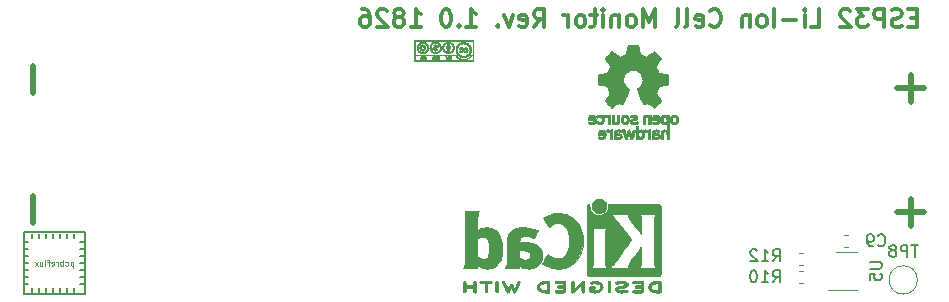
<source format=gbo>
G04 #@! TF.GenerationSoftware,KiCad,Pcbnew,5.0.0-rc3-unknown-3df2743~65~ubuntu18.04.1*
G04 #@! TF.CreationDate,2018-07-04T11:38:03+02:00*
G04 #@! TF.ProjectId,ESP32-li-ion-cell-monitor,45535033322D6C692D696F6E2D63656C,1.0*
G04 #@! TF.SameCoordinates,Original*
G04 #@! TF.FileFunction,Legend,Bot*
G04 #@! TF.FilePolarity,Positive*
%FSLAX46Y46*%
G04 Gerber Fmt 4.6, Leading zero omitted, Abs format (unit mm)*
G04 Created by KiCad (PCBNEW 5.0.0-rc3-unknown-3df2743~65~ubuntu18.04.1) date Wed Jul  4 11:38:03 2018*
%MOMM*%
%LPD*%
G01*
G04 APERTURE LIST*
%ADD10C,0.500000*%
%ADD11C,0.300000*%
%ADD12C,0.120000*%
%ADD13C,0.150000*%
%ADD14C,0.010000*%
%ADD15C,0.002540*%
%ADD16C,0.100000*%
G04 APERTURE END LIST*
D10*
X156714285Y-56857142D02*
X156714285Y-59142857D01*
X156714285Y-67857142D02*
X156714285Y-70142857D01*
X232142857Y-58714285D02*
X229857142Y-58714285D01*
X231000000Y-59857142D02*
X231000000Y-57571428D01*
X232142857Y-69214285D02*
X229857142Y-69214285D01*
X231000000Y-70357142D02*
X231000000Y-68071428D01*
D11*
X231535714Y-52724857D02*
X231035714Y-52724857D01*
X230821428Y-53510571D02*
X231535714Y-53510571D01*
X231535714Y-52010571D01*
X230821428Y-52010571D01*
X230250000Y-53439142D02*
X230035714Y-53510571D01*
X229678571Y-53510571D01*
X229535714Y-53439142D01*
X229464285Y-53367714D01*
X229392857Y-53224857D01*
X229392857Y-53082000D01*
X229464285Y-52939142D01*
X229535714Y-52867714D01*
X229678571Y-52796285D01*
X229964285Y-52724857D01*
X230107142Y-52653428D01*
X230178571Y-52582000D01*
X230250000Y-52439142D01*
X230250000Y-52296285D01*
X230178571Y-52153428D01*
X230107142Y-52082000D01*
X229964285Y-52010571D01*
X229607142Y-52010571D01*
X229392857Y-52082000D01*
X228750000Y-53510571D02*
X228750000Y-52010571D01*
X228178571Y-52010571D01*
X228035714Y-52082000D01*
X227964285Y-52153428D01*
X227892857Y-52296285D01*
X227892857Y-52510571D01*
X227964285Y-52653428D01*
X228035714Y-52724857D01*
X228178571Y-52796285D01*
X228750000Y-52796285D01*
X227392857Y-52010571D02*
X226464285Y-52010571D01*
X226964285Y-52582000D01*
X226750000Y-52582000D01*
X226607142Y-52653428D01*
X226535714Y-52724857D01*
X226464285Y-52867714D01*
X226464285Y-53224857D01*
X226535714Y-53367714D01*
X226607142Y-53439142D01*
X226750000Y-53510571D01*
X227178571Y-53510571D01*
X227321428Y-53439142D01*
X227392857Y-53367714D01*
X225892857Y-52153428D02*
X225821428Y-52082000D01*
X225678571Y-52010571D01*
X225321428Y-52010571D01*
X225178571Y-52082000D01*
X225107142Y-52153428D01*
X225035714Y-52296285D01*
X225035714Y-52439142D01*
X225107142Y-52653428D01*
X225964285Y-53510571D01*
X225035714Y-53510571D01*
X222535714Y-53510571D02*
X223250000Y-53510571D01*
X223250000Y-52010571D01*
X222035714Y-53510571D02*
X222035714Y-52510571D01*
X222035714Y-52010571D02*
X222107142Y-52082000D01*
X222035714Y-52153428D01*
X221964285Y-52082000D01*
X222035714Y-52010571D01*
X222035714Y-52153428D01*
X221321428Y-52939142D02*
X220178571Y-52939142D01*
X219464285Y-53510571D02*
X219464285Y-52010571D01*
X218535714Y-53510571D02*
X218678571Y-53439142D01*
X218750000Y-53367714D01*
X218821428Y-53224857D01*
X218821428Y-52796285D01*
X218750000Y-52653428D01*
X218678571Y-52582000D01*
X218535714Y-52510571D01*
X218321428Y-52510571D01*
X218178571Y-52582000D01*
X218107142Y-52653428D01*
X218035714Y-52796285D01*
X218035714Y-53224857D01*
X218107142Y-53367714D01*
X218178571Y-53439142D01*
X218321428Y-53510571D01*
X218535714Y-53510571D01*
X217392857Y-52510571D02*
X217392857Y-53510571D01*
X217392857Y-52653428D02*
X217321428Y-52582000D01*
X217178571Y-52510571D01*
X216964285Y-52510571D01*
X216821428Y-52582000D01*
X216750000Y-52724857D01*
X216750000Y-53510571D01*
X214035714Y-53367714D02*
X214107142Y-53439142D01*
X214321428Y-53510571D01*
X214464285Y-53510571D01*
X214678571Y-53439142D01*
X214821428Y-53296285D01*
X214892857Y-53153428D01*
X214964285Y-52867714D01*
X214964285Y-52653428D01*
X214892857Y-52367714D01*
X214821428Y-52224857D01*
X214678571Y-52082000D01*
X214464285Y-52010571D01*
X214321428Y-52010571D01*
X214107142Y-52082000D01*
X214035714Y-52153428D01*
X212821428Y-53439142D02*
X212964285Y-53510571D01*
X213250000Y-53510571D01*
X213392857Y-53439142D01*
X213464285Y-53296285D01*
X213464285Y-52724857D01*
X213392857Y-52582000D01*
X213250000Y-52510571D01*
X212964285Y-52510571D01*
X212821428Y-52582000D01*
X212750000Y-52724857D01*
X212750000Y-52867714D01*
X213464285Y-53010571D01*
X211892857Y-53510571D02*
X212035714Y-53439142D01*
X212107142Y-53296285D01*
X212107142Y-52010571D01*
X211107142Y-53510571D02*
X211250000Y-53439142D01*
X211321428Y-53296285D01*
X211321428Y-52010571D01*
X209392857Y-53510571D02*
X209392857Y-52010571D01*
X208892857Y-53082000D01*
X208392857Y-52010571D01*
X208392857Y-53510571D01*
X207464285Y-53510571D02*
X207607142Y-53439142D01*
X207678571Y-53367714D01*
X207750000Y-53224857D01*
X207750000Y-52796285D01*
X207678571Y-52653428D01*
X207607142Y-52582000D01*
X207464285Y-52510571D01*
X207250000Y-52510571D01*
X207107142Y-52582000D01*
X207035714Y-52653428D01*
X206964285Y-52796285D01*
X206964285Y-53224857D01*
X207035714Y-53367714D01*
X207107142Y-53439142D01*
X207250000Y-53510571D01*
X207464285Y-53510571D01*
X206321428Y-52510571D02*
X206321428Y-53510571D01*
X206321428Y-52653428D02*
X206250000Y-52582000D01*
X206107142Y-52510571D01*
X205892857Y-52510571D01*
X205750000Y-52582000D01*
X205678571Y-52724857D01*
X205678571Y-53510571D01*
X204964285Y-53510571D02*
X204964285Y-52510571D01*
X204964285Y-52010571D02*
X205035714Y-52082000D01*
X204964285Y-52153428D01*
X204892857Y-52082000D01*
X204964285Y-52010571D01*
X204964285Y-52153428D01*
X204464285Y-52510571D02*
X203892857Y-52510571D01*
X204250000Y-52010571D02*
X204250000Y-53296285D01*
X204178571Y-53439142D01*
X204035714Y-53510571D01*
X203892857Y-53510571D01*
X203178571Y-53510571D02*
X203321428Y-53439142D01*
X203392857Y-53367714D01*
X203464285Y-53224857D01*
X203464285Y-52796285D01*
X203392857Y-52653428D01*
X203321428Y-52582000D01*
X203178571Y-52510571D01*
X202964285Y-52510571D01*
X202821428Y-52582000D01*
X202750000Y-52653428D01*
X202678571Y-52796285D01*
X202678571Y-53224857D01*
X202750000Y-53367714D01*
X202821428Y-53439142D01*
X202964285Y-53510571D01*
X203178571Y-53510571D01*
X202035714Y-53510571D02*
X202035714Y-52510571D01*
X202035714Y-52796285D02*
X201964285Y-52653428D01*
X201892857Y-52582000D01*
X201750000Y-52510571D01*
X201607142Y-52510571D01*
X199107142Y-53510571D02*
X199607142Y-52796285D01*
X199964285Y-53510571D02*
X199964285Y-52010571D01*
X199392857Y-52010571D01*
X199250000Y-52082000D01*
X199178571Y-52153428D01*
X199107142Y-52296285D01*
X199107142Y-52510571D01*
X199178571Y-52653428D01*
X199250000Y-52724857D01*
X199392857Y-52796285D01*
X199964285Y-52796285D01*
X197892857Y-53439142D02*
X198035714Y-53510571D01*
X198321428Y-53510571D01*
X198464285Y-53439142D01*
X198535714Y-53296285D01*
X198535714Y-52724857D01*
X198464285Y-52582000D01*
X198321428Y-52510571D01*
X198035714Y-52510571D01*
X197892857Y-52582000D01*
X197821428Y-52724857D01*
X197821428Y-52867714D01*
X198535714Y-53010571D01*
X197321428Y-52510571D02*
X196964285Y-53510571D01*
X196607142Y-52510571D01*
X196035714Y-53367714D02*
X195964285Y-53439142D01*
X196035714Y-53510571D01*
X196107142Y-53439142D01*
X196035714Y-53367714D01*
X196035714Y-53510571D01*
X193392857Y-53510571D02*
X194250000Y-53510571D01*
X193821428Y-53510571D02*
X193821428Y-52010571D01*
X193964285Y-52224857D01*
X194107142Y-52367714D01*
X194250000Y-52439142D01*
X192750000Y-53367714D02*
X192678571Y-53439142D01*
X192750000Y-53510571D01*
X192821428Y-53439142D01*
X192750000Y-53367714D01*
X192750000Y-53510571D01*
X191750000Y-52010571D02*
X191607142Y-52010571D01*
X191464285Y-52082000D01*
X191392857Y-52153428D01*
X191321428Y-52296285D01*
X191250000Y-52582000D01*
X191250000Y-52939142D01*
X191321428Y-53224857D01*
X191392857Y-53367714D01*
X191464285Y-53439142D01*
X191607142Y-53510571D01*
X191750000Y-53510571D01*
X191892857Y-53439142D01*
X191964285Y-53367714D01*
X192035714Y-53224857D01*
X192107142Y-52939142D01*
X192107142Y-52582000D01*
X192035714Y-52296285D01*
X191964285Y-52153428D01*
X191892857Y-52082000D01*
X191750000Y-52010571D01*
X188678571Y-53510571D02*
X189535714Y-53510571D01*
X189107142Y-53510571D02*
X189107142Y-52010571D01*
X189250000Y-52224857D01*
X189392857Y-52367714D01*
X189535714Y-52439142D01*
X187821428Y-52653428D02*
X187964285Y-52582000D01*
X188035714Y-52510571D01*
X188107142Y-52367714D01*
X188107142Y-52296285D01*
X188035714Y-52153428D01*
X187964285Y-52082000D01*
X187821428Y-52010571D01*
X187535714Y-52010571D01*
X187392857Y-52082000D01*
X187321428Y-52153428D01*
X187250000Y-52296285D01*
X187250000Y-52367714D01*
X187321428Y-52510571D01*
X187392857Y-52582000D01*
X187535714Y-52653428D01*
X187821428Y-52653428D01*
X187964285Y-52724857D01*
X188035714Y-52796285D01*
X188107142Y-52939142D01*
X188107142Y-53224857D01*
X188035714Y-53367714D01*
X187964285Y-53439142D01*
X187821428Y-53510571D01*
X187535714Y-53510571D01*
X187392857Y-53439142D01*
X187321428Y-53367714D01*
X187250000Y-53224857D01*
X187250000Y-52939142D01*
X187321428Y-52796285D01*
X187392857Y-52724857D01*
X187535714Y-52653428D01*
X186678571Y-52153428D02*
X186607142Y-52082000D01*
X186464285Y-52010571D01*
X186107142Y-52010571D01*
X185964285Y-52082000D01*
X185892857Y-52153428D01*
X185821428Y-52296285D01*
X185821428Y-52439142D01*
X185892857Y-52653428D01*
X186750000Y-53510571D01*
X185821428Y-53510571D01*
X184535714Y-52010571D02*
X184821428Y-52010571D01*
X184964285Y-52082000D01*
X185035714Y-52153428D01*
X185178571Y-52367714D01*
X185250000Y-52653428D01*
X185250000Y-53224857D01*
X185178571Y-53367714D01*
X185107142Y-53439142D01*
X184964285Y-53510571D01*
X184678571Y-53510571D01*
X184535714Y-53439142D01*
X184464285Y-53367714D01*
X184392857Y-53224857D01*
X184392857Y-52867714D01*
X184464285Y-52724857D01*
X184535714Y-52653428D01*
X184678571Y-52582000D01*
X184964285Y-52582000D01*
X185107142Y-52653428D01*
X185178571Y-52724857D01*
X185250000Y-52867714D01*
D12*
G04 #@! TO.C,TP8*
X231578000Y-74930000D02*
G75*
G03X231578000Y-74930000I-1200000J0D01*
G01*
G04 #@! TO.C,R10*
X221904779Y-74166000D02*
X221579221Y-74166000D01*
X221904779Y-75186000D02*
X221579221Y-75186000D01*
G04 #@! TO.C,U5*
X224652000Y-72558000D02*
X226452000Y-72558000D01*
X226452000Y-75778000D02*
X224002000Y-75778000D01*
D13*
G04 #@! TO.C,REF\002A\002A*
X155900000Y-70900000D02*
X155900000Y-76100000D01*
X161100000Y-76100000D02*
X161100000Y-70900000D01*
X160700000Y-75300000D02*
X161100000Y-75300000D01*
X160700000Y-74700000D02*
X161100000Y-74700000D01*
X160700000Y-74100000D02*
X161100000Y-74100000D01*
X160700000Y-73500000D02*
X161100000Y-73500000D01*
X160700000Y-72900000D02*
X161100000Y-72900000D01*
X160700000Y-72300000D02*
X161100000Y-72300000D01*
X160700000Y-71700000D02*
X161100000Y-71700000D01*
X155900000Y-71700000D02*
X156300000Y-71700000D01*
X155900000Y-72300000D02*
X156300000Y-72300000D01*
X155900000Y-72900000D02*
X156300000Y-72900000D01*
X155900000Y-73500000D02*
X156300000Y-73500000D01*
X155900000Y-74100000D02*
X156300000Y-74100000D01*
X155900000Y-74700000D02*
X156300000Y-74700000D01*
X155900000Y-75300000D02*
X156300000Y-75300000D01*
X160200000Y-75600000D02*
X160200000Y-76000000D01*
X159600000Y-75600000D02*
X159600000Y-76000000D01*
X159000000Y-75600000D02*
X159000000Y-76000000D01*
X158400000Y-75600000D02*
X158400000Y-76000000D01*
X157800000Y-75600000D02*
X157800000Y-76000000D01*
X157200000Y-75600000D02*
X157200000Y-76000000D01*
X156600000Y-75600000D02*
X156600000Y-76000000D01*
X155900000Y-70900000D02*
X161100000Y-70900000D01*
X155900000Y-76100000D02*
X161100000Y-76100000D01*
X156600000Y-71000000D02*
X156600000Y-71400000D01*
X157200000Y-71000000D02*
X157200000Y-71400000D01*
X157800000Y-71000000D02*
X157800000Y-71400000D01*
X158400000Y-71000000D02*
X158400000Y-71400000D01*
X159000000Y-71000000D02*
X159000000Y-71400000D01*
X159600000Y-71000000D02*
X159600000Y-71400000D01*
X160200000Y-71000000D02*
X160200000Y-71400000D01*
D14*
G36*
X206999036Y-55398576D02*
X206923487Y-55799322D01*
X206365959Y-56029154D01*
X206031535Y-55801748D01*
X205937878Y-55738431D01*
X205853218Y-55681896D01*
X205781505Y-55634727D01*
X205726689Y-55599502D01*
X205692720Y-55578805D01*
X205683470Y-55574342D01*
X205666805Y-55585820D01*
X205631194Y-55617551D01*
X205580629Y-55665483D01*
X205519100Y-55725562D01*
X205450601Y-55793733D01*
X205379121Y-55865945D01*
X205308653Y-55938142D01*
X205243189Y-56006273D01*
X205186720Y-56066283D01*
X205143237Y-56114119D01*
X205116732Y-56145727D01*
X205110395Y-56156305D01*
X205119514Y-56175806D01*
X205145080Y-56218531D01*
X205184403Y-56280298D01*
X205234797Y-56356931D01*
X205293573Y-56444248D01*
X205327632Y-56494052D01*
X205389711Y-56584993D01*
X205444874Y-56667059D01*
X205490446Y-56736163D01*
X205523750Y-56788222D01*
X205542110Y-56819150D01*
X205544869Y-56825650D01*
X205538615Y-56844121D01*
X205521566Y-56887172D01*
X205496297Y-56948749D01*
X205465378Y-57022799D01*
X205431382Y-57103270D01*
X205396882Y-57184107D01*
X205364449Y-57259258D01*
X205336657Y-57322671D01*
X205316077Y-57368293D01*
X205305281Y-57390069D01*
X205304644Y-57390926D01*
X205287693Y-57395084D01*
X205242549Y-57404361D01*
X205173890Y-57417844D01*
X205086398Y-57434621D01*
X204984750Y-57453781D01*
X204925444Y-57464830D01*
X204816828Y-57485510D01*
X204718723Y-57505189D01*
X204636091Y-57522789D01*
X204573896Y-57537233D01*
X204537101Y-57547446D01*
X204529704Y-57550686D01*
X204522460Y-57572617D01*
X204516615Y-57622147D01*
X204512165Y-57693485D01*
X204509107Y-57780839D01*
X204507435Y-57878417D01*
X204507147Y-57980426D01*
X204508239Y-58081075D01*
X204510706Y-58174572D01*
X204514544Y-58255125D01*
X204519750Y-58316942D01*
X204526319Y-58354230D01*
X204530259Y-58361993D01*
X204553812Y-58371298D01*
X204603718Y-58384600D01*
X204673377Y-58400337D01*
X204756187Y-58416946D01*
X204785095Y-58422319D01*
X204924469Y-58447848D01*
X205034564Y-58468408D01*
X205119018Y-58484815D01*
X205181470Y-58497887D01*
X205225556Y-58508441D01*
X205254915Y-58517294D01*
X205273185Y-58525263D01*
X205284002Y-58533165D01*
X205285515Y-58534727D01*
X205300623Y-58559886D01*
X205323671Y-58608850D01*
X205352356Y-58675621D01*
X205384378Y-58754205D01*
X205417435Y-58838607D01*
X205449227Y-58922830D01*
X205477451Y-59000879D01*
X205499807Y-59066759D01*
X205513993Y-59114473D01*
X205517707Y-59138027D01*
X205517398Y-59138852D01*
X205504811Y-59158104D01*
X205476256Y-59200463D01*
X205434733Y-59261521D01*
X205383244Y-59336868D01*
X205324789Y-59422096D01*
X205308142Y-59446315D01*
X205248785Y-59534123D01*
X205196553Y-59614238D01*
X205154292Y-59682062D01*
X205124847Y-59732993D01*
X205111063Y-59762431D01*
X205110395Y-59766048D01*
X205121976Y-59785057D01*
X205153976Y-59822714D01*
X205202282Y-59874973D01*
X205262780Y-59937786D01*
X205331356Y-60007106D01*
X205403896Y-60078885D01*
X205476288Y-60149077D01*
X205544416Y-60213635D01*
X205604168Y-60268510D01*
X205651429Y-60309656D01*
X205682087Y-60333026D01*
X205690568Y-60336842D01*
X205710309Y-60327855D01*
X205750726Y-60303616D01*
X205805237Y-60268209D01*
X205847177Y-60239711D01*
X205923171Y-60187418D01*
X206013166Y-60125845D01*
X206103436Y-60064370D01*
X206151968Y-60031469D01*
X206316238Y-59920359D01*
X206454131Y-59994916D01*
X206516951Y-60027578D01*
X206570371Y-60052966D01*
X206606516Y-60067446D01*
X206615716Y-60069460D01*
X206626779Y-60054584D01*
X206648606Y-60012547D01*
X206679566Y-59947227D01*
X206718030Y-59862500D01*
X206762368Y-59762245D01*
X206810953Y-59650339D01*
X206862154Y-59530659D01*
X206914341Y-59407084D01*
X206965887Y-59283491D01*
X207015160Y-59163757D01*
X207060533Y-59051759D01*
X207100375Y-58951377D01*
X207133058Y-58866486D01*
X207156951Y-58800965D01*
X207170426Y-58758690D01*
X207172594Y-58744172D01*
X207155417Y-58725653D01*
X207117810Y-58695590D01*
X207067634Y-58660232D01*
X207063422Y-58657434D01*
X206933736Y-58553625D01*
X206829166Y-58432515D01*
X206750619Y-58297976D01*
X206699001Y-58153882D01*
X206675218Y-58004105D01*
X206680177Y-57852517D01*
X206714783Y-57702992D01*
X206779943Y-57559400D01*
X206799114Y-57527984D01*
X206898826Y-57401125D01*
X207016623Y-57299255D01*
X207148429Y-57222904D01*
X207290167Y-57172602D01*
X207437758Y-57148879D01*
X207587127Y-57152265D01*
X207734197Y-57183288D01*
X207874889Y-57242480D01*
X208005127Y-57330369D01*
X208045414Y-57366042D01*
X208147945Y-57477706D01*
X208222659Y-57595257D01*
X208273910Y-57727020D01*
X208302454Y-57857507D01*
X208309500Y-58004216D01*
X208286004Y-58151653D01*
X208234351Y-58294834D01*
X208156929Y-58428777D01*
X208056125Y-58548498D01*
X207934324Y-58649014D01*
X207918316Y-58659609D01*
X207867602Y-58694306D01*
X207829050Y-58724370D01*
X207810619Y-58743565D01*
X207810351Y-58744172D01*
X207814308Y-58764936D01*
X207829993Y-58812062D01*
X207855778Y-58881673D01*
X207890031Y-58969893D01*
X207931123Y-59072844D01*
X207977424Y-59186650D01*
X208027304Y-59307435D01*
X208079133Y-59431321D01*
X208131281Y-59554432D01*
X208182118Y-59672891D01*
X208230013Y-59782823D01*
X208273338Y-59880349D01*
X208310462Y-59961593D01*
X208339756Y-60022679D01*
X208359588Y-60059730D01*
X208367574Y-60069460D01*
X208391979Y-60061883D01*
X208437642Y-60041560D01*
X208496690Y-60012125D01*
X208529160Y-59994916D01*
X208667053Y-59920359D01*
X208831323Y-60031469D01*
X208915179Y-60088390D01*
X209006987Y-60151030D01*
X209093020Y-60210011D01*
X209136113Y-60239711D01*
X209196723Y-60280410D01*
X209248045Y-60312663D01*
X209283385Y-60332384D01*
X209294863Y-60336554D01*
X209311570Y-60325307D01*
X209348546Y-60293911D01*
X209402205Y-60245624D01*
X209468962Y-60183708D01*
X209545234Y-60111421D01*
X209593473Y-60065008D01*
X209677867Y-59982087D01*
X209750803Y-59907920D01*
X209809331Y-59845680D01*
X209850503Y-59798541D01*
X209871372Y-59769673D01*
X209873374Y-59763815D01*
X209864083Y-59741532D01*
X209838409Y-59696477D01*
X209799200Y-59633211D01*
X209749303Y-59556295D01*
X209691567Y-59470292D01*
X209675149Y-59446315D01*
X209615323Y-59359170D01*
X209561650Y-59280710D01*
X209517130Y-59215345D01*
X209484765Y-59167484D01*
X209467555Y-59141535D01*
X209465893Y-59138852D01*
X209468379Y-59118172D01*
X209481577Y-59072704D01*
X209503186Y-59008444D01*
X209530904Y-58931387D01*
X209562430Y-58847529D01*
X209595463Y-58762866D01*
X209627701Y-58683392D01*
X209656843Y-58615104D01*
X209680588Y-58563997D01*
X209696635Y-58536067D01*
X209697775Y-58534727D01*
X209707588Y-58526745D01*
X209724161Y-58518851D01*
X209751132Y-58510229D01*
X209792139Y-58500062D01*
X209850820Y-58487531D01*
X209930813Y-58471821D01*
X210035755Y-58452113D01*
X210169285Y-58427592D01*
X210198196Y-58422319D01*
X210283882Y-58405764D01*
X210358582Y-58389569D01*
X210415694Y-58375296D01*
X210448617Y-58364508D01*
X210453031Y-58361993D01*
X210460306Y-58339696D01*
X210466219Y-58289869D01*
X210470766Y-58218304D01*
X210473945Y-58130793D01*
X210475749Y-58033128D01*
X210476177Y-57931101D01*
X210475223Y-57830503D01*
X210472884Y-57737127D01*
X210469156Y-57656765D01*
X210464034Y-57595209D01*
X210457516Y-57558250D01*
X210453586Y-57550686D01*
X210431708Y-57543056D01*
X210381891Y-57530642D01*
X210309097Y-57514522D01*
X210218289Y-57495773D01*
X210114431Y-57475471D01*
X210057846Y-57464830D01*
X209950486Y-57444760D01*
X209854746Y-57426580D01*
X209775306Y-57411199D01*
X209716846Y-57399531D01*
X209684045Y-57392488D01*
X209678646Y-57390926D01*
X209669522Y-57373322D01*
X209650235Y-57330918D01*
X209623355Y-57269772D01*
X209591454Y-57195943D01*
X209557102Y-57115489D01*
X209522871Y-57034468D01*
X209491331Y-56958937D01*
X209465054Y-56894955D01*
X209446611Y-56848580D01*
X209438571Y-56825869D01*
X209438422Y-56824876D01*
X209447535Y-56806961D01*
X209473086Y-56765733D01*
X209512388Y-56705291D01*
X209562757Y-56629731D01*
X209621506Y-56543152D01*
X209655658Y-56493421D01*
X209717890Y-56402236D01*
X209773164Y-56319449D01*
X209818782Y-56249249D01*
X209852048Y-56195824D01*
X209870264Y-56163361D01*
X209872895Y-56156083D01*
X209861586Y-56139145D01*
X209830319Y-56102978D01*
X209783090Y-56051635D01*
X209723892Y-55989167D01*
X209656719Y-55919626D01*
X209585566Y-55847065D01*
X209514426Y-55775535D01*
X209447293Y-55709087D01*
X209388161Y-55651774D01*
X209341025Y-55607647D01*
X209309877Y-55580759D01*
X209299457Y-55574342D01*
X209282491Y-55583365D01*
X209241911Y-55608715D01*
X209181663Y-55647810D01*
X209105693Y-55698071D01*
X209017946Y-55756917D01*
X208951756Y-55801748D01*
X208617332Y-56029154D01*
X208338567Y-55914238D01*
X208059803Y-55799322D01*
X207984254Y-55398576D01*
X207908706Y-54997829D01*
X207074585Y-54997829D01*
X206999036Y-55398576D01*
X206999036Y-55398576D01*
G37*
X206999036Y-55398576D02*
X206923487Y-55799322D01*
X206365959Y-56029154D01*
X206031535Y-55801748D01*
X205937878Y-55738431D01*
X205853218Y-55681896D01*
X205781505Y-55634727D01*
X205726689Y-55599502D01*
X205692720Y-55578805D01*
X205683470Y-55574342D01*
X205666805Y-55585820D01*
X205631194Y-55617551D01*
X205580629Y-55665483D01*
X205519100Y-55725562D01*
X205450601Y-55793733D01*
X205379121Y-55865945D01*
X205308653Y-55938142D01*
X205243189Y-56006273D01*
X205186720Y-56066283D01*
X205143237Y-56114119D01*
X205116732Y-56145727D01*
X205110395Y-56156305D01*
X205119514Y-56175806D01*
X205145080Y-56218531D01*
X205184403Y-56280298D01*
X205234797Y-56356931D01*
X205293573Y-56444248D01*
X205327632Y-56494052D01*
X205389711Y-56584993D01*
X205444874Y-56667059D01*
X205490446Y-56736163D01*
X205523750Y-56788222D01*
X205542110Y-56819150D01*
X205544869Y-56825650D01*
X205538615Y-56844121D01*
X205521566Y-56887172D01*
X205496297Y-56948749D01*
X205465378Y-57022799D01*
X205431382Y-57103270D01*
X205396882Y-57184107D01*
X205364449Y-57259258D01*
X205336657Y-57322671D01*
X205316077Y-57368293D01*
X205305281Y-57390069D01*
X205304644Y-57390926D01*
X205287693Y-57395084D01*
X205242549Y-57404361D01*
X205173890Y-57417844D01*
X205086398Y-57434621D01*
X204984750Y-57453781D01*
X204925444Y-57464830D01*
X204816828Y-57485510D01*
X204718723Y-57505189D01*
X204636091Y-57522789D01*
X204573896Y-57537233D01*
X204537101Y-57547446D01*
X204529704Y-57550686D01*
X204522460Y-57572617D01*
X204516615Y-57622147D01*
X204512165Y-57693485D01*
X204509107Y-57780839D01*
X204507435Y-57878417D01*
X204507147Y-57980426D01*
X204508239Y-58081075D01*
X204510706Y-58174572D01*
X204514544Y-58255125D01*
X204519750Y-58316942D01*
X204526319Y-58354230D01*
X204530259Y-58361993D01*
X204553812Y-58371298D01*
X204603718Y-58384600D01*
X204673377Y-58400337D01*
X204756187Y-58416946D01*
X204785095Y-58422319D01*
X204924469Y-58447848D01*
X205034564Y-58468408D01*
X205119018Y-58484815D01*
X205181470Y-58497887D01*
X205225556Y-58508441D01*
X205254915Y-58517294D01*
X205273185Y-58525263D01*
X205284002Y-58533165D01*
X205285515Y-58534727D01*
X205300623Y-58559886D01*
X205323671Y-58608850D01*
X205352356Y-58675621D01*
X205384378Y-58754205D01*
X205417435Y-58838607D01*
X205449227Y-58922830D01*
X205477451Y-59000879D01*
X205499807Y-59066759D01*
X205513993Y-59114473D01*
X205517707Y-59138027D01*
X205517398Y-59138852D01*
X205504811Y-59158104D01*
X205476256Y-59200463D01*
X205434733Y-59261521D01*
X205383244Y-59336868D01*
X205324789Y-59422096D01*
X205308142Y-59446315D01*
X205248785Y-59534123D01*
X205196553Y-59614238D01*
X205154292Y-59682062D01*
X205124847Y-59732993D01*
X205111063Y-59762431D01*
X205110395Y-59766048D01*
X205121976Y-59785057D01*
X205153976Y-59822714D01*
X205202282Y-59874973D01*
X205262780Y-59937786D01*
X205331356Y-60007106D01*
X205403896Y-60078885D01*
X205476288Y-60149077D01*
X205544416Y-60213635D01*
X205604168Y-60268510D01*
X205651429Y-60309656D01*
X205682087Y-60333026D01*
X205690568Y-60336842D01*
X205710309Y-60327855D01*
X205750726Y-60303616D01*
X205805237Y-60268209D01*
X205847177Y-60239711D01*
X205923171Y-60187418D01*
X206013166Y-60125845D01*
X206103436Y-60064370D01*
X206151968Y-60031469D01*
X206316238Y-59920359D01*
X206454131Y-59994916D01*
X206516951Y-60027578D01*
X206570371Y-60052966D01*
X206606516Y-60067446D01*
X206615716Y-60069460D01*
X206626779Y-60054584D01*
X206648606Y-60012547D01*
X206679566Y-59947227D01*
X206718030Y-59862500D01*
X206762368Y-59762245D01*
X206810953Y-59650339D01*
X206862154Y-59530659D01*
X206914341Y-59407084D01*
X206965887Y-59283491D01*
X207015160Y-59163757D01*
X207060533Y-59051759D01*
X207100375Y-58951377D01*
X207133058Y-58866486D01*
X207156951Y-58800965D01*
X207170426Y-58758690D01*
X207172594Y-58744172D01*
X207155417Y-58725653D01*
X207117810Y-58695590D01*
X207067634Y-58660232D01*
X207063422Y-58657434D01*
X206933736Y-58553625D01*
X206829166Y-58432515D01*
X206750619Y-58297976D01*
X206699001Y-58153882D01*
X206675218Y-58004105D01*
X206680177Y-57852517D01*
X206714783Y-57702992D01*
X206779943Y-57559400D01*
X206799114Y-57527984D01*
X206898826Y-57401125D01*
X207016623Y-57299255D01*
X207148429Y-57222904D01*
X207290167Y-57172602D01*
X207437758Y-57148879D01*
X207587127Y-57152265D01*
X207734197Y-57183288D01*
X207874889Y-57242480D01*
X208005127Y-57330369D01*
X208045414Y-57366042D01*
X208147945Y-57477706D01*
X208222659Y-57595257D01*
X208273910Y-57727020D01*
X208302454Y-57857507D01*
X208309500Y-58004216D01*
X208286004Y-58151653D01*
X208234351Y-58294834D01*
X208156929Y-58428777D01*
X208056125Y-58548498D01*
X207934324Y-58649014D01*
X207918316Y-58659609D01*
X207867602Y-58694306D01*
X207829050Y-58724370D01*
X207810619Y-58743565D01*
X207810351Y-58744172D01*
X207814308Y-58764936D01*
X207829993Y-58812062D01*
X207855778Y-58881673D01*
X207890031Y-58969893D01*
X207931123Y-59072844D01*
X207977424Y-59186650D01*
X208027304Y-59307435D01*
X208079133Y-59431321D01*
X208131281Y-59554432D01*
X208182118Y-59672891D01*
X208230013Y-59782823D01*
X208273338Y-59880349D01*
X208310462Y-59961593D01*
X208339756Y-60022679D01*
X208359588Y-60059730D01*
X208367574Y-60069460D01*
X208391979Y-60061883D01*
X208437642Y-60041560D01*
X208496690Y-60012125D01*
X208529160Y-59994916D01*
X208667053Y-59920359D01*
X208831323Y-60031469D01*
X208915179Y-60088390D01*
X209006987Y-60151030D01*
X209093020Y-60210011D01*
X209136113Y-60239711D01*
X209196723Y-60280410D01*
X209248045Y-60312663D01*
X209283385Y-60332384D01*
X209294863Y-60336554D01*
X209311570Y-60325307D01*
X209348546Y-60293911D01*
X209402205Y-60245624D01*
X209468962Y-60183708D01*
X209545234Y-60111421D01*
X209593473Y-60065008D01*
X209677867Y-59982087D01*
X209750803Y-59907920D01*
X209809331Y-59845680D01*
X209850503Y-59798541D01*
X209871372Y-59769673D01*
X209873374Y-59763815D01*
X209864083Y-59741532D01*
X209838409Y-59696477D01*
X209799200Y-59633211D01*
X209749303Y-59556295D01*
X209691567Y-59470292D01*
X209675149Y-59446315D01*
X209615323Y-59359170D01*
X209561650Y-59280710D01*
X209517130Y-59215345D01*
X209484765Y-59167484D01*
X209467555Y-59141535D01*
X209465893Y-59138852D01*
X209468379Y-59118172D01*
X209481577Y-59072704D01*
X209503186Y-59008444D01*
X209530904Y-58931387D01*
X209562430Y-58847529D01*
X209595463Y-58762866D01*
X209627701Y-58683392D01*
X209656843Y-58615104D01*
X209680588Y-58563997D01*
X209696635Y-58536067D01*
X209697775Y-58534727D01*
X209707588Y-58526745D01*
X209724161Y-58518851D01*
X209751132Y-58510229D01*
X209792139Y-58500062D01*
X209850820Y-58487531D01*
X209930813Y-58471821D01*
X210035755Y-58452113D01*
X210169285Y-58427592D01*
X210198196Y-58422319D01*
X210283882Y-58405764D01*
X210358582Y-58389569D01*
X210415694Y-58375296D01*
X210448617Y-58364508D01*
X210453031Y-58361993D01*
X210460306Y-58339696D01*
X210466219Y-58289869D01*
X210470766Y-58218304D01*
X210473945Y-58130793D01*
X210475749Y-58033128D01*
X210476177Y-57931101D01*
X210475223Y-57830503D01*
X210472884Y-57737127D01*
X210469156Y-57656765D01*
X210464034Y-57595209D01*
X210457516Y-57558250D01*
X210453586Y-57550686D01*
X210431708Y-57543056D01*
X210381891Y-57530642D01*
X210309097Y-57514522D01*
X210218289Y-57495773D01*
X210114431Y-57475471D01*
X210057846Y-57464830D01*
X209950486Y-57444760D01*
X209854746Y-57426580D01*
X209775306Y-57411199D01*
X209716846Y-57399531D01*
X209684045Y-57392488D01*
X209678646Y-57390926D01*
X209669522Y-57373322D01*
X209650235Y-57330918D01*
X209623355Y-57269772D01*
X209591454Y-57195943D01*
X209557102Y-57115489D01*
X209522871Y-57034468D01*
X209491331Y-56958937D01*
X209465054Y-56894955D01*
X209446611Y-56848580D01*
X209438571Y-56825869D01*
X209438422Y-56824876D01*
X209447535Y-56806961D01*
X209473086Y-56765733D01*
X209512388Y-56705291D01*
X209562757Y-56629731D01*
X209621506Y-56543152D01*
X209655658Y-56493421D01*
X209717890Y-56402236D01*
X209773164Y-56319449D01*
X209818782Y-56249249D01*
X209852048Y-56195824D01*
X209870264Y-56163361D01*
X209872895Y-56156083D01*
X209861586Y-56139145D01*
X209830319Y-56102978D01*
X209783090Y-56051635D01*
X209723892Y-55989167D01*
X209656719Y-55919626D01*
X209585566Y-55847065D01*
X209514426Y-55775535D01*
X209447293Y-55709087D01*
X209388161Y-55651774D01*
X209341025Y-55607647D01*
X209309877Y-55580759D01*
X209299457Y-55574342D01*
X209282491Y-55583365D01*
X209241911Y-55608715D01*
X209181663Y-55647810D01*
X209105693Y-55698071D01*
X209017946Y-55756917D01*
X208951756Y-55801748D01*
X208617332Y-56029154D01*
X208338567Y-55914238D01*
X208059803Y-55799322D01*
X207984254Y-55398576D01*
X207908706Y-54997829D01*
X207074585Y-54997829D01*
X206999036Y-55398576D01*
G36*
X205108612Y-60937645D02*
X205051135Y-60955206D01*
X205014128Y-60977395D01*
X205002073Y-60994942D01*
X205005391Y-61015742D01*
X205026921Y-61048419D01*
X205045126Y-61071562D01*
X205082656Y-61113402D01*
X205110852Y-61131005D01*
X205134889Y-61129856D01*
X205206192Y-61111710D01*
X205258558Y-61112534D01*
X205301082Y-61133098D01*
X205315358Y-61145134D01*
X205361053Y-61187483D01*
X205361053Y-61740526D01*
X205544869Y-61740526D01*
X205544869Y-60938421D01*
X205452961Y-60938421D01*
X205397781Y-60940603D01*
X205369312Y-60948351D01*
X205361057Y-60963468D01*
X205361053Y-60963916D01*
X205357155Y-60979749D01*
X205339526Y-60977684D01*
X205315099Y-60966261D01*
X205264650Y-60945005D01*
X205223684Y-60932216D01*
X205170972Y-60928938D01*
X205108612Y-60937645D01*
X205108612Y-60937645D01*
G37*
X205108612Y-60937645D02*
X205051135Y-60955206D01*
X205014128Y-60977395D01*
X205002073Y-60994942D01*
X205005391Y-61015742D01*
X205026921Y-61048419D01*
X205045126Y-61071562D01*
X205082656Y-61113402D01*
X205110852Y-61131005D01*
X205134889Y-61129856D01*
X205206192Y-61111710D01*
X205258558Y-61112534D01*
X205301082Y-61133098D01*
X205315358Y-61145134D01*
X205361053Y-61187483D01*
X205361053Y-61740526D01*
X205544869Y-61740526D01*
X205544869Y-60938421D01*
X205452961Y-60938421D01*
X205397781Y-60940603D01*
X205369312Y-60948351D01*
X205361057Y-60963468D01*
X205361053Y-60963916D01*
X205357155Y-60979749D01*
X205339526Y-60977684D01*
X205315099Y-60966261D01*
X205264650Y-60945005D01*
X205223684Y-60932216D01*
X205170972Y-60928938D01*
X205108612Y-60937645D01*
G36*
X208502043Y-60952226D02*
X208460454Y-60972090D01*
X208420175Y-61000784D01*
X208389490Y-61033809D01*
X208367139Y-61075931D01*
X208351864Y-61131915D01*
X208342408Y-61206528D01*
X208337513Y-61304535D01*
X208335919Y-61430702D01*
X208335894Y-61443914D01*
X208335527Y-61740526D01*
X208519343Y-61740526D01*
X208519343Y-61467081D01*
X208519473Y-61365777D01*
X208520379Y-61292353D01*
X208522827Y-61241271D01*
X208527586Y-61206990D01*
X208535426Y-61183971D01*
X208547115Y-61166673D01*
X208563398Y-61149581D01*
X208620366Y-61112857D01*
X208682555Y-61106042D01*
X208741801Y-61129261D01*
X208762405Y-61146543D01*
X208777530Y-61162791D01*
X208788390Y-61180191D01*
X208795690Y-61204212D01*
X208800137Y-61240322D01*
X208802436Y-61293988D01*
X208803296Y-61370680D01*
X208803422Y-61464043D01*
X208803422Y-61740526D01*
X208987237Y-61740526D01*
X208987237Y-60938421D01*
X208895329Y-60938421D01*
X208840149Y-60940603D01*
X208811680Y-60948351D01*
X208803425Y-60963468D01*
X208803422Y-60963916D01*
X208799592Y-60978720D01*
X208782699Y-60977040D01*
X208749112Y-60960773D01*
X208672937Y-60936840D01*
X208585800Y-60934178D01*
X208502043Y-60952226D01*
X208502043Y-60952226D01*
G37*
X208502043Y-60952226D02*
X208460454Y-60972090D01*
X208420175Y-61000784D01*
X208389490Y-61033809D01*
X208367139Y-61075931D01*
X208351864Y-61131915D01*
X208342408Y-61206528D01*
X208337513Y-61304535D01*
X208335919Y-61430702D01*
X208335894Y-61443914D01*
X208335527Y-61740526D01*
X208519343Y-61740526D01*
X208519343Y-61467081D01*
X208519473Y-61365777D01*
X208520379Y-61292353D01*
X208522827Y-61241271D01*
X208527586Y-61206990D01*
X208535426Y-61183971D01*
X208547115Y-61166673D01*
X208563398Y-61149581D01*
X208620366Y-61112857D01*
X208682555Y-61106042D01*
X208741801Y-61129261D01*
X208762405Y-61146543D01*
X208777530Y-61162791D01*
X208788390Y-61180191D01*
X208795690Y-61204212D01*
X208800137Y-61240322D01*
X208802436Y-61293988D01*
X208803296Y-61370680D01*
X208803422Y-61464043D01*
X208803422Y-61740526D01*
X208987237Y-61740526D01*
X208987237Y-60938421D01*
X208895329Y-60938421D01*
X208840149Y-60940603D01*
X208811680Y-60948351D01*
X208803425Y-60963468D01*
X208803422Y-60963916D01*
X208799592Y-60978720D01*
X208782699Y-60977040D01*
X208749112Y-60960773D01*
X208672937Y-60936840D01*
X208585800Y-60934178D01*
X208502043Y-60952226D01*
G36*
X203941216Y-60935554D02*
X203898426Y-60945949D01*
X203816391Y-60984013D01*
X203746243Y-61042149D01*
X203697695Y-61111852D01*
X203691025Y-61127502D01*
X203681876Y-61168496D01*
X203675471Y-61229138D01*
X203673290Y-61290430D01*
X203673290Y-61406316D01*
X203915593Y-61406316D01*
X204015529Y-61406693D01*
X204085931Y-61408987D01*
X204130687Y-61414938D01*
X204153685Y-61426285D01*
X204158811Y-61444771D01*
X204149952Y-61472136D01*
X204134083Y-61504155D01*
X204089816Y-61557592D01*
X204028301Y-61584215D01*
X203953115Y-61583347D01*
X203867947Y-61554371D01*
X203794341Y-61518611D01*
X203733266Y-61566904D01*
X203672190Y-61615197D01*
X203729649Y-61668285D01*
X203806359Y-61718445D01*
X203900698Y-61748688D01*
X204002173Y-61757151D01*
X204100289Y-61741974D01*
X204116119Y-61736824D01*
X204202353Y-61691791D01*
X204266499Y-61624652D01*
X204309909Y-61533405D01*
X204333936Y-61416044D01*
X204334216Y-61413529D01*
X204336367Y-61285627D01*
X204327671Y-61239997D01*
X204157895Y-61239997D01*
X204142303Y-61247013D01*
X204099971Y-61252388D01*
X204037566Y-61255457D01*
X203998019Y-61255921D01*
X203924272Y-61255630D01*
X203878160Y-61253783D01*
X203853900Y-61248912D01*
X203845706Y-61239555D01*
X203847794Y-61224245D01*
X203849545Y-61218322D01*
X203879440Y-61162668D01*
X203926458Y-61117815D01*
X203967951Y-61098105D01*
X204023074Y-61099295D01*
X204078932Y-61123875D01*
X204125788Y-61164570D01*
X204153906Y-61214108D01*
X204157895Y-61239997D01*
X204327671Y-61239997D01*
X204314926Y-61173133D01*
X204272389Y-61078727D01*
X204211253Y-61005088D01*
X204134015Y-60954893D01*
X204043170Y-60930822D01*
X203941216Y-60935554D01*
X203941216Y-60935554D01*
G37*
X203941216Y-60935554D02*
X203898426Y-60945949D01*
X203816391Y-60984013D01*
X203746243Y-61042149D01*
X203697695Y-61111852D01*
X203691025Y-61127502D01*
X203681876Y-61168496D01*
X203675471Y-61229138D01*
X203673290Y-61290430D01*
X203673290Y-61406316D01*
X203915593Y-61406316D01*
X204015529Y-61406693D01*
X204085931Y-61408987D01*
X204130687Y-61414938D01*
X204153685Y-61426285D01*
X204158811Y-61444771D01*
X204149952Y-61472136D01*
X204134083Y-61504155D01*
X204089816Y-61557592D01*
X204028301Y-61584215D01*
X203953115Y-61583347D01*
X203867947Y-61554371D01*
X203794341Y-61518611D01*
X203733266Y-61566904D01*
X203672190Y-61615197D01*
X203729649Y-61668285D01*
X203806359Y-61718445D01*
X203900698Y-61748688D01*
X204002173Y-61757151D01*
X204100289Y-61741974D01*
X204116119Y-61736824D01*
X204202353Y-61691791D01*
X204266499Y-61624652D01*
X204309909Y-61533405D01*
X204333936Y-61416044D01*
X204334216Y-61413529D01*
X204336367Y-61285627D01*
X204327671Y-61239997D01*
X204157895Y-61239997D01*
X204142303Y-61247013D01*
X204099971Y-61252388D01*
X204037566Y-61255457D01*
X203998019Y-61255921D01*
X203924272Y-61255630D01*
X203878160Y-61253783D01*
X203853900Y-61248912D01*
X203845706Y-61239555D01*
X203847794Y-61224245D01*
X203849545Y-61218322D01*
X203879440Y-61162668D01*
X203926458Y-61117815D01*
X203967951Y-61098105D01*
X204023074Y-61099295D01*
X204078932Y-61123875D01*
X204125788Y-61164570D01*
X204153906Y-61214108D01*
X204157895Y-61239997D01*
X204327671Y-61239997D01*
X204314926Y-61173133D01*
X204272389Y-61078727D01*
X204211253Y-61005088D01*
X204134015Y-60954893D01*
X204043170Y-60930822D01*
X203941216Y-60935554D01*
G36*
X204553424Y-60945419D02*
X204456605Y-60986549D01*
X204426110Y-61006571D01*
X204387135Y-61037340D01*
X204362669Y-61061533D01*
X204358422Y-61069413D01*
X204370416Y-61086899D01*
X204401113Y-61116570D01*
X204425688Y-61137279D01*
X204492954Y-61191336D01*
X204546070Y-61146642D01*
X204587116Y-61117789D01*
X204627137Y-61107829D01*
X204672941Y-61110261D01*
X204745676Y-61128345D01*
X204795744Y-61165881D01*
X204826171Y-61226562D01*
X204839983Y-61314081D01*
X204839987Y-61314136D01*
X204838792Y-61411958D01*
X204820228Y-61483730D01*
X204783196Y-61532595D01*
X204757950Y-61549143D01*
X204690903Y-61569749D01*
X204619291Y-61569762D01*
X204556985Y-61549768D01*
X204542237Y-61540000D01*
X204505250Y-61515047D01*
X204476332Y-61510958D01*
X204445144Y-61529530D01*
X204410664Y-61562887D01*
X204356088Y-61619196D01*
X204416682Y-61669142D01*
X204510302Y-61725513D01*
X204615875Y-61753293D01*
X204726202Y-61751282D01*
X204798657Y-61732862D01*
X204883344Y-61687310D01*
X204951073Y-61615650D01*
X204981843Y-61565066D01*
X205006764Y-61492488D01*
X205019234Y-61400569D01*
X205019330Y-61300948D01*
X205007130Y-61205267D01*
X204982710Y-61125169D01*
X204978864Y-61116956D01*
X204921907Y-61036413D01*
X204844791Y-60977771D01*
X204753610Y-60942247D01*
X204654457Y-60931057D01*
X204553424Y-60945419D01*
X204553424Y-60945419D01*
G37*
X204553424Y-60945419D02*
X204456605Y-60986549D01*
X204426110Y-61006571D01*
X204387135Y-61037340D01*
X204362669Y-61061533D01*
X204358422Y-61069413D01*
X204370416Y-61086899D01*
X204401113Y-61116570D01*
X204425688Y-61137279D01*
X204492954Y-61191336D01*
X204546070Y-61146642D01*
X204587116Y-61117789D01*
X204627137Y-61107829D01*
X204672941Y-61110261D01*
X204745676Y-61128345D01*
X204795744Y-61165881D01*
X204826171Y-61226562D01*
X204839983Y-61314081D01*
X204839987Y-61314136D01*
X204838792Y-61411958D01*
X204820228Y-61483730D01*
X204783196Y-61532595D01*
X204757950Y-61549143D01*
X204690903Y-61569749D01*
X204619291Y-61569762D01*
X204556985Y-61549768D01*
X204542237Y-61540000D01*
X204505250Y-61515047D01*
X204476332Y-61510958D01*
X204445144Y-61529530D01*
X204410664Y-61562887D01*
X204356088Y-61619196D01*
X204416682Y-61669142D01*
X204510302Y-61725513D01*
X204615875Y-61753293D01*
X204726202Y-61751282D01*
X204798657Y-61732862D01*
X204883344Y-61687310D01*
X204951073Y-61615650D01*
X204981843Y-61565066D01*
X205006764Y-61492488D01*
X205019234Y-61400569D01*
X205019330Y-61300948D01*
X205007130Y-61205267D01*
X204982710Y-61125169D01*
X204978864Y-61116956D01*
X204921907Y-61036413D01*
X204844791Y-60977771D01*
X204753610Y-60942247D01*
X204654457Y-60931057D01*
X204553424Y-60945419D01*
G36*
X206179869Y-61198533D02*
X206178290Y-61321089D01*
X206172519Y-61414179D01*
X206161009Y-61481651D01*
X206142210Y-61527355D01*
X206114574Y-61555139D01*
X206076552Y-61568854D01*
X206029474Y-61572358D01*
X205980168Y-61568432D01*
X205942717Y-61554089D01*
X205915572Y-61525478D01*
X205897185Y-61478751D01*
X205886007Y-61410058D01*
X205880489Y-61315550D01*
X205879079Y-61198533D01*
X205879079Y-60938421D01*
X205695264Y-60938421D01*
X205695264Y-61740526D01*
X205787172Y-61740526D01*
X205842578Y-61738281D01*
X205871109Y-61730396D01*
X205879079Y-61715428D01*
X205883880Y-61702097D01*
X205902986Y-61704917D01*
X205941496Y-61723783D01*
X206029761Y-61752887D01*
X206123377Y-61750825D01*
X206213079Y-61719221D01*
X206255796Y-61694257D01*
X206288379Y-61667226D01*
X206312183Y-61633405D01*
X206328561Y-61588068D01*
X206338869Y-61526489D01*
X206344459Y-61443943D01*
X206346688Y-61335705D01*
X206346974Y-61252004D01*
X206346974Y-60938421D01*
X206179869Y-60938421D01*
X206179869Y-61198533D01*
X206179869Y-61198533D01*
G37*
X206179869Y-61198533D02*
X206178290Y-61321089D01*
X206172519Y-61414179D01*
X206161009Y-61481651D01*
X206142210Y-61527355D01*
X206114574Y-61555139D01*
X206076552Y-61568854D01*
X206029474Y-61572358D01*
X205980168Y-61568432D01*
X205942717Y-61554089D01*
X205915572Y-61525478D01*
X205897185Y-61478751D01*
X205886007Y-61410058D01*
X205880489Y-61315550D01*
X205879079Y-61198533D01*
X205879079Y-60938421D01*
X205695264Y-60938421D01*
X205695264Y-61740526D01*
X205787172Y-61740526D01*
X205842578Y-61738281D01*
X205871109Y-61730396D01*
X205879079Y-61715428D01*
X205883880Y-61702097D01*
X205902986Y-61704917D01*
X205941496Y-61723783D01*
X206029761Y-61752887D01*
X206123377Y-61750825D01*
X206213079Y-61719221D01*
X206255796Y-61694257D01*
X206288379Y-61667226D01*
X206312183Y-61633405D01*
X206328561Y-61588068D01*
X206338869Y-61526489D01*
X206344459Y-61443943D01*
X206346688Y-61335705D01*
X206346974Y-61252004D01*
X206346974Y-60938421D01*
X206179869Y-60938421D01*
X206179869Y-61198533D01*
G36*
X206688331Y-60948310D02*
X206603808Y-60994340D01*
X206537679Y-61067006D01*
X206506522Y-61126106D01*
X206493145Y-61178305D01*
X206484478Y-61252719D01*
X206480763Y-61338442D01*
X206482246Y-61424569D01*
X206489169Y-61500193D01*
X206497255Y-61540584D01*
X206524535Y-61595840D01*
X206571780Y-61654530D01*
X206628718Y-61705852D01*
X206685076Y-61739005D01*
X206686450Y-61739531D01*
X206756384Y-61754018D01*
X206839263Y-61754377D01*
X206918023Y-61741188D01*
X206948434Y-61730617D01*
X207026761Y-61686201D01*
X207082857Y-61628007D01*
X207119714Y-61550965D01*
X207140320Y-61450001D01*
X207144982Y-61397116D01*
X207144387Y-61330663D01*
X206965264Y-61330663D01*
X206959230Y-61427630D01*
X206941862Y-61501523D01*
X206914260Y-61548736D01*
X206894596Y-61562237D01*
X206844213Y-61571651D01*
X206784327Y-61568864D01*
X206732551Y-61555316D01*
X206718973Y-61547862D01*
X206683151Y-61504451D01*
X206659507Y-61438014D01*
X206649442Y-61357161D01*
X206654358Y-61270502D01*
X206665345Y-61218349D01*
X206696891Y-61157951D01*
X206746689Y-61120197D01*
X206806663Y-61107143D01*
X206868736Y-61120849D01*
X206916418Y-61154372D01*
X206941475Y-61182031D01*
X206956100Y-61209294D01*
X206963071Y-61246190D01*
X206965167Y-61302750D01*
X206965264Y-61330663D01*
X207144387Y-61330663D01*
X207143718Y-61255994D01*
X207120735Y-61140271D01*
X207076028Y-61049941D01*
X207009595Y-60985000D01*
X206921435Y-60945445D01*
X206902505Y-60940858D01*
X206788734Y-60930090D01*
X206688331Y-60948310D01*
X206688331Y-60948310D01*
G37*
X206688331Y-60948310D02*
X206603808Y-60994340D01*
X206537679Y-61067006D01*
X206506522Y-61126106D01*
X206493145Y-61178305D01*
X206484478Y-61252719D01*
X206480763Y-61338442D01*
X206482246Y-61424569D01*
X206489169Y-61500193D01*
X206497255Y-61540584D01*
X206524535Y-61595840D01*
X206571780Y-61654530D01*
X206628718Y-61705852D01*
X206685076Y-61739005D01*
X206686450Y-61739531D01*
X206756384Y-61754018D01*
X206839263Y-61754377D01*
X206918023Y-61741188D01*
X206948434Y-61730617D01*
X207026761Y-61686201D01*
X207082857Y-61628007D01*
X207119714Y-61550965D01*
X207140320Y-61450001D01*
X207144982Y-61397116D01*
X207144387Y-61330663D01*
X206965264Y-61330663D01*
X206959230Y-61427630D01*
X206941862Y-61501523D01*
X206914260Y-61548736D01*
X206894596Y-61562237D01*
X206844213Y-61571651D01*
X206784327Y-61568864D01*
X206732551Y-61555316D01*
X206718973Y-61547862D01*
X206683151Y-61504451D01*
X206659507Y-61438014D01*
X206649442Y-61357161D01*
X206654358Y-61270502D01*
X206665345Y-61218349D01*
X206696891Y-61157951D01*
X206746689Y-61120197D01*
X206806663Y-61107143D01*
X206868736Y-61120849D01*
X206916418Y-61154372D01*
X206941475Y-61182031D01*
X206956100Y-61209294D01*
X206963071Y-61246190D01*
X206965167Y-61302750D01*
X206965264Y-61330663D01*
X207144387Y-61330663D01*
X207143718Y-61255994D01*
X207120735Y-61140271D01*
X207076028Y-61049941D01*
X207009595Y-60985000D01*
X206921435Y-60945445D01*
X206902505Y-60940858D01*
X206788734Y-60930090D01*
X206688331Y-60948310D01*
G36*
X207481372Y-60935547D02*
X207418092Y-60947548D01*
X207352443Y-60972648D01*
X207345428Y-60975848D01*
X207295644Y-61002026D01*
X207261166Y-61026353D01*
X207250022Y-61041937D01*
X207260634Y-61067353D01*
X207286412Y-61104853D01*
X207297854Y-61118852D01*
X207345008Y-61173954D01*
X207405799Y-61138086D01*
X207463653Y-61114192D01*
X207530500Y-61101420D01*
X207594606Y-61100613D01*
X207644236Y-61112615D01*
X207656146Y-61120105D01*
X207678828Y-61154450D01*
X207681584Y-61194013D01*
X207664612Y-61224920D01*
X207654573Y-61230913D01*
X207624490Y-61238357D01*
X207571611Y-61247106D01*
X207506425Y-61255467D01*
X207494400Y-61256778D01*
X207389703Y-61274888D01*
X207313768Y-61305651D01*
X207263408Y-61351907D01*
X207235436Y-61416497D01*
X207226722Y-61495387D01*
X207238760Y-61585065D01*
X207277849Y-61655486D01*
X207344145Y-61706777D01*
X207437806Y-61739067D01*
X207541777Y-61751807D01*
X207626562Y-61751654D01*
X207695335Y-61740083D01*
X207742303Y-61724109D01*
X207801650Y-61696275D01*
X207856494Y-61663973D01*
X207875987Y-61649755D01*
X207926119Y-61608835D01*
X207805197Y-61486477D01*
X207736457Y-61531967D01*
X207667512Y-61566133D01*
X207593889Y-61584004D01*
X207523117Y-61585889D01*
X207462726Y-61572101D01*
X207420243Y-61542949D01*
X207406526Y-61518352D01*
X207408583Y-61478904D01*
X207442670Y-61448737D01*
X207508692Y-61427906D01*
X207581026Y-61418279D01*
X207692348Y-61399910D01*
X207775048Y-61365254D01*
X207830235Y-61313297D01*
X207859012Y-61243023D01*
X207862999Y-61159707D01*
X207843307Y-61072681D01*
X207798411Y-61006902D01*
X207727909Y-60962068D01*
X207631399Y-60937879D01*
X207559900Y-60933137D01*
X207481372Y-60935547D01*
X207481372Y-60935547D01*
G37*
X207481372Y-60935547D02*
X207418092Y-60947548D01*
X207352443Y-60972648D01*
X207345428Y-60975848D01*
X207295644Y-61002026D01*
X207261166Y-61026353D01*
X207250022Y-61041937D01*
X207260634Y-61067353D01*
X207286412Y-61104853D01*
X207297854Y-61118852D01*
X207345008Y-61173954D01*
X207405799Y-61138086D01*
X207463653Y-61114192D01*
X207530500Y-61101420D01*
X207594606Y-61100613D01*
X207644236Y-61112615D01*
X207656146Y-61120105D01*
X207678828Y-61154450D01*
X207681584Y-61194013D01*
X207664612Y-61224920D01*
X207654573Y-61230913D01*
X207624490Y-61238357D01*
X207571611Y-61247106D01*
X207506425Y-61255467D01*
X207494400Y-61256778D01*
X207389703Y-61274888D01*
X207313768Y-61305651D01*
X207263408Y-61351907D01*
X207235436Y-61416497D01*
X207226722Y-61495387D01*
X207238760Y-61585065D01*
X207277849Y-61655486D01*
X207344145Y-61706777D01*
X207437806Y-61739067D01*
X207541777Y-61751807D01*
X207626562Y-61751654D01*
X207695335Y-61740083D01*
X207742303Y-61724109D01*
X207801650Y-61696275D01*
X207856494Y-61663973D01*
X207875987Y-61649755D01*
X207926119Y-61608835D01*
X207805197Y-61486477D01*
X207736457Y-61531967D01*
X207667512Y-61566133D01*
X207593889Y-61584004D01*
X207523117Y-61585889D01*
X207462726Y-61572101D01*
X207420243Y-61542949D01*
X207406526Y-61518352D01*
X207408583Y-61478904D01*
X207442670Y-61448737D01*
X207508692Y-61427906D01*
X207581026Y-61418279D01*
X207692348Y-61399910D01*
X207775048Y-61365254D01*
X207830235Y-61313297D01*
X207859012Y-61243023D01*
X207862999Y-61159707D01*
X207843307Y-61072681D01*
X207798411Y-61006902D01*
X207727909Y-60962068D01*
X207631399Y-60937879D01*
X207559900Y-60933137D01*
X207481372Y-60935547D01*
G36*
X209302982Y-60957027D02*
X209286330Y-60964866D01*
X209228695Y-61007086D01*
X209174195Y-61068700D01*
X209133501Y-61136543D01*
X209121926Y-61167734D01*
X209111366Y-61223449D01*
X209105069Y-61290781D01*
X209104304Y-61318585D01*
X209104211Y-61406316D01*
X209609150Y-61406316D01*
X209598387Y-61452270D01*
X209571967Y-61506620D01*
X209525778Y-61553591D01*
X209470828Y-61583848D01*
X209435811Y-61590131D01*
X209388323Y-61582506D01*
X209331665Y-61563383D01*
X209312418Y-61554584D01*
X209241241Y-61519036D01*
X209180498Y-61565367D01*
X209145448Y-61596703D01*
X209126798Y-61622567D01*
X209125853Y-61630158D01*
X209142515Y-61648556D01*
X209179030Y-61676515D01*
X209212172Y-61698327D01*
X209301607Y-61737537D01*
X209401871Y-61755285D01*
X209501246Y-61750670D01*
X209580461Y-61726551D01*
X209662120Y-61674884D01*
X209720151Y-61606856D01*
X209756454Y-61518843D01*
X209772928Y-61407216D01*
X209774389Y-61356138D01*
X209768543Y-61239091D01*
X209767825Y-61235686D01*
X209600511Y-61235686D01*
X209595903Y-61246662D01*
X209576964Y-61252715D01*
X209537902Y-61255310D01*
X209472923Y-61255910D01*
X209447903Y-61255921D01*
X209371779Y-61255014D01*
X209323504Y-61251720D01*
X209297540Y-61245181D01*
X209288352Y-61234537D01*
X209288027Y-61231119D01*
X209298513Y-61203956D01*
X209324758Y-61165903D01*
X209336041Y-61152579D01*
X209377928Y-61114896D01*
X209421591Y-61100080D01*
X209445115Y-61098842D01*
X209508757Y-61114329D01*
X209562127Y-61155930D01*
X209595981Y-61216353D01*
X209596581Y-61218322D01*
X209600511Y-61235686D01*
X209767825Y-61235686D01*
X209749101Y-61146928D01*
X209714078Y-61073190D01*
X209671244Y-61020848D01*
X209592052Y-60964092D01*
X209498960Y-60933762D01*
X209399945Y-60931021D01*
X209302982Y-60957027D01*
X209302982Y-60957027D01*
G37*
X209302982Y-60957027D02*
X209286330Y-60964866D01*
X209228695Y-61007086D01*
X209174195Y-61068700D01*
X209133501Y-61136543D01*
X209121926Y-61167734D01*
X209111366Y-61223449D01*
X209105069Y-61290781D01*
X209104304Y-61318585D01*
X209104211Y-61406316D01*
X209609150Y-61406316D01*
X209598387Y-61452270D01*
X209571967Y-61506620D01*
X209525778Y-61553591D01*
X209470828Y-61583848D01*
X209435811Y-61590131D01*
X209388323Y-61582506D01*
X209331665Y-61563383D01*
X209312418Y-61554584D01*
X209241241Y-61519036D01*
X209180498Y-61565367D01*
X209145448Y-61596703D01*
X209126798Y-61622567D01*
X209125853Y-61630158D01*
X209142515Y-61648556D01*
X209179030Y-61676515D01*
X209212172Y-61698327D01*
X209301607Y-61737537D01*
X209401871Y-61755285D01*
X209501246Y-61750670D01*
X209580461Y-61726551D01*
X209662120Y-61674884D01*
X209720151Y-61606856D01*
X209756454Y-61518843D01*
X209772928Y-61407216D01*
X209774389Y-61356138D01*
X209768543Y-61239091D01*
X209767825Y-61235686D01*
X209600511Y-61235686D01*
X209595903Y-61246662D01*
X209576964Y-61252715D01*
X209537902Y-61255310D01*
X209472923Y-61255910D01*
X209447903Y-61255921D01*
X209371779Y-61255014D01*
X209323504Y-61251720D01*
X209297540Y-61245181D01*
X209288352Y-61234537D01*
X209288027Y-61231119D01*
X209298513Y-61203956D01*
X209324758Y-61165903D01*
X209336041Y-61152579D01*
X209377928Y-61114896D01*
X209421591Y-61100080D01*
X209445115Y-61098842D01*
X209508757Y-61114329D01*
X209562127Y-61155930D01*
X209595981Y-61216353D01*
X209596581Y-61218322D01*
X209600511Y-61235686D01*
X209767825Y-61235686D01*
X209749101Y-61146928D01*
X209714078Y-61073190D01*
X209671244Y-61020848D01*
X209592052Y-60964092D01*
X209498960Y-60933762D01*
X209399945Y-60931021D01*
X209302982Y-60957027D01*
G36*
X210873216Y-60947104D02*
X210785795Y-60985754D01*
X210719430Y-61050290D01*
X210674024Y-61140812D01*
X210649482Y-61257418D01*
X210647723Y-61275624D01*
X210646344Y-61403984D01*
X210664216Y-61516496D01*
X210700250Y-61607688D01*
X210719545Y-61637022D01*
X210786755Y-61699106D01*
X210872350Y-61739316D01*
X210968110Y-61756003D01*
X211065813Y-61747517D01*
X211140083Y-61721380D01*
X211203953Y-61677335D01*
X211256154Y-61619587D01*
X211257057Y-61618236D01*
X211278256Y-61582593D01*
X211292033Y-61546752D01*
X211300376Y-61501519D01*
X211305273Y-61437701D01*
X211307431Y-61385368D01*
X211308329Y-61337910D01*
X211141257Y-61337910D01*
X211139624Y-61385154D01*
X211133696Y-61448046D01*
X211123239Y-61488407D01*
X211104381Y-61517122D01*
X211086719Y-61533896D01*
X211024106Y-61569016D01*
X210958592Y-61573710D01*
X210897579Y-61548440D01*
X210867072Y-61520124D01*
X210845089Y-61491589D01*
X210832231Y-61464284D01*
X210826588Y-61428750D01*
X210826249Y-61375524D01*
X210827988Y-61326506D01*
X210831729Y-61256482D01*
X210837659Y-61211064D01*
X210848347Y-61181440D01*
X210866361Y-61158797D01*
X210880637Y-61145855D01*
X210940349Y-61111860D01*
X211004766Y-61110165D01*
X211058781Y-61130301D01*
X211104860Y-61172352D01*
X211132311Y-61241428D01*
X211141257Y-61337910D01*
X211308329Y-61337910D01*
X211309401Y-61281299D01*
X211306036Y-61203468D01*
X211295955Y-61144930D01*
X211277774Y-61098737D01*
X211250110Y-61057942D01*
X211239854Y-61045828D01*
X211175722Y-60985474D01*
X211106934Y-60950220D01*
X211022811Y-60935450D01*
X210981791Y-60934243D01*
X210873216Y-60947104D01*
X210873216Y-60947104D01*
G37*
X210873216Y-60947104D02*
X210785795Y-60985754D01*
X210719430Y-61050290D01*
X210674024Y-61140812D01*
X210649482Y-61257418D01*
X210647723Y-61275624D01*
X210646344Y-61403984D01*
X210664216Y-61516496D01*
X210700250Y-61607688D01*
X210719545Y-61637022D01*
X210786755Y-61699106D01*
X210872350Y-61739316D01*
X210968110Y-61756003D01*
X211065813Y-61747517D01*
X211140083Y-61721380D01*
X211203953Y-61677335D01*
X211256154Y-61619587D01*
X211257057Y-61618236D01*
X211278256Y-61582593D01*
X211292033Y-61546752D01*
X211300376Y-61501519D01*
X211305273Y-61437701D01*
X211307431Y-61385368D01*
X211308329Y-61337910D01*
X211141257Y-61337910D01*
X211139624Y-61385154D01*
X211133696Y-61448046D01*
X211123239Y-61488407D01*
X211104381Y-61517122D01*
X211086719Y-61533896D01*
X211024106Y-61569016D01*
X210958592Y-61573710D01*
X210897579Y-61548440D01*
X210867072Y-61520124D01*
X210845089Y-61491589D01*
X210832231Y-61464284D01*
X210826588Y-61428750D01*
X210826249Y-61375524D01*
X210827988Y-61326506D01*
X210831729Y-61256482D01*
X210837659Y-61211064D01*
X210848347Y-61181440D01*
X210866361Y-61158797D01*
X210880637Y-61145855D01*
X210940349Y-61111860D01*
X211004766Y-61110165D01*
X211058781Y-61130301D01*
X211104860Y-61172352D01*
X211132311Y-61241428D01*
X211141257Y-61337910D01*
X211308329Y-61337910D01*
X211309401Y-61281299D01*
X211306036Y-61203468D01*
X211295955Y-61144930D01*
X211277774Y-61098737D01*
X211250110Y-61057942D01*
X211239854Y-61045828D01*
X211175722Y-60985474D01*
X211106934Y-60950220D01*
X211022811Y-60935450D01*
X210981791Y-60934243D01*
X210873216Y-60947104D01*
G36*
X204798807Y-62196078D02*
X204718932Y-62216845D01*
X204652038Y-62259705D01*
X204619649Y-62291723D01*
X204566555Y-62367413D01*
X204536127Y-62455216D01*
X204525673Y-62563150D01*
X204525620Y-62571875D01*
X204525527Y-62659605D01*
X205030466Y-62659605D01*
X205019702Y-62705559D01*
X205000268Y-62747178D01*
X204966255Y-62790544D01*
X204959140Y-62797467D01*
X204897997Y-62834935D01*
X204828271Y-62841289D01*
X204748013Y-62816638D01*
X204734408Y-62810000D01*
X204692681Y-62789819D01*
X204664732Y-62778321D01*
X204659855Y-62777258D01*
X204642832Y-62787583D01*
X204610367Y-62812845D01*
X204593886Y-62826650D01*
X204559736Y-62858361D01*
X204548522Y-62879299D01*
X204556305Y-62898560D01*
X204560465Y-62903827D01*
X204588643Y-62926878D01*
X204635138Y-62954892D01*
X204667566Y-62971246D01*
X204759615Y-63000059D01*
X204861524Y-63009395D01*
X204958037Y-62998332D01*
X204985066Y-62990412D01*
X205068724Y-62945581D01*
X205130734Y-62876598D01*
X205171455Y-62782794D01*
X205191245Y-62663498D01*
X205193418Y-62601118D01*
X205187074Y-62510298D01*
X205026843Y-62510298D01*
X205011345Y-62517012D01*
X204969688Y-62522280D01*
X204909124Y-62525389D01*
X204868093Y-62525921D01*
X204794289Y-62525408D01*
X204747707Y-62523006D01*
X204722152Y-62517422D01*
X204711431Y-62507361D01*
X204709343Y-62492763D01*
X204723669Y-62447796D01*
X204759738Y-62403353D01*
X204807185Y-62369242D01*
X204854651Y-62355288D01*
X204919121Y-62367666D01*
X204974930Y-62403452D01*
X205013626Y-62455033D01*
X205026843Y-62510298D01*
X205187074Y-62510298D01*
X205184179Y-62468866D01*
X205155664Y-62363498D01*
X205107271Y-62284178D01*
X205038396Y-62230071D01*
X204948435Y-62200343D01*
X204899700Y-62194618D01*
X204798807Y-62196078D01*
X204798807Y-62196078D01*
G37*
X204798807Y-62196078D02*
X204718932Y-62216845D01*
X204652038Y-62259705D01*
X204619649Y-62291723D01*
X204566555Y-62367413D01*
X204536127Y-62455216D01*
X204525673Y-62563150D01*
X204525620Y-62571875D01*
X204525527Y-62659605D01*
X205030466Y-62659605D01*
X205019702Y-62705559D01*
X205000268Y-62747178D01*
X204966255Y-62790544D01*
X204959140Y-62797467D01*
X204897997Y-62834935D01*
X204828271Y-62841289D01*
X204748013Y-62816638D01*
X204734408Y-62810000D01*
X204692681Y-62789819D01*
X204664732Y-62778321D01*
X204659855Y-62777258D01*
X204642832Y-62787583D01*
X204610367Y-62812845D01*
X204593886Y-62826650D01*
X204559736Y-62858361D01*
X204548522Y-62879299D01*
X204556305Y-62898560D01*
X204560465Y-62903827D01*
X204588643Y-62926878D01*
X204635138Y-62954892D01*
X204667566Y-62971246D01*
X204759615Y-63000059D01*
X204861524Y-63009395D01*
X204958037Y-62998332D01*
X204985066Y-62990412D01*
X205068724Y-62945581D01*
X205130734Y-62876598D01*
X205171455Y-62782794D01*
X205191245Y-62663498D01*
X205193418Y-62601118D01*
X205187074Y-62510298D01*
X205026843Y-62510298D01*
X205011345Y-62517012D01*
X204969688Y-62522280D01*
X204909124Y-62525389D01*
X204868093Y-62525921D01*
X204794289Y-62525408D01*
X204747707Y-62523006D01*
X204722152Y-62517422D01*
X204711431Y-62507361D01*
X204709343Y-62492763D01*
X204723669Y-62447796D01*
X204759738Y-62403353D01*
X204807185Y-62369242D01*
X204854651Y-62355288D01*
X204919121Y-62367666D01*
X204974930Y-62403452D01*
X205013626Y-62455033D01*
X205026843Y-62510298D01*
X205187074Y-62510298D01*
X205184179Y-62468866D01*
X205155664Y-62363498D01*
X205107271Y-62284178D01*
X205038396Y-62230071D01*
X204948435Y-62200343D01*
X204899700Y-62194618D01*
X204798807Y-62196078D01*
G36*
X205326833Y-62191447D02*
X205262592Y-62204112D01*
X205226020Y-62222864D01*
X205187547Y-62254017D01*
X205242283Y-62323127D01*
X205276031Y-62364979D01*
X205298947Y-62385398D01*
X205321721Y-62388517D01*
X205355044Y-62378472D01*
X205370686Y-62372789D01*
X205434458Y-62364404D01*
X205492860Y-62382378D01*
X205535736Y-62422982D01*
X205542701Y-62435929D01*
X205550287Y-62470224D01*
X205556141Y-62533427D01*
X205559989Y-62621060D01*
X205561557Y-62728640D01*
X205561579Y-62743944D01*
X205561579Y-63010526D01*
X205745395Y-63010526D01*
X205745395Y-62191710D01*
X205653487Y-62191710D01*
X205600493Y-62193094D01*
X205572885Y-62199252D01*
X205562676Y-62213194D01*
X205561579Y-62226344D01*
X205561579Y-62260978D01*
X205517550Y-62226344D01*
X205467063Y-62202716D01*
X205399240Y-62191033D01*
X205326833Y-62191447D01*
X205326833Y-62191447D01*
G37*
X205326833Y-62191447D02*
X205262592Y-62204112D01*
X205226020Y-62222864D01*
X205187547Y-62254017D01*
X205242283Y-62323127D01*
X205276031Y-62364979D01*
X205298947Y-62385398D01*
X205321721Y-62388517D01*
X205355044Y-62378472D01*
X205370686Y-62372789D01*
X205434458Y-62364404D01*
X205492860Y-62382378D01*
X205535736Y-62422982D01*
X205542701Y-62435929D01*
X205550287Y-62470224D01*
X205556141Y-62533427D01*
X205559989Y-62621060D01*
X205561557Y-62728640D01*
X205561579Y-62743944D01*
X205561579Y-63010526D01*
X205745395Y-63010526D01*
X205745395Y-62191710D01*
X205653487Y-62191710D01*
X205600493Y-62193094D01*
X205572885Y-62199252D01*
X205562676Y-62213194D01*
X205561579Y-62226344D01*
X205561579Y-62260978D01*
X205517550Y-62226344D01*
X205467063Y-62202716D01*
X205399240Y-62191033D01*
X205326833Y-62191447D01*
G36*
X206120008Y-62196673D02*
X206049573Y-62213780D01*
X206029213Y-62222844D01*
X205989747Y-62246583D01*
X205959459Y-62273321D01*
X205937048Y-62307699D01*
X205921214Y-62354360D01*
X205910657Y-62417946D01*
X205904076Y-62503099D01*
X205900172Y-62614462D01*
X205898690Y-62688849D01*
X205893235Y-63010526D01*
X205986420Y-63010526D01*
X206042953Y-63008156D01*
X206072078Y-63000055D01*
X206079606Y-62986451D01*
X206083580Y-62971741D01*
X206101348Y-62974554D01*
X206125560Y-62986348D01*
X206186172Y-63004427D01*
X206264071Y-63009299D01*
X206346005Y-63001330D01*
X206418719Y-62980889D01*
X206425241Y-62978051D01*
X206491698Y-62931365D01*
X206535509Y-62866464D01*
X206555668Y-62790600D01*
X206554128Y-62763344D01*
X206389655Y-62763344D01*
X206375163Y-62800024D01*
X206332195Y-62826309D01*
X206262871Y-62840417D01*
X206225823Y-62842290D01*
X206164081Y-62837494D01*
X206123040Y-62818858D01*
X206113027Y-62810000D01*
X206085900Y-62761806D01*
X206079606Y-62718092D01*
X206079606Y-62659605D01*
X206161070Y-62659605D01*
X206255766Y-62664432D01*
X206322187Y-62679613D01*
X206364154Y-62706200D01*
X206373551Y-62718052D01*
X206389655Y-62763344D01*
X206554128Y-62763344D01*
X206551171Y-62711026D01*
X206521015Y-62634995D01*
X206479869Y-62583612D01*
X206454948Y-62561397D01*
X206430552Y-62546798D01*
X206398809Y-62537897D01*
X206351848Y-62532775D01*
X206281796Y-62529515D01*
X206254010Y-62528577D01*
X206079606Y-62522879D01*
X206079862Y-62470091D01*
X206086616Y-62414603D01*
X206111036Y-62381052D01*
X206160370Y-62359618D01*
X206161694Y-62359236D01*
X206231640Y-62350808D01*
X206300086Y-62361816D01*
X206350953Y-62388585D01*
X206371363Y-62401803D01*
X206393346Y-62399974D01*
X206427174Y-62380824D01*
X206447039Y-62367308D01*
X206485894Y-62338432D01*
X206509962Y-62316786D01*
X206513824Y-62310589D01*
X206497921Y-62278519D01*
X206450935Y-62240219D01*
X206430527Y-62227297D01*
X206371857Y-62205041D01*
X206292788Y-62192432D01*
X206204959Y-62189600D01*
X206120008Y-62196673D01*
X206120008Y-62196673D01*
G37*
X206120008Y-62196673D02*
X206049573Y-62213780D01*
X206029213Y-62222844D01*
X205989747Y-62246583D01*
X205959459Y-62273321D01*
X205937048Y-62307699D01*
X205921214Y-62354360D01*
X205910657Y-62417946D01*
X205904076Y-62503099D01*
X205900172Y-62614462D01*
X205898690Y-62688849D01*
X205893235Y-63010526D01*
X205986420Y-63010526D01*
X206042953Y-63008156D01*
X206072078Y-63000055D01*
X206079606Y-62986451D01*
X206083580Y-62971741D01*
X206101348Y-62974554D01*
X206125560Y-62986348D01*
X206186172Y-63004427D01*
X206264071Y-63009299D01*
X206346005Y-63001330D01*
X206418719Y-62980889D01*
X206425241Y-62978051D01*
X206491698Y-62931365D01*
X206535509Y-62866464D01*
X206555668Y-62790600D01*
X206554128Y-62763344D01*
X206389655Y-62763344D01*
X206375163Y-62800024D01*
X206332195Y-62826309D01*
X206262871Y-62840417D01*
X206225823Y-62842290D01*
X206164081Y-62837494D01*
X206123040Y-62818858D01*
X206113027Y-62810000D01*
X206085900Y-62761806D01*
X206079606Y-62718092D01*
X206079606Y-62659605D01*
X206161070Y-62659605D01*
X206255766Y-62664432D01*
X206322187Y-62679613D01*
X206364154Y-62706200D01*
X206373551Y-62718052D01*
X206389655Y-62763344D01*
X206554128Y-62763344D01*
X206551171Y-62711026D01*
X206521015Y-62634995D01*
X206479869Y-62583612D01*
X206454948Y-62561397D01*
X206430552Y-62546798D01*
X206398809Y-62537897D01*
X206351848Y-62532775D01*
X206281796Y-62529515D01*
X206254010Y-62528577D01*
X206079606Y-62522879D01*
X206079862Y-62470091D01*
X206086616Y-62414603D01*
X206111036Y-62381052D01*
X206160370Y-62359618D01*
X206161694Y-62359236D01*
X206231640Y-62350808D01*
X206300086Y-62361816D01*
X206350953Y-62388585D01*
X206371363Y-62401803D01*
X206393346Y-62399974D01*
X206427174Y-62380824D01*
X206447039Y-62367308D01*
X206485894Y-62338432D01*
X206509962Y-62316786D01*
X206513824Y-62310589D01*
X206497921Y-62278519D01*
X206450935Y-62240219D01*
X206430527Y-62227297D01*
X206371857Y-62205041D01*
X206292788Y-62192432D01*
X206204959Y-62189600D01*
X206120008Y-62196673D01*
G36*
X207125870Y-62195104D02*
X207059780Y-62200066D01*
X206973374Y-62459079D01*
X206886969Y-62718092D01*
X206859876Y-62626184D01*
X206843572Y-62569384D01*
X206822125Y-62492625D01*
X206798965Y-62408251D01*
X206786720Y-62362993D01*
X206740656Y-62191710D01*
X206550613Y-62191710D01*
X206607418Y-62371349D01*
X206635393Y-62459704D01*
X206669187Y-62566281D01*
X206704480Y-62677454D01*
X206735987Y-62776579D01*
X206807750Y-63002171D01*
X206962714Y-63012253D01*
X207004730Y-62873528D01*
X207030641Y-62787351D01*
X207058917Y-62692347D01*
X207083631Y-62608441D01*
X207084606Y-62605102D01*
X207103065Y-62548248D01*
X207119351Y-62509456D01*
X207130758Y-62494787D01*
X207133102Y-62496483D01*
X207141329Y-62519225D01*
X207156962Y-62567940D01*
X207178096Y-62636502D01*
X207202830Y-62718785D01*
X207216213Y-62764046D01*
X207288689Y-63010526D01*
X207442505Y-63010526D01*
X207565469Y-62622006D01*
X207600012Y-62513022D01*
X207631479Y-62414048D01*
X207658384Y-62329736D01*
X207679241Y-62264734D01*
X207692562Y-62223692D01*
X207696612Y-62211701D01*
X207693406Y-62199423D01*
X207668235Y-62194046D01*
X207615854Y-62194584D01*
X207607655Y-62194990D01*
X207510518Y-62200066D01*
X207446900Y-62434013D01*
X207423516Y-62519333D01*
X207402619Y-62594335D01*
X207386049Y-62652507D01*
X207375646Y-62687337D01*
X207373724Y-62693016D01*
X207365759Y-62686486D01*
X207349696Y-62652654D01*
X207327379Y-62596127D01*
X207300655Y-62521510D01*
X207278063Y-62454107D01*
X207191959Y-62190143D01*
X207125870Y-62195104D01*
X207125870Y-62195104D01*
G37*
X207125870Y-62195104D02*
X207059780Y-62200066D01*
X206973374Y-62459079D01*
X206886969Y-62718092D01*
X206859876Y-62626184D01*
X206843572Y-62569384D01*
X206822125Y-62492625D01*
X206798965Y-62408251D01*
X206786720Y-62362993D01*
X206740656Y-62191710D01*
X206550613Y-62191710D01*
X206607418Y-62371349D01*
X206635393Y-62459704D01*
X206669187Y-62566281D01*
X206704480Y-62677454D01*
X206735987Y-62776579D01*
X206807750Y-63002171D01*
X206962714Y-63012253D01*
X207004730Y-62873528D01*
X207030641Y-62787351D01*
X207058917Y-62692347D01*
X207083631Y-62608441D01*
X207084606Y-62605102D01*
X207103065Y-62548248D01*
X207119351Y-62509456D01*
X207130758Y-62494787D01*
X207133102Y-62496483D01*
X207141329Y-62519225D01*
X207156962Y-62567940D01*
X207178096Y-62636502D01*
X207202830Y-62718785D01*
X207216213Y-62764046D01*
X207288689Y-63010526D01*
X207442505Y-63010526D01*
X207565469Y-62622006D01*
X207600012Y-62513022D01*
X207631479Y-62414048D01*
X207658384Y-62329736D01*
X207679241Y-62264734D01*
X207692562Y-62223692D01*
X207696612Y-62211701D01*
X207693406Y-62199423D01*
X207668235Y-62194046D01*
X207615854Y-62194584D01*
X207607655Y-62194990D01*
X207510518Y-62200066D01*
X207446900Y-62434013D01*
X207423516Y-62519333D01*
X207402619Y-62594335D01*
X207386049Y-62652507D01*
X207375646Y-62687337D01*
X207373724Y-62693016D01*
X207365759Y-62686486D01*
X207349696Y-62652654D01*
X207327379Y-62596127D01*
X207300655Y-62521510D01*
X207278063Y-62454107D01*
X207191959Y-62190143D01*
X207125870Y-62195104D01*
G36*
X207767369Y-63010526D02*
X207859277Y-63010526D01*
X207912623Y-63008962D01*
X207940407Y-63002485D01*
X207950410Y-62988418D01*
X207951185Y-62978906D01*
X207952872Y-62959832D01*
X207963510Y-62956174D01*
X207991465Y-62967932D01*
X208013205Y-62978906D01*
X208096668Y-63004911D01*
X208187396Y-63006416D01*
X208261158Y-62987021D01*
X208329846Y-62940165D01*
X208382206Y-62871004D01*
X208410878Y-62789427D01*
X208411608Y-62784866D01*
X208415868Y-62735101D01*
X208417986Y-62663659D01*
X208417816Y-62609626D01*
X208235280Y-62609626D01*
X208231051Y-62681441D01*
X208221432Y-62740634D01*
X208208410Y-62774060D01*
X208159144Y-62819740D01*
X208100650Y-62836115D01*
X208040329Y-62822873D01*
X207988783Y-62783373D01*
X207969262Y-62756807D01*
X207957848Y-62725106D01*
X207952502Y-62678832D01*
X207951185Y-62609328D01*
X207953542Y-62540499D01*
X207959767Y-62480026D01*
X207968592Y-62439556D01*
X207970063Y-62435929D01*
X208005653Y-62392802D01*
X208057600Y-62369124D01*
X208115722Y-62365301D01*
X208169840Y-62381738D01*
X208209774Y-62418840D01*
X208213917Y-62426222D01*
X208226884Y-62471239D01*
X208233948Y-62535967D01*
X208235280Y-62609626D01*
X208417816Y-62609626D01*
X208417729Y-62582230D01*
X208416528Y-62538405D01*
X208408355Y-62429988D01*
X208391370Y-62348588D01*
X208363113Y-62288412D01*
X208321128Y-62243666D01*
X208280368Y-62217400D01*
X208223419Y-62198935D01*
X208152589Y-62192602D01*
X208080059Y-62197760D01*
X208018014Y-62213769D01*
X207985232Y-62232920D01*
X207951185Y-62263732D01*
X207951185Y-61874210D01*
X207767369Y-61874210D01*
X207767369Y-63010526D01*
X207767369Y-63010526D01*
G37*
X207767369Y-63010526D02*
X207859277Y-63010526D01*
X207912623Y-63008962D01*
X207940407Y-63002485D01*
X207950410Y-62988418D01*
X207951185Y-62978906D01*
X207952872Y-62959832D01*
X207963510Y-62956174D01*
X207991465Y-62967932D01*
X208013205Y-62978906D01*
X208096668Y-63004911D01*
X208187396Y-63006416D01*
X208261158Y-62987021D01*
X208329846Y-62940165D01*
X208382206Y-62871004D01*
X208410878Y-62789427D01*
X208411608Y-62784866D01*
X208415868Y-62735101D01*
X208417986Y-62663659D01*
X208417816Y-62609626D01*
X208235280Y-62609626D01*
X208231051Y-62681441D01*
X208221432Y-62740634D01*
X208208410Y-62774060D01*
X208159144Y-62819740D01*
X208100650Y-62836115D01*
X208040329Y-62822873D01*
X207988783Y-62783373D01*
X207969262Y-62756807D01*
X207957848Y-62725106D01*
X207952502Y-62678832D01*
X207951185Y-62609328D01*
X207953542Y-62540499D01*
X207959767Y-62480026D01*
X207968592Y-62439556D01*
X207970063Y-62435929D01*
X208005653Y-62392802D01*
X208057600Y-62369124D01*
X208115722Y-62365301D01*
X208169840Y-62381738D01*
X208209774Y-62418840D01*
X208213917Y-62426222D01*
X208226884Y-62471239D01*
X208233948Y-62535967D01*
X208235280Y-62609626D01*
X208417816Y-62609626D01*
X208417729Y-62582230D01*
X208416528Y-62538405D01*
X208408355Y-62429988D01*
X208391370Y-62348588D01*
X208363113Y-62288412D01*
X208321128Y-62243666D01*
X208280368Y-62217400D01*
X208223419Y-62198935D01*
X208152589Y-62192602D01*
X208080059Y-62197760D01*
X208018014Y-62213769D01*
X207985232Y-62232920D01*
X207951185Y-62263732D01*
X207951185Y-61874210D01*
X207767369Y-61874210D01*
X207767369Y-63010526D01*
G36*
X208820119Y-62193486D02*
X208795112Y-62200982D01*
X208787050Y-62217451D01*
X208786711Y-62224886D01*
X208785264Y-62245594D01*
X208775302Y-62248845D01*
X208748388Y-62234648D01*
X208732402Y-62224948D01*
X208681967Y-62204175D01*
X208621728Y-62193904D01*
X208558566Y-62193114D01*
X208499363Y-62200786D01*
X208450998Y-62215898D01*
X208420354Y-62237432D01*
X208414311Y-62264366D01*
X208417361Y-62271660D01*
X208439594Y-62301937D01*
X208474070Y-62339175D01*
X208480306Y-62345195D01*
X208513167Y-62372875D01*
X208541520Y-62381818D01*
X208581173Y-62375576D01*
X208597058Y-62371429D01*
X208646491Y-62361467D01*
X208681248Y-62365947D01*
X208710600Y-62381746D01*
X208737487Y-62402949D01*
X208757290Y-62429614D01*
X208771052Y-62466827D01*
X208779816Y-62519673D01*
X208784626Y-62593237D01*
X208786526Y-62692605D01*
X208786711Y-62752601D01*
X208786711Y-63010526D01*
X208953816Y-63010526D01*
X208953816Y-62191710D01*
X208870264Y-62191710D01*
X208820119Y-62193486D01*
X208820119Y-62193486D01*
G37*
X208820119Y-62193486D02*
X208795112Y-62200982D01*
X208787050Y-62217451D01*
X208786711Y-62224886D01*
X208785264Y-62245594D01*
X208775302Y-62248845D01*
X208748388Y-62234648D01*
X208732402Y-62224948D01*
X208681967Y-62204175D01*
X208621728Y-62193904D01*
X208558566Y-62193114D01*
X208499363Y-62200786D01*
X208450998Y-62215898D01*
X208420354Y-62237432D01*
X208414311Y-62264366D01*
X208417361Y-62271660D01*
X208439594Y-62301937D01*
X208474070Y-62339175D01*
X208480306Y-62345195D01*
X208513167Y-62372875D01*
X208541520Y-62381818D01*
X208581173Y-62375576D01*
X208597058Y-62371429D01*
X208646491Y-62361467D01*
X208681248Y-62365947D01*
X208710600Y-62381746D01*
X208737487Y-62402949D01*
X208757290Y-62429614D01*
X208771052Y-62466827D01*
X208779816Y-62519673D01*
X208784626Y-62593237D01*
X208786526Y-62692605D01*
X208786711Y-62752601D01*
X208786711Y-63010526D01*
X208953816Y-63010526D01*
X208953816Y-62191710D01*
X208870264Y-62191710D01*
X208820119Y-62193486D01*
G36*
X209339543Y-62198184D02*
X209260930Y-62219160D01*
X209201084Y-62257180D01*
X209158853Y-62306978D01*
X209145725Y-62328230D01*
X209136032Y-62350492D01*
X209129256Y-62378970D01*
X209124877Y-62418871D01*
X209122376Y-62475401D01*
X209121232Y-62553767D01*
X209120928Y-62659176D01*
X209120922Y-62687142D01*
X209120922Y-63010526D01*
X209201132Y-63010526D01*
X209252294Y-63006943D01*
X209290123Y-62997866D01*
X209299601Y-62992268D01*
X209325512Y-62982606D01*
X209351976Y-62992268D01*
X209395548Y-63004330D01*
X209458840Y-63009185D01*
X209528990Y-63007078D01*
X209593140Y-62998256D01*
X209630593Y-62986937D01*
X209703067Y-62940412D01*
X209748360Y-62875846D01*
X209768722Y-62790000D01*
X209768912Y-62787796D01*
X209767125Y-62749713D01*
X209605527Y-62749713D01*
X209591399Y-62793030D01*
X209568388Y-62817408D01*
X209522196Y-62835845D01*
X209461225Y-62843205D01*
X209399051Y-62839583D01*
X209349249Y-62825074D01*
X209335297Y-62815765D01*
X209310915Y-62772753D01*
X209304737Y-62723857D01*
X209304737Y-62659605D01*
X209397182Y-62659605D01*
X209485005Y-62666366D01*
X209551582Y-62685520D01*
X209592998Y-62715376D01*
X209605527Y-62749713D01*
X209767125Y-62749713D01*
X209764510Y-62694004D01*
X209733576Y-62619847D01*
X209675419Y-62563767D01*
X209667380Y-62558665D01*
X209632837Y-62542055D01*
X209590082Y-62531996D01*
X209530314Y-62527107D01*
X209459310Y-62525983D01*
X209304737Y-62525921D01*
X209304737Y-62461125D01*
X209311294Y-62410850D01*
X209328025Y-62377169D01*
X209329984Y-62375376D01*
X209367217Y-62360642D01*
X209423420Y-62354931D01*
X209485533Y-62357737D01*
X209540490Y-62368556D01*
X209573101Y-62384782D01*
X209590772Y-62397780D01*
X209609431Y-62400262D01*
X209635181Y-62389613D01*
X209674127Y-62363218D01*
X209732370Y-62318465D01*
X209737716Y-62314273D01*
X209734977Y-62298760D01*
X209712124Y-62272960D01*
X209677391Y-62244289D01*
X209639010Y-62220166D01*
X209626952Y-62214470D01*
X209582966Y-62203103D01*
X209518513Y-62194995D01*
X209446503Y-62191743D01*
X209443136Y-62191736D01*
X209339543Y-62198184D01*
X209339543Y-62198184D01*
G37*
X209339543Y-62198184D02*
X209260930Y-62219160D01*
X209201084Y-62257180D01*
X209158853Y-62306978D01*
X209145725Y-62328230D01*
X209136032Y-62350492D01*
X209129256Y-62378970D01*
X209124877Y-62418871D01*
X209122376Y-62475401D01*
X209121232Y-62553767D01*
X209120928Y-62659176D01*
X209120922Y-62687142D01*
X209120922Y-63010526D01*
X209201132Y-63010526D01*
X209252294Y-63006943D01*
X209290123Y-62997866D01*
X209299601Y-62992268D01*
X209325512Y-62982606D01*
X209351976Y-62992268D01*
X209395548Y-63004330D01*
X209458840Y-63009185D01*
X209528990Y-63007078D01*
X209593140Y-62998256D01*
X209630593Y-62986937D01*
X209703067Y-62940412D01*
X209748360Y-62875846D01*
X209768722Y-62790000D01*
X209768912Y-62787796D01*
X209767125Y-62749713D01*
X209605527Y-62749713D01*
X209591399Y-62793030D01*
X209568388Y-62817408D01*
X209522196Y-62835845D01*
X209461225Y-62843205D01*
X209399051Y-62839583D01*
X209349249Y-62825074D01*
X209335297Y-62815765D01*
X209310915Y-62772753D01*
X209304737Y-62723857D01*
X209304737Y-62659605D01*
X209397182Y-62659605D01*
X209485005Y-62666366D01*
X209551582Y-62685520D01*
X209592998Y-62715376D01*
X209605527Y-62749713D01*
X209767125Y-62749713D01*
X209764510Y-62694004D01*
X209733576Y-62619847D01*
X209675419Y-62563767D01*
X209667380Y-62558665D01*
X209632837Y-62542055D01*
X209590082Y-62531996D01*
X209530314Y-62527107D01*
X209459310Y-62525983D01*
X209304737Y-62525921D01*
X209304737Y-62461125D01*
X209311294Y-62410850D01*
X209328025Y-62377169D01*
X209329984Y-62375376D01*
X209367217Y-62360642D01*
X209423420Y-62354931D01*
X209485533Y-62357737D01*
X209540490Y-62368556D01*
X209573101Y-62384782D01*
X209590772Y-62397780D01*
X209609431Y-62400262D01*
X209635181Y-62389613D01*
X209674127Y-62363218D01*
X209732370Y-62318465D01*
X209737716Y-62314273D01*
X209734977Y-62298760D01*
X209712124Y-62272960D01*
X209677391Y-62244289D01*
X209639010Y-62220166D01*
X209626952Y-62214470D01*
X209582966Y-62203103D01*
X209518513Y-62194995D01*
X209446503Y-62191743D01*
X209443136Y-62191736D01*
X209339543Y-62198184D01*
G36*
X210036640Y-60952468D02*
X210001408Y-60969874D01*
X209957960Y-61000206D01*
X209926294Y-61033283D01*
X209904606Y-61074817D01*
X209891097Y-61130522D01*
X209883962Y-61206111D01*
X209881400Y-61307296D01*
X209881250Y-61350797D01*
X209881688Y-61446135D01*
X209883504Y-61514271D01*
X209887455Y-61561418D01*
X209894298Y-61593790D01*
X209904789Y-61617600D01*
X209915704Y-61633843D01*
X209985381Y-61702952D01*
X210067434Y-61744521D01*
X210155950Y-61757023D01*
X210245019Y-61738934D01*
X210273237Y-61726142D01*
X210340790Y-61690931D01*
X210340790Y-62242700D01*
X210291488Y-62217205D01*
X210226527Y-62197480D01*
X210146680Y-62192427D01*
X210066948Y-62201756D01*
X210006735Y-62222714D01*
X209956792Y-62262627D01*
X209914119Y-62319741D01*
X209910910Y-62325605D01*
X209897378Y-62353227D01*
X209887495Y-62381068D01*
X209880691Y-62414794D01*
X209876399Y-62460071D01*
X209874049Y-62522562D01*
X209873072Y-62607935D01*
X209872895Y-62704010D01*
X209872895Y-63010526D01*
X210056711Y-63010526D01*
X210056711Y-62445339D01*
X210108125Y-62402077D01*
X210161534Y-62367472D01*
X210212112Y-62361180D01*
X210262970Y-62377372D01*
X210290075Y-62393227D01*
X210310249Y-62415810D01*
X210324597Y-62449940D01*
X210334224Y-62500434D01*
X210340237Y-62572111D01*
X210343740Y-62669788D01*
X210344974Y-62734802D01*
X210349145Y-63002171D01*
X210436875Y-63007222D01*
X210524606Y-63012273D01*
X210524606Y-61353101D01*
X210340790Y-61353101D01*
X210336104Y-61445600D01*
X210320312Y-61509809D01*
X210290817Y-61549759D01*
X210245020Y-61569480D01*
X210198750Y-61573421D01*
X210146372Y-61568892D01*
X210111610Y-61551069D01*
X210089872Y-61527519D01*
X210072760Y-61502189D01*
X210062573Y-61473969D01*
X210058040Y-61434431D01*
X210057891Y-61375142D01*
X210059416Y-61325498D01*
X210062919Y-61250710D01*
X210068133Y-61201611D01*
X210076913Y-61170467D01*
X210091114Y-61149545D01*
X210104516Y-61137452D01*
X210160513Y-61111081D01*
X210226789Y-61106822D01*
X210264844Y-61115906D01*
X210302523Y-61148196D01*
X210327481Y-61211006D01*
X210339578Y-61303894D01*
X210340790Y-61353101D01*
X210524606Y-61353101D01*
X210524606Y-60938421D01*
X210432698Y-60938421D01*
X210377517Y-60940603D01*
X210349048Y-60948351D01*
X210340794Y-60963468D01*
X210340790Y-60963916D01*
X210336960Y-60978720D01*
X210320067Y-60977039D01*
X210286481Y-60960772D01*
X210208222Y-60935887D01*
X210120173Y-60933271D01*
X210036640Y-60952468D01*
X210036640Y-60952468D01*
G37*
X210036640Y-60952468D02*
X210001408Y-60969874D01*
X209957960Y-61000206D01*
X209926294Y-61033283D01*
X209904606Y-61074817D01*
X209891097Y-61130522D01*
X209883962Y-61206111D01*
X209881400Y-61307296D01*
X209881250Y-61350797D01*
X209881688Y-61446135D01*
X209883504Y-61514271D01*
X209887455Y-61561418D01*
X209894298Y-61593790D01*
X209904789Y-61617600D01*
X209915704Y-61633843D01*
X209985381Y-61702952D01*
X210067434Y-61744521D01*
X210155950Y-61757023D01*
X210245019Y-61738934D01*
X210273237Y-61726142D01*
X210340790Y-61690931D01*
X210340790Y-62242700D01*
X210291488Y-62217205D01*
X210226527Y-62197480D01*
X210146680Y-62192427D01*
X210066948Y-62201756D01*
X210006735Y-62222714D01*
X209956792Y-62262627D01*
X209914119Y-62319741D01*
X209910910Y-62325605D01*
X209897378Y-62353227D01*
X209887495Y-62381068D01*
X209880691Y-62414794D01*
X209876399Y-62460071D01*
X209874049Y-62522562D01*
X209873072Y-62607935D01*
X209872895Y-62704010D01*
X209872895Y-63010526D01*
X210056711Y-63010526D01*
X210056711Y-62445339D01*
X210108125Y-62402077D01*
X210161534Y-62367472D01*
X210212112Y-62361180D01*
X210262970Y-62377372D01*
X210290075Y-62393227D01*
X210310249Y-62415810D01*
X210324597Y-62449940D01*
X210334224Y-62500434D01*
X210340237Y-62572111D01*
X210343740Y-62669788D01*
X210344974Y-62734802D01*
X210349145Y-63002171D01*
X210436875Y-63007222D01*
X210524606Y-63012273D01*
X210524606Y-61353101D01*
X210340790Y-61353101D01*
X210336104Y-61445600D01*
X210320312Y-61509809D01*
X210290817Y-61549759D01*
X210245020Y-61569480D01*
X210198750Y-61573421D01*
X210146372Y-61568892D01*
X210111610Y-61551069D01*
X210089872Y-61527519D01*
X210072760Y-61502189D01*
X210062573Y-61473969D01*
X210058040Y-61434431D01*
X210057891Y-61375142D01*
X210059416Y-61325498D01*
X210062919Y-61250710D01*
X210068133Y-61201611D01*
X210076913Y-61170467D01*
X210091114Y-61149545D01*
X210104516Y-61137452D01*
X210160513Y-61111081D01*
X210226789Y-61106822D01*
X210264844Y-61115906D01*
X210302523Y-61148196D01*
X210327481Y-61211006D01*
X210339578Y-61303894D01*
X210340790Y-61353101D01*
X210524606Y-61353101D01*
X210524606Y-60938421D01*
X210432698Y-60938421D01*
X210377517Y-60940603D01*
X210349048Y-60948351D01*
X210340794Y-60963468D01*
X210340790Y-60963916D01*
X210336960Y-60978720D01*
X210320067Y-60977039D01*
X210286481Y-60960772D01*
X210208222Y-60935887D01*
X210120173Y-60933271D01*
X210036640Y-60952468D01*
G36*
X204526240Y-68041293D02*
X204398063Y-68073562D01*
X204282789Y-68130587D01*
X204183189Y-68210172D01*
X204102035Y-68310125D01*
X204042098Y-68428251D01*
X204007134Y-68556475D01*
X203999344Y-68685969D01*
X204019120Y-68810929D01*
X204063988Y-68927899D01*
X204131472Y-69033422D01*
X204219098Y-69124042D01*
X204324393Y-69196303D01*
X204444882Y-69246748D01*
X204513135Y-69263288D01*
X204572378Y-69273302D01*
X204618046Y-69277259D01*
X204661928Y-69274830D01*
X204715814Y-69265684D01*
X204759877Y-69256398D01*
X204884248Y-69214447D01*
X204995647Y-69146383D01*
X205091565Y-69054269D01*
X205169496Y-68940170D01*
X205188067Y-68903905D01*
X205209951Y-68855487D01*
X205223675Y-68814828D01*
X205231085Y-68772049D01*
X205234027Y-68717272D01*
X205234397Y-68655917D01*
X205228957Y-68543606D01*
X205211096Y-68451371D01*
X205177559Y-68370658D01*
X205125090Y-68292914D01*
X205073769Y-68233982D01*
X204978054Y-68146355D01*
X204878078Y-68085868D01*
X204767907Y-68049653D01*
X204664549Y-68035973D01*
X204526240Y-68041293D01*
X204526240Y-68041293D01*
G37*
X204526240Y-68041293D02*
X204398063Y-68073562D01*
X204282789Y-68130587D01*
X204183189Y-68210172D01*
X204102035Y-68310125D01*
X204042098Y-68428251D01*
X204007134Y-68556475D01*
X203999344Y-68685969D01*
X204019120Y-68810929D01*
X204063988Y-68927899D01*
X204131472Y-69033422D01*
X204219098Y-69124042D01*
X204324393Y-69196303D01*
X204444882Y-69246748D01*
X204513135Y-69263288D01*
X204572378Y-69273302D01*
X204618046Y-69277259D01*
X204661928Y-69274830D01*
X204715814Y-69265684D01*
X204759877Y-69256398D01*
X204884248Y-69214447D01*
X204995647Y-69146383D01*
X205091565Y-69054269D01*
X205169496Y-68940170D01*
X205188067Y-68903905D01*
X205209951Y-68855487D01*
X205223675Y-68814828D01*
X205231085Y-68772049D01*
X205234027Y-68717272D01*
X205234397Y-68655917D01*
X205228957Y-68543606D01*
X205211096Y-68451371D01*
X205177559Y-68370658D01*
X205125090Y-68292914D01*
X205073769Y-68233982D01*
X204978054Y-68146355D01*
X204878078Y-68085868D01*
X204767907Y-68049653D01*
X204664549Y-68035973D01*
X204526240Y-68041293D01*
G36*
X193263526Y-71297367D02*
X193263500Y-71609461D01*
X193263465Y-71892962D01*
X193263369Y-72149336D01*
X193263159Y-72380048D01*
X193262784Y-72586565D01*
X193262191Y-72770351D01*
X193261330Y-72932874D01*
X193260147Y-73075598D01*
X193258592Y-73199990D01*
X193256611Y-73307515D01*
X193254154Y-73399640D01*
X193251167Y-73477830D01*
X193247600Y-73543551D01*
X193243401Y-73598269D01*
X193238516Y-73643449D01*
X193232896Y-73680558D01*
X193226487Y-73711062D01*
X193219237Y-73736426D01*
X193211095Y-73758115D01*
X193202010Y-73777597D01*
X193191927Y-73796337D01*
X193180797Y-73815800D01*
X193173883Y-73827924D01*
X193128264Y-73908757D01*
X194270769Y-73908757D01*
X194270769Y-73781006D01*
X194271743Y-73723273D01*
X194274342Y-73679119D01*
X194278082Y-73655446D01*
X194279735Y-73653254D01*
X194294942Y-73662419D01*
X194325183Y-73686175D01*
X194355405Y-73711969D01*
X194428076Y-73766201D01*
X194520577Y-73820792D01*
X194623161Y-73870725D01*
X194726081Y-73910987D01*
X194767157Y-73923833D01*
X194858351Y-73943225D01*
X194968657Y-73956487D01*
X195087671Y-73963202D01*
X195204995Y-73962953D01*
X195310227Y-73955324D01*
X195360414Y-73947592D01*
X195544270Y-73896918D01*
X195713755Y-73820067D01*
X195867954Y-73717737D01*
X196005956Y-73590628D01*
X196126849Y-73439440D01*
X196215786Y-73291927D01*
X196288835Y-73136483D01*
X196344752Y-72977586D01*
X196384689Y-72809843D01*
X196409793Y-72627861D01*
X196421214Y-72426245D01*
X196422181Y-72323136D01*
X196419393Y-72247545D01*
X195315540Y-72247545D01*
X195315263Y-72371452D01*
X195311385Y-72488199D01*
X195303846Y-72590820D01*
X195292589Y-72672349D01*
X195289149Y-72688779D01*
X195246811Y-72831612D01*
X195191348Y-72947473D01*
X195122297Y-73036654D01*
X195039196Y-73099444D01*
X194941582Y-73136137D01*
X194828990Y-73147021D01*
X194700959Y-73132390D01*
X194616449Y-73111458D01*
X194551022Y-73087241D01*
X194478957Y-73052828D01*
X194424822Y-73021272D01*
X194330887Y-72959540D01*
X194330887Y-71428220D01*
X194420631Y-71370216D01*
X194525177Y-71315733D01*
X194637258Y-71280251D01*
X194750589Y-71264376D01*
X194858883Y-71268712D01*
X194955855Y-71293865D01*
X194998397Y-71314593D01*
X195075515Y-71371838D01*
X195140695Y-71447422D01*
X195195487Y-71544108D01*
X195241439Y-71664658D01*
X195280103Y-71811833D01*
X195281809Y-71819645D01*
X195295350Y-71902527D01*
X195305524Y-72006116D01*
X195312274Y-72123444D01*
X195315540Y-72247545D01*
X196419393Y-72247545D01*
X196411728Y-72039801D01*
X196382512Y-71779073D01*
X196334604Y-71541123D01*
X196268072Y-71326124D01*
X196182985Y-71134250D01*
X196079413Y-70965674D01*
X195957425Y-70820568D01*
X195817089Y-70699105D01*
X195756959Y-70657898D01*
X195622559Y-70583145D01*
X195485043Y-70530409D01*
X195338476Y-70498243D01*
X195176927Y-70485203D01*
X195053769Y-70486595D01*
X194881152Y-70501195D01*
X194731249Y-70530239D01*
X194599722Y-70575063D01*
X194482235Y-70637000D01*
X194417177Y-70682549D01*
X194378080Y-70711725D01*
X194349202Y-70731656D01*
X194338272Y-70737515D01*
X194336122Y-70723097D01*
X194334404Y-70682287D01*
X194333100Y-70618747D01*
X194332195Y-70536140D01*
X194331672Y-70438130D01*
X194331513Y-70328379D01*
X194331702Y-70210551D01*
X194332222Y-70088307D01*
X194333056Y-69965313D01*
X194334188Y-69845230D01*
X194335601Y-69731721D01*
X194337277Y-69628450D01*
X194339200Y-69539080D01*
X194341354Y-69467273D01*
X194343720Y-69416693D01*
X194344375Y-69407396D01*
X194354463Y-69313647D01*
X194369855Y-69240224D01*
X194393472Y-69177489D01*
X194428233Y-69115802D01*
X194436577Y-69103047D01*
X194469105Y-69054201D01*
X193263787Y-69054201D01*
X193263526Y-71297367D01*
X193263526Y-71297367D01*
G37*
X193263526Y-71297367D02*
X193263500Y-71609461D01*
X193263465Y-71892962D01*
X193263369Y-72149336D01*
X193263159Y-72380048D01*
X193262784Y-72586565D01*
X193262191Y-72770351D01*
X193261330Y-72932874D01*
X193260147Y-73075598D01*
X193258592Y-73199990D01*
X193256611Y-73307515D01*
X193254154Y-73399640D01*
X193251167Y-73477830D01*
X193247600Y-73543551D01*
X193243401Y-73598269D01*
X193238516Y-73643449D01*
X193232896Y-73680558D01*
X193226487Y-73711062D01*
X193219237Y-73736426D01*
X193211095Y-73758115D01*
X193202010Y-73777597D01*
X193191927Y-73796337D01*
X193180797Y-73815800D01*
X193173883Y-73827924D01*
X193128264Y-73908757D01*
X194270769Y-73908757D01*
X194270769Y-73781006D01*
X194271743Y-73723273D01*
X194274342Y-73679119D01*
X194278082Y-73655446D01*
X194279735Y-73653254D01*
X194294942Y-73662419D01*
X194325183Y-73686175D01*
X194355405Y-73711969D01*
X194428076Y-73766201D01*
X194520577Y-73820792D01*
X194623161Y-73870725D01*
X194726081Y-73910987D01*
X194767157Y-73923833D01*
X194858351Y-73943225D01*
X194968657Y-73956487D01*
X195087671Y-73963202D01*
X195204995Y-73962953D01*
X195310227Y-73955324D01*
X195360414Y-73947592D01*
X195544270Y-73896918D01*
X195713755Y-73820067D01*
X195867954Y-73717737D01*
X196005956Y-73590628D01*
X196126849Y-73439440D01*
X196215786Y-73291927D01*
X196288835Y-73136483D01*
X196344752Y-72977586D01*
X196384689Y-72809843D01*
X196409793Y-72627861D01*
X196421214Y-72426245D01*
X196422181Y-72323136D01*
X196419393Y-72247545D01*
X195315540Y-72247545D01*
X195315263Y-72371452D01*
X195311385Y-72488199D01*
X195303846Y-72590820D01*
X195292589Y-72672349D01*
X195289149Y-72688779D01*
X195246811Y-72831612D01*
X195191348Y-72947473D01*
X195122297Y-73036654D01*
X195039196Y-73099444D01*
X194941582Y-73136137D01*
X194828990Y-73147021D01*
X194700959Y-73132390D01*
X194616449Y-73111458D01*
X194551022Y-73087241D01*
X194478957Y-73052828D01*
X194424822Y-73021272D01*
X194330887Y-72959540D01*
X194330887Y-71428220D01*
X194420631Y-71370216D01*
X194525177Y-71315733D01*
X194637258Y-71280251D01*
X194750589Y-71264376D01*
X194858883Y-71268712D01*
X194955855Y-71293865D01*
X194998397Y-71314593D01*
X195075515Y-71371838D01*
X195140695Y-71447422D01*
X195195487Y-71544108D01*
X195241439Y-71664658D01*
X195280103Y-71811833D01*
X195281809Y-71819645D01*
X195295350Y-71902527D01*
X195305524Y-72006116D01*
X195312274Y-72123444D01*
X195315540Y-72247545D01*
X196419393Y-72247545D01*
X196411728Y-72039801D01*
X196382512Y-71779073D01*
X196334604Y-71541123D01*
X196268072Y-71326124D01*
X196182985Y-71134250D01*
X196079413Y-70965674D01*
X195957425Y-70820568D01*
X195817089Y-70699105D01*
X195756959Y-70657898D01*
X195622559Y-70583145D01*
X195485043Y-70530409D01*
X195338476Y-70498243D01*
X195176927Y-70485203D01*
X195053769Y-70486595D01*
X194881152Y-70501195D01*
X194731249Y-70530239D01*
X194599722Y-70575063D01*
X194482235Y-70637000D01*
X194417177Y-70682549D01*
X194378080Y-70711725D01*
X194349202Y-70731656D01*
X194338272Y-70737515D01*
X194336122Y-70723097D01*
X194334404Y-70682287D01*
X194333100Y-70618747D01*
X194332195Y-70536140D01*
X194331672Y-70438130D01*
X194331513Y-70328379D01*
X194331702Y-70210551D01*
X194332222Y-70088307D01*
X194333056Y-69965313D01*
X194334188Y-69845230D01*
X194335601Y-69731721D01*
X194337277Y-69628450D01*
X194339200Y-69539080D01*
X194341354Y-69467273D01*
X194343720Y-69416693D01*
X194344375Y-69407396D01*
X194354463Y-69313647D01*
X194369855Y-69240224D01*
X194393472Y-69177489D01*
X194428233Y-69115802D01*
X194436577Y-69103047D01*
X194469105Y-69054201D01*
X193263787Y-69054201D01*
X193263526Y-71297367D01*
G36*
X197940508Y-70490971D02*
X197738250Y-70517618D01*
X197558164Y-70562398D01*
X197399089Y-70625669D01*
X197259862Y-70707787D01*
X197156535Y-70792409D01*
X197064884Y-70891108D01*
X196993334Y-70997313D01*
X196936214Y-71120092D01*
X196915612Y-71177433D01*
X196898492Y-71229331D01*
X196883578Y-71277455D01*
X196870698Y-71324246D01*
X196859680Y-71372144D01*
X196850350Y-71423587D01*
X196842537Y-71481016D01*
X196836068Y-71546870D01*
X196830770Y-71623589D01*
X196826470Y-71713612D01*
X196822997Y-71819380D01*
X196820177Y-71943331D01*
X196817838Y-72087906D01*
X196815807Y-72255544D01*
X196813912Y-72448685D01*
X196812245Y-72638757D01*
X196810479Y-72846703D01*
X196808874Y-73026797D01*
X196807263Y-73181244D01*
X196805480Y-73312249D01*
X196803357Y-73422017D01*
X196800728Y-73512753D01*
X196797424Y-73586662D01*
X196793281Y-73645950D01*
X196788130Y-73692822D01*
X196781804Y-73729483D01*
X196774137Y-73758137D01*
X196764962Y-73780990D01*
X196754112Y-73800248D01*
X196741419Y-73818115D01*
X196726717Y-73836796D01*
X196720991Y-73844029D01*
X196699930Y-73874436D01*
X196690562Y-73895142D01*
X196690532Y-73895754D01*
X196705014Y-73898682D01*
X196746267Y-73901378D01*
X196811003Y-73903769D01*
X196895936Y-73905778D01*
X196997777Y-73907329D01*
X197113240Y-73908346D01*
X197239036Y-73908753D01*
X197253557Y-73908757D01*
X197816581Y-73908757D01*
X197820924Y-73780858D01*
X197825266Y-73652958D01*
X197907929Y-73720841D01*
X198037510Y-73810726D01*
X198183828Y-73883541D01*
X198298944Y-73923787D01*
X198390902Y-73943342D01*
X198501874Y-73956647D01*
X198621385Y-73963285D01*
X198738963Y-73962843D01*
X198844133Y-73954905D01*
X198892367Y-73947298D01*
X199078782Y-73896890D01*
X199247100Y-73823874D01*
X199396104Y-73729337D01*
X199524576Y-73614365D01*
X199631301Y-73480046D01*
X199715060Y-73327467D01*
X199774140Y-73159594D01*
X199790562Y-73084261D01*
X199800693Y-73001451D01*
X199805524Y-72901815D01*
X199806183Y-72856686D01*
X199806096Y-72852446D01*
X198794344Y-72852446D01*
X198781971Y-72952367D01*
X198744444Y-73037343D01*
X198679915Y-73111417D01*
X198673182Y-73117292D01*
X198608885Y-73163659D01*
X198540042Y-73193724D01*
X198459186Y-73209595D01*
X198358851Y-73213380D01*
X198334743Y-73212840D01*
X198263091Y-73209309D01*
X198209797Y-73202098D01*
X198163177Y-73188566D01*
X198111548Y-73166072D01*
X198097380Y-73159178D01*
X198016632Y-73111478D01*
X197954299Y-73054719D01*
X197937341Y-73034431D01*
X197877870Y-72959194D01*
X197877870Y-72698413D01*
X197878583Y-72593706D01*
X197880833Y-72516552D01*
X197884785Y-72464478D01*
X197890604Y-72435009D01*
X197896042Y-72426400D01*
X197917245Y-72422188D01*
X197962222Y-72418697D01*
X198024695Y-72416256D01*
X198098381Y-72415194D01*
X198110214Y-72415174D01*
X198271010Y-72422169D01*
X198407701Y-72443693D01*
X198522935Y-72480569D01*
X198619359Y-72533620D01*
X198692491Y-72596127D01*
X198751799Y-72673195D01*
X198784715Y-72757135D01*
X198794344Y-72852446D01*
X199806096Y-72852446D01*
X199803609Y-72731864D01*
X199792499Y-72626821D01*
X199770871Y-72531998D01*
X199736739Y-72437837D01*
X199704791Y-72368111D01*
X199626748Y-72241236D01*
X199522773Y-72124042D01*
X199396030Y-72018662D01*
X199249682Y-71927228D01*
X199086894Y-71851874D01*
X198910829Y-71794732D01*
X198824734Y-71774842D01*
X198643426Y-71745413D01*
X198445792Y-71725997D01*
X198244150Y-71717502D01*
X198075654Y-71719675D01*
X197860125Y-71728700D01*
X197870003Y-71650178D01*
X197895689Y-71518170D01*
X197937139Y-71410702D01*
X197995499Y-71326952D01*
X198071917Y-71266095D01*
X198167539Y-71227308D01*
X198283510Y-71209766D01*
X198420979Y-71212647D01*
X198471538Y-71217974D01*
X198659514Y-71251482D01*
X198841662Y-71306113D01*
X198967515Y-71356706D01*
X199027639Y-71382501D01*
X199078806Y-71403231D01*
X199113889Y-71416071D01*
X199124125Y-71418797D01*
X199137098Y-71406710D01*
X199159357Y-71368142D01*
X199191110Y-71302655D01*
X199232568Y-71209816D01*
X199283939Y-71089187D01*
X199292723Y-71068165D01*
X199332739Y-70971885D01*
X199368659Y-70884885D01*
X199398931Y-70810969D01*
X199422004Y-70753941D01*
X199436326Y-70717607D01*
X199440462Y-70705839D01*
X199427150Y-70699509D01*
X199392167Y-70692483D01*
X199354526Y-70687585D01*
X199314377Y-70681252D01*
X199250754Y-70668677D01*
X199169303Y-70651092D01*
X199075664Y-70629730D01*
X198975480Y-70605825D01*
X198937455Y-70596475D01*
X198797581Y-70562408D01*
X198680869Y-70535698D01*
X198581565Y-70515491D01*
X198493915Y-70500934D01*
X198412164Y-70491173D01*
X198330559Y-70485356D01*
X198243344Y-70482630D01*
X198166102Y-70482100D01*
X197940508Y-70490971D01*
X197940508Y-70490971D01*
G37*
X197940508Y-70490971D02*
X197738250Y-70517618D01*
X197558164Y-70562398D01*
X197399089Y-70625669D01*
X197259862Y-70707787D01*
X197156535Y-70792409D01*
X197064884Y-70891108D01*
X196993334Y-70997313D01*
X196936214Y-71120092D01*
X196915612Y-71177433D01*
X196898492Y-71229331D01*
X196883578Y-71277455D01*
X196870698Y-71324246D01*
X196859680Y-71372144D01*
X196850350Y-71423587D01*
X196842537Y-71481016D01*
X196836068Y-71546870D01*
X196830770Y-71623589D01*
X196826470Y-71713612D01*
X196822997Y-71819380D01*
X196820177Y-71943331D01*
X196817838Y-72087906D01*
X196815807Y-72255544D01*
X196813912Y-72448685D01*
X196812245Y-72638757D01*
X196810479Y-72846703D01*
X196808874Y-73026797D01*
X196807263Y-73181244D01*
X196805480Y-73312249D01*
X196803357Y-73422017D01*
X196800728Y-73512753D01*
X196797424Y-73586662D01*
X196793281Y-73645950D01*
X196788130Y-73692822D01*
X196781804Y-73729483D01*
X196774137Y-73758137D01*
X196764962Y-73780990D01*
X196754112Y-73800248D01*
X196741419Y-73818115D01*
X196726717Y-73836796D01*
X196720991Y-73844029D01*
X196699930Y-73874436D01*
X196690562Y-73895142D01*
X196690532Y-73895754D01*
X196705014Y-73898682D01*
X196746267Y-73901378D01*
X196811003Y-73903769D01*
X196895936Y-73905778D01*
X196997777Y-73907329D01*
X197113240Y-73908346D01*
X197239036Y-73908753D01*
X197253557Y-73908757D01*
X197816581Y-73908757D01*
X197820924Y-73780858D01*
X197825266Y-73652958D01*
X197907929Y-73720841D01*
X198037510Y-73810726D01*
X198183828Y-73883541D01*
X198298944Y-73923787D01*
X198390902Y-73943342D01*
X198501874Y-73956647D01*
X198621385Y-73963285D01*
X198738963Y-73962843D01*
X198844133Y-73954905D01*
X198892367Y-73947298D01*
X199078782Y-73896890D01*
X199247100Y-73823874D01*
X199396104Y-73729337D01*
X199524576Y-73614365D01*
X199631301Y-73480046D01*
X199715060Y-73327467D01*
X199774140Y-73159594D01*
X199790562Y-73084261D01*
X199800693Y-73001451D01*
X199805524Y-72901815D01*
X199806183Y-72856686D01*
X199806096Y-72852446D01*
X198794344Y-72852446D01*
X198781971Y-72952367D01*
X198744444Y-73037343D01*
X198679915Y-73111417D01*
X198673182Y-73117292D01*
X198608885Y-73163659D01*
X198540042Y-73193724D01*
X198459186Y-73209595D01*
X198358851Y-73213380D01*
X198334743Y-73212840D01*
X198263091Y-73209309D01*
X198209797Y-73202098D01*
X198163177Y-73188566D01*
X198111548Y-73166072D01*
X198097380Y-73159178D01*
X198016632Y-73111478D01*
X197954299Y-73054719D01*
X197937341Y-73034431D01*
X197877870Y-72959194D01*
X197877870Y-72698413D01*
X197878583Y-72593706D01*
X197880833Y-72516552D01*
X197884785Y-72464478D01*
X197890604Y-72435009D01*
X197896042Y-72426400D01*
X197917245Y-72422188D01*
X197962222Y-72418697D01*
X198024695Y-72416256D01*
X198098381Y-72415194D01*
X198110214Y-72415174D01*
X198271010Y-72422169D01*
X198407701Y-72443693D01*
X198522935Y-72480569D01*
X198619359Y-72533620D01*
X198692491Y-72596127D01*
X198751799Y-72673195D01*
X198784715Y-72757135D01*
X198794344Y-72852446D01*
X199806096Y-72852446D01*
X199803609Y-72731864D01*
X199792499Y-72626821D01*
X199770871Y-72531998D01*
X199736739Y-72437837D01*
X199704791Y-72368111D01*
X199626748Y-72241236D01*
X199522773Y-72124042D01*
X199396030Y-72018662D01*
X199249682Y-71927228D01*
X199086894Y-71851874D01*
X198910829Y-71794732D01*
X198824734Y-71774842D01*
X198643426Y-71745413D01*
X198445792Y-71725997D01*
X198244150Y-71717502D01*
X198075654Y-71719675D01*
X197860125Y-71728700D01*
X197870003Y-71650178D01*
X197895689Y-71518170D01*
X197937139Y-71410702D01*
X197995499Y-71326952D01*
X198071917Y-71266095D01*
X198167539Y-71227308D01*
X198283510Y-71209766D01*
X198420979Y-71212647D01*
X198471538Y-71217974D01*
X198659514Y-71251482D01*
X198841662Y-71306113D01*
X198967515Y-71356706D01*
X199027639Y-71382501D01*
X199078806Y-71403231D01*
X199113889Y-71416071D01*
X199124125Y-71418797D01*
X199137098Y-71406710D01*
X199159357Y-71368142D01*
X199191110Y-71302655D01*
X199232568Y-71209816D01*
X199283939Y-71089187D01*
X199292723Y-71068165D01*
X199332739Y-70971885D01*
X199368659Y-70884885D01*
X199398931Y-70810969D01*
X199422004Y-70753941D01*
X199436326Y-70717607D01*
X199440462Y-70705839D01*
X199427150Y-70699509D01*
X199392167Y-70692483D01*
X199354526Y-70687585D01*
X199314377Y-70681252D01*
X199250754Y-70668677D01*
X199169303Y-70651092D01*
X199075664Y-70629730D01*
X198975480Y-70605825D01*
X198937455Y-70596475D01*
X198797581Y-70562408D01*
X198680869Y-70535698D01*
X198581565Y-70515491D01*
X198493915Y-70500934D01*
X198412164Y-70491173D01*
X198330559Y-70485356D01*
X198243344Y-70482630D01*
X198166102Y-70482100D01*
X197940508Y-70490971D01*
G36*
X201062742Y-69269473D02*
X200849536Y-69297663D01*
X200631273Y-69351103D01*
X200405204Y-69430325D01*
X200168582Y-69535856D01*
X200153580Y-69543238D01*
X200076768Y-69580550D01*
X200008140Y-69612605D01*
X199952703Y-69637166D01*
X199915464Y-69651992D01*
X199902722Y-69655384D01*
X199877137Y-69662051D01*
X199870997Y-69667651D01*
X199877792Y-69681541D01*
X199899147Y-69716540D01*
X199932604Y-69768980D01*
X199975706Y-69835194D01*
X200025992Y-69911514D01*
X200081005Y-69994273D01*
X200138286Y-70079801D01*
X200195377Y-70164433D01*
X200249817Y-70244500D01*
X200299150Y-70316334D01*
X200340917Y-70376268D01*
X200372658Y-70420635D01*
X200391915Y-70445765D01*
X200394558Y-70448680D01*
X200408029Y-70442491D01*
X200437773Y-70419623D01*
X200478473Y-70384314D01*
X200499434Y-70365040D01*
X200627896Y-70264814D01*
X200769966Y-70191002D01*
X200923744Y-70144270D01*
X201087328Y-70125284D01*
X201179725Y-70126843D01*
X201341005Y-70149690D01*
X201486413Y-70197462D01*
X201616384Y-70270508D01*
X201731353Y-70369176D01*
X201831754Y-70493815D01*
X201918022Y-70644776D01*
X201967839Y-70760059D01*
X202026222Y-70940724D01*
X202069252Y-71137078D01*
X202097040Y-71344057D01*
X202109695Y-71556598D01*
X202107330Y-71769638D01*
X202090055Y-71978113D01*
X202057981Y-72176961D01*
X202011218Y-72361118D01*
X201949877Y-72525520D01*
X201928200Y-72571124D01*
X201837340Y-72723014D01*
X201730219Y-72851481D01*
X201608412Y-72955478D01*
X201473490Y-73033958D01*
X201327029Y-73085874D01*
X201170600Y-73110179D01*
X201115392Y-73111967D01*
X200953554Y-73097428D01*
X200793209Y-73053737D01*
X200636390Y-72981798D01*
X200485133Y-72882512D01*
X200363436Y-72778232D01*
X200301488Y-72718945D01*
X200060155Y-73114709D01*
X200000114Y-73213446D01*
X199945211Y-73304262D01*
X199897394Y-73383895D01*
X199858609Y-73449080D01*
X199830806Y-73496554D01*
X199815930Y-73523055D01*
X199813997Y-73527175D01*
X199824953Y-73540009D01*
X199859007Y-73563016D01*
X199911855Y-73594015D01*
X199979189Y-73630829D01*
X200056706Y-73671278D01*
X200140098Y-73713182D01*
X200225060Y-73754363D01*
X200307286Y-73792642D01*
X200382471Y-73825838D01*
X200446309Y-73851775D01*
X200477533Y-73862997D01*
X200655623Y-73913342D01*
X200839209Y-73946630D01*
X201035858Y-73963943D01*
X201204659Y-73967043D01*
X201295133Y-73965585D01*
X201382471Y-73962792D01*
X201458932Y-73959009D01*
X201516770Y-73954578D01*
X201535549Y-73952337D01*
X201720628Y-73913947D01*
X201909051Y-73853877D01*
X202092090Y-73775702D01*
X202261013Y-73683000D01*
X202364201Y-73612864D01*
X202533826Y-73468809D01*
X202691330Y-73300302D01*
X202833795Y-73111508D01*
X202958303Y-72906591D01*
X203061938Y-72689715D01*
X203120324Y-72533550D01*
X203187222Y-72289076D01*
X203231821Y-72030064D01*
X203254135Y-71762119D01*
X203254179Y-71490845D01*
X203231966Y-71221847D01*
X203187509Y-70960729D01*
X203120824Y-70713095D01*
X203115743Y-70697666D01*
X203032022Y-70481915D01*
X202929844Y-70284983D01*
X202805742Y-70101299D01*
X202656250Y-69925288D01*
X202597850Y-69865027D01*
X202416596Y-69700016D01*
X202230263Y-69563495D01*
X202035991Y-69453979D01*
X201830921Y-69369981D01*
X201612190Y-69310015D01*
X201484970Y-69286730D01*
X201273637Y-69266005D01*
X201062742Y-69269473D01*
X201062742Y-69269473D01*
G37*
X201062742Y-69269473D02*
X200849536Y-69297663D01*
X200631273Y-69351103D01*
X200405204Y-69430325D01*
X200168582Y-69535856D01*
X200153580Y-69543238D01*
X200076768Y-69580550D01*
X200008140Y-69612605D01*
X199952703Y-69637166D01*
X199915464Y-69651992D01*
X199902722Y-69655384D01*
X199877137Y-69662051D01*
X199870997Y-69667651D01*
X199877792Y-69681541D01*
X199899147Y-69716540D01*
X199932604Y-69768980D01*
X199975706Y-69835194D01*
X200025992Y-69911514D01*
X200081005Y-69994273D01*
X200138286Y-70079801D01*
X200195377Y-70164433D01*
X200249817Y-70244500D01*
X200299150Y-70316334D01*
X200340917Y-70376268D01*
X200372658Y-70420635D01*
X200391915Y-70445765D01*
X200394558Y-70448680D01*
X200408029Y-70442491D01*
X200437773Y-70419623D01*
X200478473Y-70384314D01*
X200499434Y-70365040D01*
X200627896Y-70264814D01*
X200769966Y-70191002D01*
X200923744Y-70144270D01*
X201087328Y-70125284D01*
X201179725Y-70126843D01*
X201341005Y-70149690D01*
X201486413Y-70197462D01*
X201616384Y-70270508D01*
X201731353Y-70369176D01*
X201831754Y-70493815D01*
X201918022Y-70644776D01*
X201967839Y-70760059D01*
X202026222Y-70940724D01*
X202069252Y-71137078D01*
X202097040Y-71344057D01*
X202109695Y-71556598D01*
X202107330Y-71769638D01*
X202090055Y-71978113D01*
X202057981Y-72176961D01*
X202011218Y-72361118D01*
X201949877Y-72525520D01*
X201928200Y-72571124D01*
X201837340Y-72723014D01*
X201730219Y-72851481D01*
X201608412Y-72955478D01*
X201473490Y-73033958D01*
X201327029Y-73085874D01*
X201170600Y-73110179D01*
X201115392Y-73111967D01*
X200953554Y-73097428D01*
X200793209Y-73053737D01*
X200636390Y-72981798D01*
X200485133Y-72882512D01*
X200363436Y-72778232D01*
X200301488Y-72718945D01*
X200060155Y-73114709D01*
X200000114Y-73213446D01*
X199945211Y-73304262D01*
X199897394Y-73383895D01*
X199858609Y-73449080D01*
X199830806Y-73496554D01*
X199815930Y-73523055D01*
X199813997Y-73527175D01*
X199824953Y-73540009D01*
X199859007Y-73563016D01*
X199911855Y-73594015D01*
X199979189Y-73630829D01*
X200056706Y-73671278D01*
X200140098Y-73713182D01*
X200225060Y-73754363D01*
X200307286Y-73792642D01*
X200382471Y-73825838D01*
X200446309Y-73851775D01*
X200477533Y-73862997D01*
X200655623Y-73913342D01*
X200839209Y-73946630D01*
X201035858Y-73963943D01*
X201204659Y-73967043D01*
X201295133Y-73965585D01*
X201382471Y-73962792D01*
X201458932Y-73959009D01*
X201516770Y-73954578D01*
X201535549Y-73952337D01*
X201720628Y-73913947D01*
X201909051Y-73853877D01*
X202092090Y-73775702D01*
X202261013Y-73683000D01*
X202364201Y-73612864D01*
X202533826Y-73468809D01*
X202691330Y-73300302D01*
X202833795Y-73111508D01*
X202958303Y-72906591D01*
X203061938Y-72689715D01*
X203120324Y-72533550D01*
X203187222Y-72289076D01*
X203231821Y-72030064D01*
X203254135Y-71762119D01*
X203254179Y-71490845D01*
X203231966Y-71221847D01*
X203187509Y-70960729D01*
X203120824Y-70713095D01*
X203115743Y-70697666D01*
X203032022Y-70481915D01*
X202929844Y-70284983D01*
X202805742Y-70101299D01*
X202656250Y-69925288D01*
X202597850Y-69865027D01*
X202416596Y-69700016D01*
X202230263Y-69563495D01*
X202035991Y-69453979D01*
X201830921Y-69369981D01*
X201612190Y-69310015D01*
X201484970Y-69286730D01*
X201273637Y-69266005D01*
X201062742Y-69269473D01*
G36*
X205422722Y-68657024D02*
X205408256Y-68808719D01*
X205366163Y-68952003D01*
X205298393Y-69083807D01*
X205206899Y-69201058D01*
X205093635Y-69300687D01*
X204964510Y-69377729D01*
X204823028Y-69430479D01*
X204680554Y-69455201D01*
X204539896Y-69453684D01*
X204403864Y-69427717D01*
X204275267Y-69379090D01*
X204156914Y-69309593D01*
X204051614Y-69221014D01*
X203962177Y-69115143D01*
X203891412Y-68993770D01*
X203842129Y-68858683D01*
X203817135Y-68711674D01*
X203814556Y-68645244D01*
X203814556Y-68528165D01*
X203745420Y-68528165D01*
X203697081Y-68531953D01*
X203661271Y-68547662D01*
X203625183Y-68579266D01*
X203574083Y-68630367D01*
X203574083Y-71548138D01*
X203574095Y-71897138D01*
X203574138Y-72217332D01*
X203574223Y-72509974D01*
X203574361Y-72776318D01*
X203574562Y-73017617D01*
X203574838Y-73235125D01*
X203575200Y-73430095D01*
X203575658Y-73603780D01*
X203576223Y-73757435D01*
X203576906Y-73892313D01*
X203577717Y-74009668D01*
X203578669Y-74110753D01*
X203579771Y-74196821D01*
X203581035Y-74269127D01*
X203582470Y-74328923D01*
X203584089Y-74377464D01*
X203585902Y-74416003D01*
X203587920Y-74445793D01*
X203590154Y-74468089D01*
X203592614Y-74484143D01*
X203595312Y-74495210D01*
X203598258Y-74502542D01*
X203599699Y-74505005D01*
X203605241Y-74514340D01*
X203609947Y-74522923D01*
X203615045Y-74530784D01*
X203621765Y-74537955D01*
X203631336Y-74544467D01*
X203644986Y-74550353D01*
X203663945Y-74555642D01*
X203689442Y-74560368D01*
X203722705Y-74564560D01*
X203764964Y-74568251D01*
X203817448Y-74571472D01*
X203881386Y-74574254D01*
X203958007Y-74576630D01*
X204048540Y-74578629D01*
X204154214Y-74580284D01*
X204276258Y-74581627D01*
X204415901Y-74582687D01*
X204574372Y-74583498D01*
X204752900Y-74584090D01*
X204952715Y-74584495D01*
X205175045Y-74584744D01*
X205421119Y-74584869D01*
X205692166Y-74584901D01*
X205989416Y-74584871D01*
X206314097Y-74584811D01*
X206667438Y-74584752D01*
X206718541Y-74584746D01*
X207073985Y-74584689D01*
X207400594Y-74584595D01*
X207699592Y-74584455D01*
X207972204Y-74584259D01*
X208219653Y-74583997D01*
X208443164Y-74583660D01*
X208643960Y-74583239D01*
X208823266Y-74582723D01*
X208982307Y-74582104D01*
X209122306Y-74581371D01*
X209244487Y-74580515D01*
X209350075Y-74579526D01*
X209440293Y-74578394D01*
X209516366Y-74577111D01*
X209579519Y-74575666D01*
X209630975Y-74574049D01*
X209671958Y-74572252D01*
X209703692Y-74570265D01*
X209727402Y-74568077D01*
X209744312Y-74565679D01*
X209755646Y-74563063D01*
X209761448Y-74560841D01*
X209772714Y-74556088D01*
X209783058Y-74552578D01*
X209792517Y-74549068D01*
X209801132Y-74544313D01*
X209808942Y-74537069D01*
X209815985Y-74526091D01*
X209822302Y-74510135D01*
X209827931Y-74487955D01*
X209832912Y-74458309D01*
X209837284Y-74419951D01*
X209841086Y-74371637D01*
X209844358Y-74312122D01*
X209847139Y-74240163D01*
X209849467Y-74154513D01*
X209851383Y-74053931D01*
X209852925Y-73937169D01*
X209854134Y-73802985D01*
X209855047Y-73650134D01*
X209855705Y-73477371D01*
X209856146Y-73283452D01*
X209856411Y-73067133D01*
X209856536Y-72827168D01*
X209856564Y-72562314D01*
X209856533Y-72271326D01*
X209856481Y-71952960D01*
X209856449Y-71605970D01*
X209856449Y-71549852D01*
X209856467Y-71199841D01*
X209856501Y-70878636D01*
X209856515Y-70584983D01*
X209856476Y-70317628D01*
X209856351Y-70075317D01*
X209856103Y-69856797D01*
X209855700Y-69660813D01*
X209855107Y-69486113D01*
X209854335Y-69339763D01*
X209451149Y-69339763D01*
X209398174Y-69416775D01*
X209383302Y-69437768D01*
X209369895Y-69456356D01*
X209357876Y-69474120D01*
X209347170Y-69492638D01*
X209337703Y-69513491D01*
X209329397Y-69538257D01*
X209322178Y-69568517D01*
X209315969Y-69605850D01*
X209310696Y-69651835D01*
X209306282Y-69708052D01*
X209302652Y-69776080D01*
X209299730Y-69857500D01*
X209297441Y-69953890D01*
X209295709Y-70066830D01*
X209294458Y-70197899D01*
X209293614Y-70348678D01*
X209293099Y-70520746D01*
X209292839Y-70715681D01*
X209292757Y-70935065D01*
X209292779Y-71180476D01*
X209292828Y-71453494D01*
X209292840Y-71616745D01*
X209292808Y-71905583D01*
X209292763Y-72165943D01*
X209292779Y-72399406D01*
X209292931Y-72607554D01*
X209293294Y-72791969D01*
X209293943Y-72954231D01*
X209294953Y-73095922D01*
X209296399Y-73218624D01*
X209298355Y-73323917D01*
X209300896Y-73413383D01*
X209304097Y-73488603D01*
X209308033Y-73551159D01*
X209312780Y-73602632D01*
X209318410Y-73644603D01*
X209325001Y-73678653D01*
X209332626Y-73706365D01*
X209341360Y-73729318D01*
X209351279Y-73749096D01*
X209362456Y-73767278D01*
X209374967Y-73785446D01*
X209388888Y-73805182D01*
X209396997Y-73817019D01*
X209448618Y-73893728D01*
X208740914Y-73893728D01*
X208576826Y-73893681D01*
X208440367Y-73893481D01*
X208329109Y-73893033D01*
X208240621Y-73892244D01*
X208172476Y-73891020D01*
X208122243Y-73889269D01*
X208087493Y-73886897D01*
X208065798Y-73883810D01*
X208054727Y-73879916D01*
X208051851Y-73875120D01*
X208054741Y-73869330D01*
X208056333Y-73867426D01*
X208089817Y-73818070D01*
X208124296Y-73747773D01*
X208155729Y-73665227D01*
X208166738Y-73630061D01*
X208172884Y-73606175D01*
X208178078Y-73578135D01*
X208182430Y-73543165D01*
X208186048Y-73498489D01*
X208189043Y-73441329D01*
X208191523Y-73368910D01*
X208193598Y-73278455D01*
X208195377Y-73167188D01*
X208196970Y-73032331D01*
X208198486Y-72871109D01*
X208198988Y-72811597D01*
X208200342Y-72644976D01*
X208201352Y-72506026D01*
X208201941Y-72392361D01*
X208202031Y-72301596D01*
X208201544Y-72231344D01*
X208200403Y-72179219D01*
X208198530Y-72142834D01*
X208195847Y-72119804D01*
X208192276Y-72107742D01*
X208187739Y-72104261D01*
X208182159Y-72106976D01*
X208176203Y-72112722D01*
X208162417Y-72129943D01*
X208133050Y-72168651D01*
X208090179Y-72226010D01*
X208035882Y-72299181D01*
X207972237Y-72385326D01*
X207901323Y-72481609D01*
X207825216Y-72585192D01*
X207745995Y-72693237D01*
X207665738Y-72802907D01*
X207586522Y-72911364D01*
X207510426Y-73015770D01*
X207439527Y-73113289D01*
X207375903Y-73201083D01*
X207321633Y-73276314D01*
X207278793Y-73336144D01*
X207249462Y-73377737D01*
X207243380Y-73386567D01*
X207212864Y-73435698D01*
X207177172Y-73499590D01*
X207143357Y-73565542D01*
X207139069Y-73574437D01*
X207110208Y-73638602D01*
X207093452Y-73688610D01*
X207085823Y-73736307D01*
X207084334Y-73792278D01*
X207085178Y-73893728D01*
X205548204Y-73893728D01*
X205669575Y-73768938D01*
X205731879Y-73702510D01*
X205798830Y-73627316D01*
X205860132Y-73555063D01*
X205887325Y-73521310D01*
X205927849Y-73468661D01*
X205981176Y-73397817D01*
X206045747Y-73310947D01*
X206120001Y-73210222D01*
X206202381Y-73097809D01*
X206291326Y-72975879D01*
X206385278Y-72846602D01*
X206482678Y-72712146D01*
X206581965Y-72574681D01*
X206681581Y-72436377D01*
X206779967Y-72299403D01*
X206875564Y-72165929D01*
X206966812Y-72038124D01*
X207052152Y-71918157D01*
X207130025Y-71808199D01*
X207198871Y-71710418D01*
X207257132Y-71626984D01*
X207303249Y-71560066D01*
X207335661Y-71511834D01*
X207352810Y-71484458D01*
X207355150Y-71478996D01*
X207344554Y-71463917D01*
X207316868Y-71427730D01*
X207273909Y-71372701D01*
X207217490Y-71301093D01*
X207149426Y-71215171D01*
X207071533Y-71117198D01*
X206985625Y-71009438D01*
X206893517Y-70894155D01*
X206797023Y-70773614D01*
X206697959Y-70650079D01*
X206618438Y-70551082D01*
X205272426Y-70551082D01*
X205264558Y-70568333D01*
X205245480Y-70597955D01*
X205244086Y-70599928D01*
X205219073Y-70640073D01*
X205192916Y-70689109D01*
X205187725Y-70699941D01*
X205183017Y-70711163D01*
X205178857Y-70724634D01*
X205175203Y-70742210D01*
X205172015Y-70765745D01*
X205169255Y-70797094D01*
X205166881Y-70838112D01*
X205164853Y-70890652D01*
X205163132Y-70956571D01*
X205161676Y-71037723D01*
X205160447Y-71135962D01*
X205159404Y-71253143D01*
X205158506Y-71391121D01*
X205157714Y-71551751D01*
X205156988Y-71736888D01*
X205156287Y-71948386D01*
X205155577Y-72186509D01*
X205154860Y-72432967D01*
X205154282Y-72651229D01*
X205153931Y-72843155D01*
X205153898Y-73010607D01*
X205154272Y-73155449D01*
X205155143Y-73279540D01*
X205156601Y-73384744D01*
X205158736Y-73472922D01*
X205161637Y-73545936D01*
X205165394Y-73605648D01*
X205170097Y-73653920D01*
X205175835Y-73692614D01*
X205182699Y-73723591D01*
X205190778Y-73748714D01*
X205200162Y-73769845D01*
X205210940Y-73788845D01*
X205223203Y-73807576D01*
X205234520Y-73824175D01*
X205257334Y-73859182D01*
X205270843Y-73882593D01*
X205272426Y-73886880D01*
X205257905Y-73888314D01*
X205216375Y-73889646D01*
X205150889Y-73890845D01*
X205064495Y-73891877D01*
X204960246Y-73892712D01*
X204841192Y-73893317D01*
X204710384Y-73893660D01*
X204618639Y-73893728D01*
X204478855Y-73893434D01*
X204349924Y-73892593D01*
X204234758Y-73891263D01*
X204136270Y-73889503D01*
X204057376Y-73887372D01*
X204000988Y-73884928D01*
X203970020Y-73882231D01*
X203964852Y-73880538D01*
X203975100Y-73860697D01*
X203985749Y-73850006D01*
X204003286Y-73827204D01*
X204026237Y-73786929D01*
X204042110Y-73754231D01*
X204077574Y-73675799D01*
X204081668Y-72108964D01*
X204085762Y-70542130D01*
X204679094Y-70542130D01*
X204809323Y-70542349D01*
X204929670Y-70542973D01*
X205036932Y-70543953D01*
X205127907Y-70545243D01*
X205199393Y-70546792D01*
X205248186Y-70548554D01*
X205271085Y-70550479D01*
X205272426Y-70551082D01*
X206618438Y-70551082D01*
X206598140Y-70525813D01*
X206499380Y-70403081D01*
X206403493Y-70284147D01*
X206312296Y-70171274D01*
X206227602Y-70066728D01*
X206151227Y-69972771D01*
X206084984Y-69891668D01*
X206030690Y-69825684D01*
X206007838Y-69798165D01*
X205892952Y-69664149D01*
X205790971Y-69553303D01*
X205699355Y-69463009D01*
X205615566Y-69390651D01*
X205603077Y-69380842D01*
X205550473Y-69340096D01*
X206303864Y-69339930D01*
X207057254Y-69339763D01*
X207050213Y-69403639D01*
X207054610Y-69479984D01*
X207083276Y-69570882D01*
X207136496Y-69677057D01*
X207196817Y-69773292D01*
X207218409Y-69803441D01*
X207255758Y-69853441D01*
X207306637Y-69920442D01*
X207368820Y-70001591D01*
X207440081Y-70094038D01*
X207518192Y-70194933D01*
X207600928Y-70301423D01*
X207686063Y-70410658D01*
X207771369Y-70519787D01*
X207854621Y-70625959D01*
X207933592Y-70726323D01*
X208006055Y-70818027D01*
X208069785Y-70898221D01*
X208122555Y-70964054D01*
X208162138Y-71012674D01*
X208186309Y-71041230D01*
X208190381Y-71045621D01*
X208194188Y-71034962D01*
X208197135Y-70994630D01*
X208199217Y-70925000D01*
X208200429Y-70826447D01*
X208200766Y-70699344D01*
X208200223Y-70544068D01*
X208199013Y-70384319D01*
X208197253Y-70208431D01*
X208195223Y-70059667D01*
X208192593Y-69935092D01*
X208189031Y-69831771D01*
X208184206Y-69746769D01*
X208177787Y-69677152D01*
X208169444Y-69619984D01*
X208158844Y-69572331D01*
X208145657Y-69531257D01*
X208129552Y-69493827D01*
X208110197Y-69457107D01*
X208090650Y-69423771D01*
X208040063Y-69339763D01*
X209451149Y-69339763D01*
X209854335Y-69339763D01*
X209854291Y-69331442D01*
X209853218Y-69195547D01*
X209851853Y-69077174D01*
X209850162Y-68975069D01*
X209848112Y-68887979D01*
X209845668Y-68814650D01*
X209842796Y-68753829D01*
X209839462Y-68704260D01*
X209835633Y-68664692D01*
X209831274Y-68633870D01*
X209826351Y-68610540D01*
X209820830Y-68593448D01*
X209814678Y-68581342D01*
X209807859Y-68572967D01*
X209800340Y-68567070D01*
X209792087Y-68562396D01*
X209783067Y-68557693D01*
X209775084Y-68552942D01*
X209768117Y-68549512D01*
X209757232Y-68546412D01*
X209740972Y-68543625D01*
X209717879Y-68541134D01*
X209686497Y-68538923D01*
X209645368Y-68536976D01*
X209593034Y-68535276D01*
X209528039Y-68533807D01*
X209448925Y-68532552D01*
X209354236Y-68531494D01*
X209242512Y-68530618D01*
X209112299Y-68529907D01*
X208962137Y-68529345D01*
X208790570Y-68528914D01*
X208596141Y-68528599D01*
X208377392Y-68528383D01*
X208132866Y-68528250D01*
X207861105Y-68528183D01*
X207579996Y-68528165D01*
X205422722Y-68528165D01*
X205422722Y-68657024D01*
X205422722Y-68657024D01*
G37*
X205422722Y-68657024D02*
X205408256Y-68808719D01*
X205366163Y-68952003D01*
X205298393Y-69083807D01*
X205206899Y-69201058D01*
X205093635Y-69300687D01*
X204964510Y-69377729D01*
X204823028Y-69430479D01*
X204680554Y-69455201D01*
X204539896Y-69453684D01*
X204403864Y-69427717D01*
X204275267Y-69379090D01*
X204156914Y-69309593D01*
X204051614Y-69221014D01*
X203962177Y-69115143D01*
X203891412Y-68993770D01*
X203842129Y-68858683D01*
X203817135Y-68711674D01*
X203814556Y-68645244D01*
X203814556Y-68528165D01*
X203745420Y-68528165D01*
X203697081Y-68531953D01*
X203661271Y-68547662D01*
X203625183Y-68579266D01*
X203574083Y-68630367D01*
X203574083Y-71548138D01*
X203574095Y-71897138D01*
X203574138Y-72217332D01*
X203574223Y-72509974D01*
X203574361Y-72776318D01*
X203574562Y-73017617D01*
X203574838Y-73235125D01*
X203575200Y-73430095D01*
X203575658Y-73603780D01*
X203576223Y-73757435D01*
X203576906Y-73892313D01*
X203577717Y-74009668D01*
X203578669Y-74110753D01*
X203579771Y-74196821D01*
X203581035Y-74269127D01*
X203582470Y-74328923D01*
X203584089Y-74377464D01*
X203585902Y-74416003D01*
X203587920Y-74445793D01*
X203590154Y-74468089D01*
X203592614Y-74484143D01*
X203595312Y-74495210D01*
X203598258Y-74502542D01*
X203599699Y-74505005D01*
X203605241Y-74514340D01*
X203609947Y-74522923D01*
X203615045Y-74530784D01*
X203621765Y-74537955D01*
X203631336Y-74544467D01*
X203644986Y-74550353D01*
X203663945Y-74555642D01*
X203689442Y-74560368D01*
X203722705Y-74564560D01*
X203764964Y-74568251D01*
X203817448Y-74571472D01*
X203881386Y-74574254D01*
X203958007Y-74576630D01*
X204048540Y-74578629D01*
X204154214Y-74580284D01*
X204276258Y-74581627D01*
X204415901Y-74582687D01*
X204574372Y-74583498D01*
X204752900Y-74584090D01*
X204952715Y-74584495D01*
X205175045Y-74584744D01*
X205421119Y-74584869D01*
X205692166Y-74584901D01*
X205989416Y-74584871D01*
X206314097Y-74584811D01*
X206667438Y-74584752D01*
X206718541Y-74584746D01*
X207073985Y-74584689D01*
X207400594Y-74584595D01*
X207699592Y-74584455D01*
X207972204Y-74584259D01*
X208219653Y-74583997D01*
X208443164Y-74583660D01*
X208643960Y-74583239D01*
X208823266Y-74582723D01*
X208982307Y-74582104D01*
X209122306Y-74581371D01*
X209244487Y-74580515D01*
X209350075Y-74579526D01*
X209440293Y-74578394D01*
X209516366Y-74577111D01*
X209579519Y-74575666D01*
X209630975Y-74574049D01*
X209671958Y-74572252D01*
X209703692Y-74570265D01*
X209727402Y-74568077D01*
X209744312Y-74565679D01*
X209755646Y-74563063D01*
X209761448Y-74560841D01*
X209772714Y-74556088D01*
X209783058Y-74552578D01*
X209792517Y-74549068D01*
X209801132Y-74544313D01*
X209808942Y-74537069D01*
X209815985Y-74526091D01*
X209822302Y-74510135D01*
X209827931Y-74487955D01*
X209832912Y-74458309D01*
X209837284Y-74419951D01*
X209841086Y-74371637D01*
X209844358Y-74312122D01*
X209847139Y-74240163D01*
X209849467Y-74154513D01*
X209851383Y-74053931D01*
X209852925Y-73937169D01*
X209854134Y-73802985D01*
X209855047Y-73650134D01*
X209855705Y-73477371D01*
X209856146Y-73283452D01*
X209856411Y-73067133D01*
X209856536Y-72827168D01*
X209856564Y-72562314D01*
X209856533Y-72271326D01*
X209856481Y-71952960D01*
X209856449Y-71605970D01*
X209856449Y-71549852D01*
X209856467Y-71199841D01*
X209856501Y-70878636D01*
X209856515Y-70584983D01*
X209856476Y-70317628D01*
X209856351Y-70075317D01*
X209856103Y-69856797D01*
X209855700Y-69660813D01*
X209855107Y-69486113D01*
X209854335Y-69339763D01*
X209451149Y-69339763D01*
X209398174Y-69416775D01*
X209383302Y-69437768D01*
X209369895Y-69456356D01*
X209357876Y-69474120D01*
X209347170Y-69492638D01*
X209337703Y-69513491D01*
X209329397Y-69538257D01*
X209322178Y-69568517D01*
X209315969Y-69605850D01*
X209310696Y-69651835D01*
X209306282Y-69708052D01*
X209302652Y-69776080D01*
X209299730Y-69857500D01*
X209297441Y-69953890D01*
X209295709Y-70066830D01*
X209294458Y-70197899D01*
X209293614Y-70348678D01*
X209293099Y-70520746D01*
X209292839Y-70715681D01*
X209292757Y-70935065D01*
X209292779Y-71180476D01*
X209292828Y-71453494D01*
X209292840Y-71616745D01*
X209292808Y-71905583D01*
X209292763Y-72165943D01*
X209292779Y-72399406D01*
X209292931Y-72607554D01*
X209293294Y-72791969D01*
X209293943Y-72954231D01*
X209294953Y-73095922D01*
X209296399Y-73218624D01*
X209298355Y-73323917D01*
X209300896Y-73413383D01*
X209304097Y-73488603D01*
X209308033Y-73551159D01*
X209312780Y-73602632D01*
X209318410Y-73644603D01*
X209325001Y-73678653D01*
X209332626Y-73706365D01*
X209341360Y-73729318D01*
X209351279Y-73749096D01*
X209362456Y-73767278D01*
X209374967Y-73785446D01*
X209388888Y-73805182D01*
X209396997Y-73817019D01*
X209448618Y-73893728D01*
X208740914Y-73893728D01*
X208576826Y-73893681D01*
X208440367Y-73893481D01*
X208329109Y-73893033D01*
X208240621Y-73892244D01*
X208172476Y-73891020D01*
X208122243Y-73889269D01*
X208087493Y-73886897D01*
X208065798Y-73883810D01*
X208054727Y-73879916D01*
X208051851Y-73875120D01*
X208054741Y-73869330D01*
X208056333Y-73867426D01*
X208089817Y-73818070D01*
X208124296Y-73747773D01*
X208155729Y-73665227D01*
X208166738Y-73630061D01*
X208172884Y-73606175D01*
X208178078Y-73578135D01*
X208182430Y-73543165D01*
X208186048Y-73498489D01*
X208189043Y-73441329D01*
X208191523Y-73368910D01*
X208193598Y-73278455D01*
X208195377Y-73167188D01*
X208196970Y-73032331D01*
X208198486Y-72871109D01*
X208198988Y-72811597D01*
X208200342Y-72644976D01*
X208201352Y-72506026D01*
X208201941Y-72392361D01*
X208202031Y-72301596D01*
X208201544Y-72231344D01*
X208200403Y-72179219D01*
X208198530Y-72142834D01*
X208195847Y-72119804D01*
X208192276Y-72107742D01*
X208187739Y-72104261D01*
X208182159Y-72106976D01*
X208176203Y-72112722D01*
X208162417Y-72129943D01*
X208133050Y-72168651D01*
X208090179Y-72226010D01*
X208035882Y-72299181D01*
X207972237Y-72385326D01*
X207901323Y-72481609D01*
X207825216Y-72585192D01*
X207745995Y-72693237D01*
X207665738Y-72802907D01*
X207586522Y-72911364D01*
X207510426Y-73015770D01*
X207439527Y-73113289D01*
X207375903Y-73201083D01*
X207321633Y-73276314D01*
X207278793Y-73336144D01*
X207249462Y-73377737D01*
X207243380Y-73386567D01*
X207212864Y-73435698D01*
X207177172Y-73499590D01*
X207143357Y-73565542D01*
X207139069Y-73574437D01*
X207110208Y-73638602D01*
X207093452Y-73688610D01*
X207085823Y-73736307D01*
X207084334Y-73792278D01*
X207085178Y-73893728D01*
X205548204Y-73893728D01*
X205669575Y-73768938D01*
X205731879Y-73702510D01*
X205798830Y-73627316D01*
X205860132Y-73555063D01*
X205887325Y-73521310D01*
X205927849Y-73468661D01*
X205981176Y-73397817D01*
X206045747Y-73310947D01*
X206120001Y-73210222D01*
X206202381Y-73097809D01*
X206291326Y-72975879D01*
X206385278Y-72846602D01*
X206482678Y-72712146D01*
X206581965Y-72574681D01*
X206681581Y-72436377D01*
X206779967Y-72299403D01*
X206875564Y-72165929D01*
X206966812Y-72038124D01*
X207052152Y-71918157D01*
X207130025Y-71808199D01*
X207198871Y-71710418D01*
X207257132Y-71626984D01*
X207303249Y-71560066D01*
X207335661Y-71511834D01*
X207352810Y-71484458D01*
X207355150Y-71478996D01*
X207344554Y-71463917D01*
X207316868Y-71427730D01*
X207273909Y-71372701D01*
X207217490Y-71301093D01*
X207149426Y-71215171D01*
X207071533Y-71117198D01*
X206985625Y-71009438D01*
X206893517Y-70894155D01*
X206797023Y-70773614D01*
X206697959Y-70650079D01*
X206618438Y-70551082D01*
X205272426Y-70551082D01*
X205264558Y-70568333D01*
X205245480Y-70597955D01*
X205244086Y-70599928D01*
X205219073Y-70640073D01*
X205192916Y-70689109D01*
X205187725Y-70699941D01*
X205183017Y-70711163D01*
X205178857Y-70724634D01*
X205175203Y-70742210D01*
X205172015Y-70765745D01*
X205169255Y-70797094D01*
X205166881Y-70838112D01*
X205164853Y-70890652D01*
X205163132Y-70956571D01*
X205161676Y-71037723D01*
X205160447Y-71135962D01*
X205159404Y-71253143D01*
X205158506Y-71391121D01*
X205157714Y-71551751D01*
X205156988Y-71736888D01*
X205156287Y-71948386D01*
X205155577Y-72186509D01*
X205154860Y-72432967D01*
X205154282Y-72651229D01*
X205153931Y-72843155D01*
X205153898Y-73010607D01*
X205154272Y-73155449D01*
X205155143Y-73279540D01*
X205156601Y-73384744D01*
X205158736Y-73472922D01*
X205161637Y-73545936D01*
X205165394Y-73605648D01*
X205170097Y-73653920D01*
X205175835Y-73692614D01*
X205182699Y-73723591D01*
X205190778Y-73748714D01*
X205200162Y-73769845D01*
X205210940Y-73788845D01*
X205223203Y-73807576D01*
X205234520Y-73824175D01*
X205257334Y-73859182D01*
X205270843Y-73882593D01*
X205272426Y-73886880D01*
X205257905Y-73888314D01*
X205216375Y-73889646D01*
X205150889Y-73890845D01*
X205064495Y-73891877D01*
X204960246Y-73892712D01*
X204841192Y-73893317D01*
X204710384Y-73893660D01*
X204618639Y-73893728D01*
X204478855Y-73893434D01*
X204349924Y-73892593D01*
X204234758Y-73891263D01*
X204136270Y-73889503D01*
X204057376Y-73887372D01*
X204000988Y-73884928D01*
X203970020Y-73882231D01*
X203964852Y-73880538D01*
X203975100Y-73860697D01*
X203985749Y-73850006D01*
X204003286Y-73827204D01*
X204026237Y-73786929D01*
X204042110Y-73754231D01*
X204077574Y-73675799D01*
X204081668Y-72108964D01*
X204085762Y-70542130D01*
X204679094Y-70542130D01*
X204809323Y-70542349D01*
X204929670Y-70542973D01*
X205036932Y-70543953D01*
X205127907Y-70545243D01*
X205199393Y-70546792D01*
X205248186Y-70548554D01*
X205271085Y-70550479D01*
X205272426Y-70551082D01*
X206618438Y-70551082D01*
X206598140Y-70525813D01*
X206499380Y-70403081D01*
X206403493Y-70284147D01*
X206312296Y-70171274D01*
X206227602Y-70066728D01*
X206151227Y-69972771D01*
X206084984Y-69891668D01*
X206030690Y-69825684D01*
X206007838Y-69798165D01*
X205892952Y-69664149D01*
X205790971Y-69553303D01*
X205699355Y-69463009D01*
X205615566Y-69390651D01*
X205603077Y-69380842D01*
X205550473Y-69340096D01*
X206303864Y-69339930D01*
X207057254Y-69339763D01*
X207050213Y-69403639D01*
X207054610Y-69479984D01*
X207083276Y-69570882D01*
X207136496Y-69677057D01*
X207196817Y-69773292D01*
X207218409Y-69803441D01*
X207255758Y-69853441D01*
X207306637Y-69920442D01*
X207368820Y-70001591D01*
X207440081Y-70094038D01*
X207518192Y-70194933D01*
X207600928Y-70301423D01*
X207686063Y-70410658D01*
X207771369Y-70519787D01*
X207854621Y-70625959D01*
X207933592Y-70726323D01*
X208006055Y-70818027D01*
X208069785Y-70898221D01*
X208122555Y-70964054D01*
X208162138Y-71012674D01*
X208186309Y-71041230D01*
X208190381Y-71045621D01*
X208194188Y-71034962D01*
X208197135Y-70994630D01*
X208199217Y-70925000D01*
X208200429Y-70826447D01*
X208200766Y-70699344D01*
X208200223Y-70544068D01*
X208199013Y-70384319D01*
X208197253Y-70208431D01*
X208195223Y-70059667D01*
X208192593Y-69935092D01*
X208189031Y-69831771D01*
X208184206Y-69746769D01*
X208177787Y-69677152D01*
X208169444Y-69619984D01*
X208158844Y-69572331D01*
X208145657Y-69531257D01*
X208129552Y-69493827D01*
X208110197Y-69457107D01*
X208090650Y-69423771D01*
X208040063Y-69339763D01*
X209451149Y-69339763D01*
X209854335Y-69339763D01*
X209854291Y-69331442D01*
X209853218Y-69195547D01*
X209851853Y-69077174D01*
X209850162Y-68975069D01*
X209848112Y-68887979D01*
X209845668Y-68814650D01*
X209842796Y-68753829D01*
X209839462Y-68704260D01*
X209835633Y-68664692D01*
X209831274Y-68633870D01*
X209826351Y-68610540D01*
X209820830Y-68593448D01*
X209814678Y-68581342D01*
X209807859Y-68572967D01*
X209800340Y-68567070D01*
X209792087Y-68562396D01*
X209783067Y-68557693D01*
X209775084Y-68552942D01*
X209768117Y-68549512D01*
X209757232Y-68546412D01*
X209740972Y-68543625D01*
X209717879Y-68541134D01*
X209686497Y-68538923D01*
X209645368Y-68536976D01*
X209593034Y-68535276D01*
X209528039Y-68533807D01*
X209448925Y-68532552D01*
X209354236Y-68531494D01*
X209242512Y-68530618D01*
X209112299Y-68529907D01*
X208962137Y-68529345D01*
X208790570Y-68528914D01*
X208596141Y-68528599D01*
X208377392Y-68528383D01*
X208132866Y-68528250D01*
X207861105Y-68528183D01*
X207579996Y-68528165D01*
X205422722Y-68528165D01*
X205422722Y-68657024D01*
G36*
X193207187Y-75028224D02*
X193165411Y-75057837D01*
X193128521Y-75094728D01*
X193128521Y-75506698D01*
X193128617Y-75629022D01*
X193129074Y-75724934D01*
X193130143Y-75798080D01*
X193132075Y-75852106D01*
X193135123Y-75890659D01*
X193139537Y-75917384D01*
X193145570Y-75935930D01*
X193153472Y-75949941D01*
X193159671Y-75958269D01*
X193200585Y-75990985D01*
X193247564Y-75994536D01*
X193290502Y-75974473D01*
X193304690Y-75962628D01*
X193314174Y-75946894D01*
X193319895Y-75921558D01*
X193322793Y-75880906D01*
X193323808Y-75819224D01*
X193323905Y-75771574D01*
X193323905Y-75592071D01*
X193985207Y-75592071D01*
X193985207Y-75755369D01*
X193985891Y-75830041D01*
X193988627Y-75881360D01*
X193994442Y-75916013D01*
X194004362Y-75940691D01*
X194016357Y-75958269D01*
X194057500Y-75990893D01*
X194104029Y-75994756D01*
X194148573Y-75971568D01*
X194160734Y-75959412D01*
X194169323Y-75943297D01*
X194174988Y-75918196D01*
X194178377Y-75879080D01*
X194180138Y-75820922D01*
X194180918Y-75738694D01*
X194181010Y-75719822D01*
X194181654Y-75564893D01*
X194181986Y-75437210D01*
X194181878Y-75333963D01*
X194181201Y-75252339D01*
X194179828Y-75189528D01*
X194177630Y-75142717D01*
X194174480Y-75109095D01*
X194170248Y-75085851D01*
X194164808Y-75070172D01*
X194158031Y-75059247D01*
X194150532Y-75051006D01*
X194108113Y-75024643D01*
X194063874Y-75028224D01*
X194022098Y-75057837D01*
X194005193Y-75076943D01*
X193994417Y-75098047D01*
X193988405Y-75128104D01*
X193985790Y-75174069D01*
X193985207Y-75242896D01*
X193985207Y-75396686D01*
X193323905Y-75396686D01*
X193323905Y-75238875D01*
X193323230Y-75166172D01*
X193320520Y-75117081D01*
X193314745Y-75085172D01*
X193304877Y-75064014D01*
X193293846Y-75051006D01*
X193251427Y-75024643D01*
X193207187Y-75028224D01*
X193207187Y-75028224D01*
G37*
X193207187Y-75028224D02*
X193165411Y-75057837D01*
X193128521Y-75094728D01*
X193128521Y-75506698D01*
X193128617Y-75629022D01*
X193129074Y-75724934D01*
X193130143Y-75798080D01*
X193132075Y-75852106D01*
X193135123Y-75890659D01*
X193139537Y-75917384D01*
X193145570Y-75935930D01*
X193153472Y-75949941D01*
X193159671Y-75958269D01*
X193200585Y-75990985D01*
X193247564Y-75994536D01*
X193290502Y-75974473D01*
X193304690Y-75962628D01*
X193314174Y-75946894D01*
X193319895Y-75921558D01*
X193322793Y-75880906D01*
X193323808Y-75819224D01*
X193323905Y-75771574D01*
X193323905Y-75592071D01*
X193985207Y-75592071D01*
X193985207Y-75755369D01*
X193985891Y-75830041D01*
X193988627Y-75881360D01*
X193994442Y-75916013D01*
X194004362Y-75940691D01*
X194016357Y-75958269D01*
X194057500Y-75990893D01*
X194104029Y-75994756D01*
X194148573Y-75971568D01*
X194160734Y-75959412D01*
X194169323Y-75943297D01*
X194174988Y-75918196D01*
X194178377Y-75879080D01*
X194180138Y-75820922D01*
X194180918Y-75738694D01*
X194181010Y-75719822D01*
X194181654Y-75564893D01*
X194181986Y-75437210D01*
X194181878Y-75333963D01*
X194181201Y-75252339D01*
X194179828Y-75189528D01*
X194177630Y-75142717D01*
X194174480Y-75109095D01*
X194170248Y-75085851D01*
X194164808Y-75070172D01*
X194158031Y-75059247D01*
X194150532Y-75051006D01*
X194108113Y-75024643D01*
X194063874Y-75028224D01*
X194022098Y-75057837D01*
X194005193Y-75076943D01*
X193994417Y-75098047D01*
X193988405Y-75128104D01*
X193985790Y-75174069D01*
X193985207Y-75242896D01*
X193985207Y-75396686D01*
X193323905Y-75396686D01*
X193323905Y-75238875D01*
X193323230Y-75166172D01*
X193320520Y-75117081D01*
X193314745Y-75085172D01*
X193304877Y-75064014D01*
X193293846Y-75051006D01*
X193251427Y-75024643D01*
X193207187Y-75028224D01*
G36*
X194892369Y-75021075D02*
X194787581Y-75021579D01*
X194706247Y-75022632D01*
X194645066Y-75024412D01*
X194600735Y-75027093D01*
X194569952Y-75030850D01*
X194549415Y-75035861D01*
X194535821Y-75042299D01*
X194529243Y-75047248D01*
X194495102Y-75090565D01*
X194490972Y-75135539D01*
X194512070Y-75176396D01*
X194525867Y-75192722D01*
X194540714Y-75203854D01*
X194562231Y-75210786D01*
X194596038Y-75214513D01*
X194647754Y-75216030D01*
X194722999Y-75216330D01*
X194737777Y-75216331D01*
X194932071Y-75216331D01*
X194932071Y-75577041D01*
X194932199Y-75690737D01*
X194932780Y-75778221D01*
X194934110Y-75843338D01*
X194936486Y-75889934D01*
X194940202Y-75921855D01*
X194945554Y-75942948D01*
X194952839Y-75957059D01*
X194962130Y-75967810D01*
X195005975Y-75994232D01*
X195051746Y-75992150D01*
X195093256Y-75962005D01*
X195096305Y-75958269D01*
X195106234Y-75944146D01*
X195113798Y-75927622D01*
X195119317Y-75904682D01*
X195123113Y-75871309D01*
X195125504Y-75823491D01*
X195126812Y-75757210D01*
X195127355Y-75668454D01*
X195127455Y-75567499D01*
X195127455Y-75216331D01*
X195312996Y-75216331D01*
X195392619Y-75215792D01*
X195447742Y-75213693D01*
X195483914Y-75209307D01*
X195506684Y-75201912D01*
X195521599Y-75190781D01*
X195523410Y-75188846D01*
X195545188Y-75144593D01*
X195543262Y-75094565D01*
X195518225Y-75051006D01*
X195508542Y-75042556D01*
X195496058Y-75035857D01*
X195477443Y-75030705D01*
X195449369Y-75026897D01*
X195408505Y-75024233D01*
X195351524Y-75022508D01*
X195275094Y-75021520D01*
X195175889Y-75021068D01*
X195050577Y-75020948D01*
X195023913Y-75020946D01*
X194892369Y-75021075D01*
X194892369Y-75021075D01*
G37*
X194892369Y-75021075D02*
X194787581Y-75021579D01*
X194706247Y-75022632D01*
X194645066Y-75024412D01*
X194600735Y-75027093D01*
X194569952Y-75030850D01*
X194549415Y-75035861D01*
X194535821Y-75042299D01*
X194529243Y-75047248D01*
X194495102Y-75090565D01*
X194490972Y-75135539D01*
X194512070Y-75176396D01*
X194525867Y-75192722D01*
X194540714Y-75203854D01*
X194562231Y-75210786D01*
X194596038Y-75214513D01*
X194647754Y-75216030D01*
X194722999Y-75216330D01*
X194737777Y-75216331D01*
X194932071Y-75216331D01*
X194932071Y-75577041D01*
X194932199Y-75690737D01*
X194932780Y-75778221D01*
X194934110Y-75843338D01*
X194936486Y-75889934D01*
X194940202Y-75921855D01*
X194945554Y-75942948D01*
X194952839Y-75957059D01*
X194962130Y-75967810D01*
X195005975Y-75994232D01*
X195051746Y-75992150D01*
X195093256Y-75962005D01*
X195096305Y-75958269D01*
X195106234Y-75944146D01*
X195113798Y-75927622D01*
X195119317Y-75904682D01*
X195123113Y-75871309D01*
X195125504Y-75823491D01*
X195126812Y-75757210D01*
X195127355Y-75668454D01*
X195127455Y-75567499D01*
X195127455Y-75216331D01*
X195312996Y-75216331D01*
X195392619Y-75215792D01*
X195447742Y-75213693D01*
X195483914Y-75209307D01*
X195506684Y-75201912D01*
X195521599Y-75190781D01*
X195523410Y-75188846D01*
X195545188Y-75144593D01*
X195543262Y-75094565D01*
X195518225Y-75051006D01*
X195508542Y-75042556D01*
X195496058Y-75035857D01*
X195477443Y-75030705D01*
X195449369Y-75026897D01*
X195408505Y-75024233D01*
X195351524Y-75022508D01*
X195275094Y-75021520D01*
X195175889Y-75021068D01*
X195050577Y-75020948D01*
X195023913Y-75020946D01*
X194892369Y-75021075D01*
G36*
X195923442Y-75030013D02*
X195891872Y-75049678D01*
X195856390Y-75078409D01*
X195856390Y-75506502D01*
X195856503Y-75631726D01*
X195856987Y-75730383D01*
X195858060Y-75805966D01*
X195859938Y-75861969D01*
X195862840Y-75901883D01*
X195866983Y-75929202D01*
X195872584Y-75947417D01*
X195879861Y-75960022D01*
X195885022Y-75966232D01*
X195926878Y-75993516D01*
X195974541Y-75992403D01*
X196016293Y-75969138D01*
X196051775Y-75940407D01*
X196051775Y-75078409D01*
X196016293Y-75049678D01*
X195982048Y-75028778D01*
X195954083Y-75020946D01*
X195923442Y-75030013D01*
X195923442Y-75030013D01*
G37*
X195923442Y-75030013D02*
X195891872Y-75049678D01*
X195856390Y-75078409D01*
X195856390Y-75506502D01*
X195856503Y-75631726D01*
X195856987Y-75730383D01*
X195858060Y-75805966D01*
X195859938Y-75861969D01*
X195862840Y-75901883D01*
X195866983Y-75929202D01*
X195872584Y-75947417D01*
X195879861Y-75960022D01*
X195885022Y-75966232D01*
X195926878Y-75993516D01*
X195974541Y-75992403D01*
X196016293Y-75969138D01*
X196051775Y-75940407D01*
X196051775Y-75078409D01*
X196016293Y-75049678D01*
X195982048Y-75028778D01*
X195954083Y-75020946D01*
X195923442Y-75030013D01*
G36*
X196514499Y-75023566D02*
X196488418Y-75032886D01*
X196487412Y-75033342D01*
X196451994Y-75060370D01*
X196432480Y-75088172D01*
X196428662Y-75101208D01*
X196428851Y-75118528D01*
X196434224Y-75143203D01*
X196445958Y-75178300D01*
X196465233Y-75226889D01*
X196493224Y-75292038D01*
X196531110Y-75376817D01*
X196580068Y-75484295D01*
X196607015Y-75543039D01*
X196655676Y-75647909D01*
X196701356Y-75744350D01*
X196742312Y-75828834D01*
X196776800Y-75897836D01*
X196803077Y-75947830D01*
X196819400Y-75975290D01*
X196822630Y-75979083D01*
X196863957Y-75995816D01*
X196910637Y-75993575D01*
X196948076Y-75973223D01*
X196949602Y-75971568D01*
X196964495Y-75949022D01*
X196989477Y-75905107D01*
X197021467Y-75845476D01*
X197057386Y-75775782D01*
X197070294Y-75750099D01*
X197167732Y-75554933D01*
X197273940Y-75766943D01*
X197311849Y-75840197D01*
X197347019Y-75903726D01*
X197376578Y-75952667D01*
X197397652Y-75982158D01*
X197404794Y-75988412D01*
X197460308Y-75996881D01*
X197506117Y-75979083D01*
X197519592Y-75960061D01*
X197542910Y-75917785D01*
X197574169Y-75856416D01*
X197611466Y-75780112D01*
X197652900Y-75693035D01*
X197696568Y-75599343D01*
X197740568Y-75503197D01*
X197782998Y-75408757D01*
X197821956Y-75320181D01*
X197855539Y-75241632D01*
X197881845Y-75177267D01*
X197898972Y-75131247D01*
X197905017Y-75107733D01*
X197904955Y-75106881D01*
X197890246Y-75077292D01*
X197860844Y-75047156D01*
X197859113Y-75045844D01*
X197822976Y-75025418D01*
X197789552Y-75025616D01*
X197777024Y-75029467D01*
X197761759Y-75037789D01*
X197745548Y-75054161D01*
X197726447Y-75081978D01*
X197702511Y-75124636D01*
X197671795Y-75185531D01*
X197632355Y-75268061D01*
X197596788Y-75344243D01*
X197555869Y-75432550D01*
X197519202Y-75511962D01*
X197488692Y-75578332D01*
X197466244Y-75627511D01*
X197453763Y-75655349D01*
X197451943Y-75659704D01*
X197443756Y-75652585D01*
X197424941Y-75622777D01*
X197398000Y-75574632D01*
X197365438Y-75512499D01*
X197352480Y-75486864D01*
X197308586Y-75400301D01*
X197274735Y-75337261D01*
X197248149Y-75294078D01*
X197226051Y-75267088D01*
X197205662Y-75252624D01*
X197184206Y-75247023D01*
X197170223Y-75246390D01*
X197145558Y-75248576D01*
X197123944Y-75257615D01*
X197102468Y-75277233D01*
X197078216Y-75311153D01*
X197048276Y-75363098D01*
X197009733Y-75436794D01*
X196988468Y-75478716D01*
X196953974Y-75545530D01*
X196923890Y-75600937D01*
X196900869Y-75640263D01*
X196887566Y-75658832D01*
X196885757Y-75659605D01*
X196877166Y-75644991D01*
X196857932Y-75607043D01*
X196829981Y-75549732D01*
X196795239Y-75477032D01*
X196755633Y-75392912D01*
X196736150Y-75351130D01*
X196685466Y-75243299D01*
X196644653Y-75160326D01*
X196611592Y-75099502D01*
X196584165Y-75058121D01*
X196560254Y-75033476D01*
X196537738Y-75022860D01*
X196514499Y-75023566D01*
X196514499Y-75023566D01*
G37*
X196514499Y-75023566D02*
X196488418Y-75032886D01*
X196487412Y-75033342D01*
X196451994Y-75060370D01*
X196432480Y-75088172D01*
X196428662Y-75101208D01*
X196428851Y-75118528D01*
X196434224Y-75143203D01*
X196445958Y-75178300D01*
X196465233Y-75226889D01*
X196493224Y-75292038D01*
X196531110Y-75376817D01*
X196580068Y-75484295D01*
X196607015Y-75543039D01*
X196655676Y-75647909D01*
X196701356Y-75744350D01*
X196742312Y-75828834D01*
X196776800Y-75897836D01*
X196803077Y-75947830D01*
X196819400Y-75975290D01*
X196822630Y-75979083D01*
X196863957Y-75995816D01*
X196910637Y-75993575D01*
X196948076Y-75973223D01*
X196949602Y-75971568D01*
X196964495Y-75949022D01*
X196989477Y-75905107D01*
X197021467Y-75845476D01*
X197057386Y-75775782D01*
X197070294Y-75750099D01*
X197167732Y-75554933D01*
X197273940Y-75766943D01*
X197311849Y-75840197D01*
X197347019Y-75903726D01*
X197376578Y-75952667D01*
X197397652Y-75982158D01*
X197404794Y-75988412D01*
X197460308Y-75996881D01*
X197506117Y-75979083D01*
X197519592Y-75960061D01*
X197542910Y-75917785D01*
X197574169Y-75856416D01*
X197611466Y-75780112D01*
X197652900Y-75693035D01*
X197696568Y-75599343D01*
X197740568Y-75503197D01*
X197782998Y-75408757D01*
X197821956Y-75320181D01*
X197855539Y-75241632D01*
X197881845Y-75177267D01*
X197898972Y-75131247D01*
X197905017Y-75107733D01*
X197904955Y-75106881D01*
X197890246Y-75077292D01*
X197860844Y-75047156D01*
X197859113Y-75045844D01*
X197822976Y-75025418D01*
X197789552Y-75025616D01*
X197777024Y-75029467D01*
X197761759Y-75037789D01*
X197745548Y-75054161D01*
X197726447Y-75081978D01*
X197702511Y-75124636D01*
X197671795Y-75185531D01*
X197632355Y-75268061D01*
X197596788Y-75344243D01*
X197555869Y-75432550D01*
X197519202Y-75511962D01*
X197488692Y-75578332D01*
X197466244Y-75627511D01*
X197453763Y-75655349D01*
X197451943Y-75659704D01*
X197443756Y-75652585D01*
X197424941Y-75622777D01*
X197398000Y-75574632D01*
X197365438Y-75512499D01*
X197352480Y-75486864D01*
X197308586Y-75400301D01*
X197274735Y-75337261D01*
X197248149Y-75294078D01*
X197226051Y-75267088D01*
X197205662Y-75252624D01*
X197184206Y-75247023D01*
X197170223Y-75246390D01*
X197145558Y-75248576D01*
X197123944Y-75257615D01*
X197102468Y-75277233D01*
X197078216Y-75311153D01*
X197048276Y-75363098D01*
X197009733Y-75436794D01*
X196988468Y-75478716D01*
X196953974Y-75545530D01*
X196923890Y-75600937D01*
X196900869Y-75640263D01*
X196887566Y-75658832D01*
X196885757Y-75659605D01*
X196877166Y-75644991D01*
X196857932Y-75607043D01*
X196829981Y-75549732D01*
X196795239Y-75477032D01*
X196755633Y-75392912D01*
X196736150Y-75351130D01*
X196685466Y-75243299D01*
X196644653Y-75160326D01*
X196611592Y-75099502D01*
X196584165Y-75058121D01*
X196560254Y-75033476D01*
X196537738Y-75022860D01*
X196514499Y-75023566D01*
G36*
X200144263Y-75021223D02*
X199972545Y-75027029D01*
X199826491Y-75044637D01*
X199703693Y-75075099D01*
X199601743Y-75119471D01*
X199518232Y-75178807D01*
X199450753Y-75254160D01*
X199396897Y-75346586D01*
X199395838Y-75348840D01*
X199363697Y-75431560D01*
X199352245Y-75504820D01*
X199361526Y-75578548D01*
X199391585Y-75662671D01*
X199397285Y-75675473D01*
X199436161Y-75750398D01*
X199479851Y-75808293D01*
X199536240Y-75857508D01*
X199613208Y-75906393D01*
X199617680Y-75908945D01*
X199684683Y-75941131D01*
X199760415Y-75965168D01*
X199849742Y-75981887D01*
X199957531Y-75992115D01*
X200088648Y-75996682D01*
X200134974Y-75997079D01*
X200355570Y-75997870D01*
X200386720Y-75958269D01*
X200395960Y-75945247D01*
X200403168Y-75930040D01*
X200408596Y-75909002D01*
X200412495Y-75878486D01*
X200415117Y-75834847D01*
X200415972Y-75802485D01*
X200207455Y-75802485D01*
X200082464Y-75802485D01*
X200009323Y-75800346D01*
X199934239Y-75794717D01*
X199872616Y-75786779D01*
X199868897Y-75786111D01*
X199759447Y-75756748D01*
X199674552Y-75712633D01*
X199611528Y-75651719D01*
X199567686Y-75571960D01*
X199560063Y-75550820D01*
X199552590Y-75517898D01*
X199555825Y-75485372D01*
X199571567Y-75442100D01*
X199581056Y-75420843D01*
X199612129Y-75364356D01*
X199649567Y-75324727D01*
X199690759Y-75297130D01*
X199773270Y-75261218D01*
X199878867Y-75235204D01*
X200001882Y-75220224D01*
X200090976Y-75216928D01*
X200207455Y-75216331D01*
X200207455Y-75802485D01*
X200415972Y-75802485D01*
X200416714Y-75774436D01*
X200417536Y-75693608D01*
X200417836Y-75588717D01*
X200417870Y-75506698D01*
X200417870Y-75094728D01*
X200380979Y-75057837D01*
X200364606Y-75042884D01*
X200346903Y-75032644D01*
X200322181Y-75026237D01*
X200284752Y-75022783D01*
X200228927Y-75021403D01*
X200149018Y-75021217D01*
X200144263Y-75021223D01*
X200144263Y-75021223D01*
G37*
X200144263Y-75021223D02*
X199972545Y-75027029D01*
X199826491Y-75044637D01*
X199703693Y-75075099D01*
X199601743Y-75119471D01*
X199518232Y-75178807D01*
X199450753Y-75254160D01*
X199396897Y-75346586D01*
X199395838Y-75348840D01*
X199363697Y-75431560D01*
X199352245Y-75504820D01*
X199361526Y-75578548D01*
X199391585Y-75662671D01*
X199397285Y-75675473D01*
X199436161Y-75750398D01*
X199479851Y-75808293D01*
X199536240Y-75857508D01*
X199613208Y-75906393D01*
X199617680Y-75908945D01*
X199684683Y-75941131D01*
X199760415Y-75965168D01*
X199849742Y-75981887D01*
X199957531Y-75992115D01*
X200088648Y-75996682D01*
X200134974Y-75997079D01*
X200355570Y-75997870D01*
X200386720Y-75958269D01*
X200395960Y-75945247D01*
X200403168Y-75930040D01*
X200408596Y-75909002D01*
X200412495Y-75878486D01*
X200415117Y-75834847D01*
X200415972Y-75802485D01*
X200207455Y-75802485D01*
X200082464Y-75802485D01*
X200009323Y-75800346D01*
X199934239Y-75794717D01*
X199872616Y-75786779D01*
X199868897Y-75786111D01*
X199759447Y-75756748D01*
X199674552Y-75712633D01*
X199611528Y-75651719D01*
X199567686Y-75571960D01*
X199560063Y-75550820D01*
X199552590Y-75517898D01*
X199555825Y-75485372D01*
X199571567Y-75442100D01*
X199581056Y-75420843D01*
X199612129Y-75364356D01*
X199649567Y-75324727D01*
X199690759Y-75297130D01*
X199773270Y-75261218D01*
X199878867Y-75235204D01*
X200001882Y-75220224D01*
X200090976Y-75216928D01*
X200207455Y-75216331D01*
X200207455Y-75802485D01*
X200415972Y-75802485D01*
X200416714Y-75774436D01*
X200417536Y-75693608D01*
X200417836Y-75588717D01*
X200417870Y-75506698D01*
X200417870Y-75094728D01*
X200380979Y-75057837D01*
X200364606Y-75042884D01*
X200346903Y-75032644D01*
X200322181Y-75026237D01*
X200284752Y-75022783D01*
X200228927Y-75021403D01*
X200149018Y-75021217D01*
X200144263Y-75021223D01*
G36*
X201193330Y-75021203D02*
X201091669Y-75022420D01*
X201013764Y-75025266D01*
X200956465Y-75030410D01*
X200916619Y-75038520D01*
X200891078Y-75050267D01*
X200876689Y-75066318D01*
X200870301Y-75087344D01*
X200868765Y-75114012D01*
X200868757Y-75117162D01*
X200870091Y-75147326D01*
X200876395Y-75170639D01*
X200891124Y-75188042D01*
X200917731Y-75200476D01*
X200959672Y-75208881D01*
X201020400Y-75214201D01*
X201103370Y-75217375D01*
X201212035Y-75219345D01*
X201245341Y-75219781D01*
X201567633Y-75223846D01*
X201572140Y-75310266D01*
X201576648Y-75396686D01*
X201352783Y-75396686D01*
X201265325Y-75397009D01*
X201202877Y-75398373D01*
X201160392Y-75401375D01*
X201132823Y-75406609D01*
X201115124Y-75414671D01*
X201102249Y-75426156D01*
X201102166Y-75426247D01*
X201078816Y-75471007D01*
X201079660Y-75519383D01*
X201104167Y-75560622D01*
X201109017Y-75564861D01*
X201126231Y-75575785D01*
X201149820Y-75583385D01*
X201185039Y-75588233D01*
X201237146Y-75590902D01*
X201311396Y-75591964D01*
X201358884Y-75592071D01*
X201575148Y-75592071D01*
X201575148Y-75802485D01*
X201246826Y-75802485D01*
X201138428Y-75802675D01*
X201056111Y-75803450D01*
X200995897Y-75805120D01*
X200953811Y-75807994D01*
X200925875Y-75812383D01*
X200908112Y-75818595D01*
X200896546Y-75826940D01*
X200893631Y-75829970D01*
X200872110Y-75871970D01*
X200870536Y-75919750D01*
X200888191Y-75961178D01*
X200902161Y-75974473D01*
X200916692Y-75981792D01*
X200939208Y-75987455D01*
X200973270Y-75991659D01*
X201022439Y-75994604D01*
X201090278Y-75996487D01*
X201180348Y-75997506D01*
X201296209Y-75997861D01*
X201322403Y-75997870D01*
X201440207Y-75997792D01*
X201531650Y-75997367D01*
X201600432Y-75996302D01*
X201650250Y-75994305D01*
X201684806Y-75991086D01*
X201707796Y-75986352D01*
X201722920Y-75979813D01*
X201733877Y-75971177D01*
X201739888Y-75964976D01*
X201748936Y-75953993D01*
X201756004Y-75940388D01*
X201761337Y-75920592D01*
X201765178Y-75891038D01*
X201767771Y-75848157D01*
X201769359Y-75788381D01*
X201770185Y-75708143D01*
X201770494Y-75603875D01*
X201770532Y-75516116D01*
X201770438Y-75393144D01*
X201769989Y-75296605D01*
X201768938Y-75222875D01*
X201767036Y-75168326D01*
X201764037Y-75129335D01*
X201759691Y-75102275D01*
X201753752Y-75083520D01*
X201745971Y-75069446D01*
X201739382Y-75060547D01*
X201708232Y-75020946D01*
X201321898Y-75020946D01*
X201193330Y-75021203D01*
X201193330Y-75021203D01*
G37*
X201193330Y-75021203D02*
X201091669Y-75022420D01*
X201013764Y-75025266D01*
X200956465Y-75030410D01*
X200916619Y-75038520D01*
X200891078Y-75050267D01*
X200876689Y-75066318D01*
X200870301Y-75087344D01*
X200868765Y-75114012D01*
X200868757Y-75117162D01*
X200870091Y-75147326D01*
X200876395Y-75170639D01*
X200891124Y-75188042D01*
X200917731Y-75200476D01*
X200959672Y-75208881D01*
X201020400Y-75214201D01*
X201103370Y-75217375D01*
X201212035Y-75219345D01*
X201245341Y-75219781D01*
X201567633Y-75223846D01*
X201572140Y-75310266D01*
X201576648Y-75396686D01*
X201352783Y-75396686D01*
X201265325Y-75397009D01*
X201202877Y-75398373D01*
X201160392Y-75401375D01*
X201132823Y-75406609D01*
X201115124Y-75414671D01*
X201102249Y-75426156D01*
X201102166Y-75426247D01*
X201078816Y-75471007D01*
X201079660Y-75519383D01*
X201104167Y-75560622D01*
X201109017Y-75564861D01*
X201126231Y-75575785D01*
X201149820Y-75583385D01*
X201185039Y-75588233D01*
X201237146Y-75590902D01*
X201311396Y-75591964D01*
X201358884Y-75592071D01*
X201575148Y-75592071D01*
X201575148Y-75802485D01*
X201246826Y-75802485D01*
X201138428Y-75802675D01*
X201056111Y-75803450D01*
X200995897Y-75805120D01*
X200953811Y-75807994D01*
X200925875Y-75812383D01*
X200908112Y-75818595D01*
X200896546Y-75826940D01*
X200893631Y-75829970D01*
X200872110Y-75871970D01*
X200870536Y-75919750D01*
X200888191Y-75961178D01*
X200902161Y-75974473D01*
X200916692Y-75981792D01*
X200939208Y-75987455D01*
X200973270Y-75991659D01*
X201022439Y-75994604D01*
X201090278Y-75996487D01*
X201180348Y-75997506D01*
X201296209Y-75997861D01*
X201322403Y-75997870D01*
X201440207Y-75997792D01*
X201531650Y-75997367D01*
X201600432Y-75996302D01*
X201650250Y-75994305D01*
X201684806Y-75991086D01*
X201707796Y-75986352D01*
X201722920Y-75979813D01*
X201733877Y-75971177D01*
X201739888Y-75964976D01*
X201748936Y-75953993D01*
X201756004Y-75940388D01*
X201761337Y-75920592D01*
X201765178Y-75891038D01*
X201767771Y-75848157D01*
X201769359Y-75788381D01*
X201770185Y-75708143D01*
X201770494Y-75603875D01*
X201770532Y-75516116D01*
X201770438Y-75393144D01*
X201769989Y-75296605D01*
X201768938Y-75222875D01*
X201767036Y-75168326D01*
X201764037Y-75129335D01*
X201759691Y-75102275D01*
X201753752Y-75083520D01*
X201745971Y-75069446D01*
X201739382Y-75060547D01*
X201708232Y-75020946D01*
X201321898Y-75020946D01*
X201193330Y-75021203D01*
G36*
X203230920Y-75026780D02*
X203199545Y-75045185D01*
X203158522Y-75075285D01*
X203105724Y-75118496D01*
X203039025Y-75176238D01*
X202956299Y-75249928D01*
X202855420Y-75340984D01*
X202739941Y-75445674D01*
X202499467Y-75663743D01*
X202491952Y-75371044D01*
X202489239Y-75270290D01*
X202486622Y-75195258D01*
X202483520Y-75141620D01*
X202479356Y-75105046D01*
X202473551Y-75081207D01*
X202465524Y-75065774D01*
X202454697Y-75054418D01*
X202448956Y-75049646D01*
X202402983Y-75024413D01*
X202359237Y-75028102D01*
X202324535Y-75049659D01*
X202289053Y-75078371D01*
X202284640Y-75497686D01*
X202283419Y-75621007D01*
X202282797Y-75717884D01*
X202282990Y-75791930D01*
X202284214Y-75846757D01*
X202286684Y-75885979D01*
X202290614Y-75913209D01*
X202296220Y-75932059D01*
X202303718Y-75946141D01*
X202312033Y-75957435D01*
X202330022Y-75978382D01*
X202347921Y-75992267D01*
X202368212Y-75997596D01*
X202393378Y-75992876D01*
X202425900Y-75976613D01*
X202468263Y-75947313D01*
X202522948Y-75903482D01*
X202592437Y-75843627D01*
X202679215Y-75766254D01*
X202777515Y-75677350D01*
X203130710Y-75356971D01*
X203138225Y-75648713D01*
X203140943Y-75749283D01*
X203143567Y-75824140D01*
X203146679Y-75877620D01*
X203150862Y-75914062D01*
X203156697Y-75937804D01*
X203164766Y-75953182D01*
X203175651Y-75964536D01*
X203181221Y-75969162D01*
X203230456Y-75994578D01*
X203276977Y-75990745D01*
X203317489Y-75958269D01*
X203326756Y-75945203D01*
X203333979Y-75929945D01*
X203339412Y-75908832D01*
X203343308Y-75878205D01*
X203345921Y-75834402D01*
X203347507Y-75773763D01*
X203348318Y-75692627D01*
X203348608Y-75587333D01*
X203348639Y-75509408D01*
X203348541Y-75387524D01*
X203348079Y-75292039D01*
X203346997Y-75219291D01*
X203345043Y-75165619D01*
X203341962Y-75127363D01*
X203337500Y-75100863D01*
X203331403Y-75082456D01*
X203323417Y-75068484D01*
X203317489Y-75060547D01*
X203302462Y-75041748D01*
X203288418Y-75027553D01*
X203273230Y-75019382D01*
X203254773Y-75018652D01*
X203230920Y-75026780D01*
X203230920Y-75026780D01*
G37*
X203230920Y-75026780D02*
X203199545Y-75045185D01*
X203158522Y-75075285D01*
X203105724Y-75118496D01*
X203039025Y-75176238D01*
X202956299Y-75249928D01*
X202855420Y-75340984D01*
X202739941Y-75445674D01*
X202499467Y-75663743D01*
X202491952Y-75371044D01*
X202489239Y-75270290D01*
X202486622Y-75195258D01*
X202483520Y-75141620D01*
X202479356Y-75105046D01*
X202473551Y-75081207D01*
X202465524Y-75065774D01*
X202454697Y-75054418D01*
X202448956Y-75049646D01*
X202402983Y-75024413D01*
X202359237Y-75028102D01*
X202324535Y-75049659D01*
X202289053Y-75078371D01*
X202284640Y-75497686D01*
X202283419Y-75621007D01*
X202282797Y-75717884D01*
X202282990Y-75791930D01*
X202284214Y-75846757D01*
X202286684Y-75885979D01*
X202290614Y-75913209D01*
X202296220Y-75932059D01*
X202303718Y-75946141D01*
X202312033Y-75957435D01*
X202330022Y-75978382D01*
X202347921Y-75992267D01*
X202368212Y-75997596D01*
X202393378Y-75992876D01*
X202425900Y-75976613D01*
X202468263Y-75947313D01*
X202522948Y-75903482D01*
X202592437Y-75843627D01*
X202679215Y-75766254D01*
X202777515Y-75677350D01*
X203130710Y-75356971D01*
X203138225Y-75648713D01*
X203140943Y-75749283D01*
X203143567Y-75824140D01*
X203146679Y-75877620D01*
X203150862Y-75914062D01*
X203156697Y-75937804D01*
X203164766Y-75953182D01*
X203175651Y-75964536D01*
X203181221Y-75969162D01*
X203230456Y-75994578D01*
X203276977Y-75990745D01*
X203317489Y-75958269D01*
X203326756Y-75945203D01*
X203333979Y-75929945D01*
X203339412Y-75908832D01*
X203343308Y-75878205D01*
X203345921Y-75834402D01*
X203347507Y-75773763D01*
X203348318Y-75692627D01*
X203348608Y-75587333D01*
X203348639Y-75509408D01*
X203348541Y-75387524D01*
X203348079Y-75292039D01*
X203346997Y-75219291D01*
X203345043Y-75165619D01*
X203341962Y-75127363D01*
X203337500Y-75100863D01*
X203331403Y-75082456D01*
X203323417Y-75068484D01*
X203317489Y-75060547D01*
X203302462Y-75041748D01*
X203288418Y-75027553D01*
X203273230Y-75019382D01*
X203254773Y-75018652D01*
X203230920Y-75026780D01*
G36*
X204096262Y-75028312D02*
X204005041Y-75043618D01*
X203934982Y-75067411D01*
X203889404Y-75098740D01*
X203876984Y-75116614D01*
X203864354Y-75158185D01*
X203872853Y-75195792D01*
X203899685Y-75231455D01*
X203941376Y-75248139D01*
X204001870Y-75246784D01*
X204048659Y-75237745D01*
X204152628Y-75220523D01*
X204258880Y-75218887D01*
X204377809Y-75232865D01*
X204410660Y-75238788D01*
X204521245Y-75269967D01*
X204607759Y-75316346D01*
X204669253Y-75377135D01*
X204704778Y-75451544D01*
X204712125Y-75490014D01*
X204707316Y-75568063D01*
X204676266Y-75637117D01*
X204621806Y-75695829D01*
X204546764Y-75742853D01*
X204453970Y-75776843D01*
X204346252Y-75796454D01*
X204226441Y-75800341D01*
X204097365Y-75787156D01*
X204090077Y-75785912D01*
X204038738Y-75776350D01*
X204010272Y-75767114D01*
X203997934Y-75753409D01*
X203994978Y-75730442D01*
X203994911Y-75718279D01*
X203994911Y-75667219D01*
X204086077Y-75667219D01*
X204166582Y-75661704D01*
X204221521Y-75644130D01*
X204253486Y-75612953D01*
X204265072Y-75566630D01*
X204265213Y-75560584D01*
X204258435Y-75520989D01*
X204235191Y-75492717D01*
X204191930Y-75474007D01*
X204125101Y-75463100D01*
X204060370Y-75459090D01*
X203966287Y-75456789D01*
X203898044Y-75460300D01*
X203851501Y-75473255D01*
X203822518Y-75499286D01*
X203806955Y-75542027D01*
X203800671Y-75605110D01*
X203799526Y-75687964D01*
X203801402Y-75780446D01*
X203807046Y-75843354D01*
X203816482Y-75876939D01*
X203818313Y-75879569D01*
X203870125Y-75921534D01*
X203946090Y-75954768D01*
X204041392Y-75978559D01*
X204151216Y-75992199D01*
X204270746Y-75994978D01*
X204395166Y-75986185D01*
X204468343Y-75975385D01*
X204583120Y-75942898D01*
X204689796Y-75889786D01*
X204779111Y-75820855D01*
X204792686Y-75807078D01*
X204836792Y-75749158D01*
X204876589Y-75677376D01*
X204907427Y-75602119D01*
X204924657Y-75533777D01*
X204926734Y-75507529D01*
X204917893Y-75452777D01*
X204894395Y-75384655D01*
X204860749Y-75312950D01*
X204821464Y-75247449D01*
X204786755Y-75203698D01*
X204705603Y-75138619D01*
X204600698Y-75086821D01*
X204475800Y-75049474D01*
X204334667Y-75027753D01*
X204205325Y-75022445D01*
X204096262Y-75028312D01*
X204096262Y-75028312D01*
G37*
X204096262Y-75028312D02*
X204005041Y-75043618D01*
X203934982Y-75067411D01*
X203889404Y-75098740D01*
X203876984Y-75116614D01*
X203864354Y-75158185D01*
X203872853Y-75195792D01*
X203899685Y-75231455D01*
X203941376Y-75248139D01*
X204001870Y-75246784D01*
X204048659Y-75237745D01*
X204152628Y-75220523D01*
X204258880Y-75218887D01*
X204377809Y-75232865D01*
X204410660Y-75238788D01*
X204521245Y-75269967D01*
X204607759Y-75316346D01*
X204669253Y-75377135D01*
X204704778Y-75451544D01*
X204712125Y-75490014D01*
X204707316Y-75568063D01*
X204676266Y-75637117D01*
X204621806Y-75695829D01*
X204546764Y-75742853D01*
X204453970Y-75776843D01*
X204346252Y-75796454D01*
X204226441Y-75800341D01*
X204097365Y-75787156D01*
X204090077Y-75785912D01*
X204038738Y-75776350D01*
X204010272Y-75767114D01*
X203997934Y-75753409D01*
X203994978Y-75730442D01*
X203994911Y-75718279D01*
X203994911Y-75667219D01*
X204086077Y-75667219D01*
X204166582Y-75661704D01*
X204221521Y-75644130D01*
X204253486Y-75612953D01*
X204265072Y-75566630D01*
X204265213Y-75560584D01*
X204258435Y-75520989D01*
X204235191Y-75492717D01*
X204191930Y-75474007D01*
X204125101Y-75463100D01*
X204060370Y-75459090D01*
X203966287Y-75456789D01*
X203898044Y-75460300D01*
X203851501Y-75473255D01*
X203822518Y-75499286D01*
X203806955Y-75542027D01*
X203800671Y-75605110D01*
X203799526Y-75687964D01*
X203801402Y-75780446D01*
X203807046Y-75843354D01*
X203816482Y-75876939D01*
X203818313Y-75879569D01*
X203870125Y-75921534D01*
X203946090Y-75954768D01*
X204041392Y-75978559D01*
X204151216Y-75992199D01*
X204270746Y-75994978D01*
X204395166Y-75986185D01*
X204468343Y-75975385D01*
X204583120Y-75942898D01*
X204689796Y-75889786D01*
X204779111Y-75820855D01*
X204792686Y-75807078D01*
X204836792Y-75749158D01*
X204876589Y-75677376D01*
X204907427Y-75602119D01*
X204924657Y-75533777D01*
X204926734Y-75507529D01*
X204917893Y-75452777D01*
X204894395Y-75384655D01*
X204860749Y-75312950D01*
X204821464Y-75247449D01*
X204786755Y-75203698D01*
X204705603Y-75138619D01*
X204600698Y-75086821D01*
X204475800Y-75049474D01*
X204334667Y-75027753D01*
X204205325Y-75022445D01*
X204096262Y-75028312D01*
G36*
X205392663Y-75051006D02*
X205383901Y-75061088D01*
X205377028Y-75074095D01*
X205371815Y-75093511D01*
X205368034Y-75122820D01*
X205365456Y-75165507D01*
X205363853Y-75225055D01*
X205362995Y-75304950D01*
X205362656Y-75408676D01*
X205362603Y-75509408D01*
X205362696Y-75634352D01*
X205363127Y-75732721D01*
X205364123Y-75808001D01*
X205365915Y-75863674D01*
X205368729Y-75903226D01*
X205372796Y-75930141D01*
X205378342Y-75947903D01*
X205385597Y-75959997D01*
X205392663Y-75967810D01*
X205436602Y-75994012D01*
X205483420Y-75991661D01*
X205525309Y-75963084D01*
X205534934Y-75951927D01*
X205542455Y-75938983D01*
X205548134Y-75920672D01*
X205552227Y-75893418D01*
X205554995Y-75853640D01*
X205556696Y-75797762D01*
X205557589Y-75722204D01*
X205557933Y-75623388D01*
X205557988Y-75511514D01*
X205557988Y-75094728D01*
X205521097Y-75057837D01*
X205475625Y-75026800D01*
X205431516Y-75025681D01*
X205392663Y-75051006D01*
X205392663Y-75051006D01*
G37*
X205392663Y-75051006D02*
X205383901Y-75061088D01*
X205377028Y-75074095D01*
X205371815Y-75093511D01*
X205368034Y-75122820D01*
X205365456Y-75165507D01*
X205363853Y-75225055D01*
X205362995Y-75304950D01*
X205362656Y-75408676D01*
X205362603Y-75509408D01*
X205362696Y-75634352D01*
X205363127Y-75732721D01*
X205364123Y-75808001D01*
X205365915Y-75863674D01*
X205368729Y-75903226D01*
X205372796Y-75930141D01*
X205378342Y-75947903D01*
X205385597Y-75959997D01*
X205392663Y-75967810D01*
X205436602Y-75994012D01*
X205483420Y-75991661D01*
X205525309Y-75963084D01*
X205534934Y-75951927D01*
X205542455Y-75938983D01*
X205548134Y-75920672D01*
X205552227Y-75893418D01*
X205554995Y-75853640D01*
X205556696Y-75797762D01*
X205557589Y-75722204D01*
X205557933Y-75623388D01*
X205557988Y-75511514D01*
X205557988Y-75094728D01*
X205521097Y-75057837D01*
X205475625Y-75026800D01*
X205431516Y-75025681D01*
X205392663Y-75051006D01*
G36*
X206414988Y-75022657D02*
X206315383Y-75029620D01*
X206222744Y-75040495D01*
X206142458Y-75054874D01*
X206079908Y-75072346D01*
X206040481Y-75092502D01*
X206034429Y-75098435D01*
X206013384Y-75144475D01*
X206019766Y-75191740D01*
X206052407Y-75232178D01*
X206053964Y-75233337D01*
X206073163Y-75245797D01*
X206093205Y-75252349D01*
X206121160Y-75253144D01*
X206164099Y-75248336D01*
X206229091Y-75238075D01*
X206234319Y-75237211D01*
X206331161Y-75225314D01*
X206435644Y-75219445D01*
X206540435Y-75219388D01*
X206638202Y-75224927D01*
X206721612Y-75235845D01*
X206783333Y-75251925D01*
X206787388Y-75253541D01*
X206832164Y-75278629D01*
X206847896Y-75304018D01*
X206835580Y-75328987D01*
X206796215Y-75352816D01*
X206730798Y-75374782D01*
X206640326Y-75394166D01*
X206580000Y-75403498D01*
X206454600Y-75421449D01*
X206354865Y-75437859D01*
X206276546Y-75454148D01*
X206215393Y-75471738D01*
X206167159Y-75492049D01*
X206127595Y-75516503D01*
X206092452Y-75546520D01*
X206064211Y-75575996D01*
X206030708Y-75617067D01*
X206014219Y-75652382D01*
X206009063Y-75695893D01*
X206008876Y-75711828D01*
X206012748Y-75764705D01*
X206028227Y-75804043D01*
X206055015Y-75838960D01*
X206109459Y-75892334D01*
X206170170Y-75933038D01*
X206241658Y-75962400D01*
X206328436Y-75981747D01*
X206435014Y-75992406D01*
X206565903Y-75995705D01*
X206587515Y-75995649D01*
X206674798Y-75993840D01*
X206761359Y-75989729D01*
X206837762Y-75983906D01*
X206894570Y-75976961D01*
X206899164Y-75976164D01*
X206955645Y-75962784D01*
X207003552Y-75945882D01*
X207030673Y-75930431D01*
X207055911Y-75889666D01*
X207057669Y-75842198D01*
X207035912Y-75799895D01*
X207031044Y-75795112D01*
X207010922Y-75780899D01*
X206985758Y-75774776D01*
X206946813Y-75775818D01*
X206899535Y-75781234D01*
X206846705Y-75786073D01*
X206772648Y-75790155D01*
X206686191Y-75793118D01*
X206596163Y-75794597D01*
X206572485Y-75794694D01*
X206482122Y-75794330D01*
X206415989Y-75792576D01*
X206368267Y-75788823D01*
X206333138Y-75782463D01*
X206304782Y-75772887D01*
X206287741Y-75764911D01*
X206250296Y-75742765D01*
X206226421Y-75722708D01*
X206222932Y-75717023D01*
X206230293Y-75693545D01*
X206265287Y-75670817D01*
X206325488Y-75649870D01*
X206408471Y-75631736D01*
X206432920Y-75627697D01*
X206560622Y-75607639D01*
X206662540Y-75590874D01*
X206742606Y-75576183D01*
X206804754Y-75562348D01*
X206852918Y-75548151D01*
X206891032Y-75532373D01*
X206923030Y-75513796D01*
X206952844Y-75491202D01*
X206984410Y-75463373D01*
X206995032Y-75453616D01*
X207032273Y-75417202D01*
X207051987Y-75388352D01*
X207059699Y-75355338D01*
X207060947Y-75313735D01*
X207047215Y-75232151D01*
X207006178Y-75162834D01*
X206938070Y-75106008D01*
X206843127Y-75061897D01*
X206775384Y-75042112D01*
X206701759Y-75029333D01*
X206613561Y-75022104D01*
X206516176Y-75020015D01*
X206414988Y-75022657D01*
X206414988Y-75022657D01*
G37*
X206414988Y-75022657D02*
X206315383Y-75029620D01*
X206222744Y-75040495D01*
X206142458Y-75054874D01*
X206079908Y-75072346D01*
X206040481Y-75092502D01*
X206034429Y-75098435D01*
X206013384Y-75144475D01*
X206019766Y-75191740D01*
X206052407Y-75232178D01*
X206053964Y-75233337D01*
X206073163Y-75245797D01*
X206093205Y-75252349D01*
X206121160Y-75253144D01*
X206164099Y-75248336D01*
X206229091Y-75238075D01*
X206234319Y-75237211D01*
X206331161Y-75225314D01*
X206435644Y-75219445D01*
X206540435Y-75219388D01*
X206638202Y-75224927D01*
X206721612Y-75235845D01*
X206783333Y-75251925D01*
X206787388Y-75253541D01*
X206832164Y-75278629D01*
X206847896Y-75304018D01*
X206835580Y-75328987D01*
X206796215Y-75352816D01*
X206730798Y-75374782D01*
X206640326Y-75394166D01*
X206580000Y-75403498D01*
X206454600Y-75421449D01*
X206354865Y-75437859D01*
X206276546Y-75454148D01*
X206215393Y-75471738D01*
X206167159Y-75492049D01*
X206127595Y-75516503D01*
X206092452Y-75546520D01*
X206064211Y-75575996D01*
X206030708Y-75617067D01*
X206014219Y-75652382D01*
X206009063Y-75695893D01*
X206008876Y-75711828D01*
X206012748Y-75764705D01*
X206028227Y-75804043D01*
X206055015Y-75838960D01*
X206109459Y-75892334D01*
X206170170Y-75933038D01*
X206241658Y-75962400D01*
X206328436Y-75981747D01*
X206435014Y-75992406D01*
X206565903Y-75995705D01*
X206587515Y-75995649D01*
X206674798Y-75993840D01*
X206761359Y-75989729D01*
X206837762Y-75983906D01*
X206894570Y-75976961D01*
X206899164Y-75976164D01*
X206955645Y-75962784D01*
X207003552Y-75945882D01*
X207030673Y-75930431D01*
X207055911Y-75889666D01*
X207057669Y-75842198D01*
X207035912Y-75799895D01*
X207031044Y-75795112D01*
X207010922Y-75780899D01*
X206985758Y-75774776D01*
X206946813Y-75775818D01*
X206899535Y-75781234D01*
X206846705Y-75786073D01*
X206772648Y-75790155D01*
X206686191Y-75793118D01*
X206596163Y-75794597D01*
X206572485Y-75794694D01*
X206482122Y-75794330D01*
X206415989Y-75792576D01*
X206368267Y-75788823D01*
X206333138Y-75782463D01*
X206304782Y-75772887D01*
X206287741Y-75764911D01*
X206250296Y-75742765D01*
X206226421Y-75722708D01*
X206222932Y-75717023D01*
X206230293Y-75693545D01*
X206265287Y-75670817D01*
X206325488Y-75649870D01*
X206408471Y-75631736D01*
X206432920Y-75627697D01*
X206560622Y-75607639D01*
X206662540Y-75590874D01*
X206742606Y-75576183D01*
X206804754Y-75562348D01*
X206852918Y-75548151D01*
X206891032Y-75532373D01*
X206923030Y-75513796D01*
X206952844Y-75491202D01*
X206984410Y-75463373D01*
X206995032Y-75453616D01*
X207032273Y-75417202D01*
X207051987Y-75388352D01*
X207059699Y-75355338D01*
X207060947Y-75313735D01*
X207047215Y-75232151D01*
X207006178Y-75162834D01*
X206938070Y-75106008D01*
X206843127Y-75061897D01*
X206775384Y-75042112D01*
X206701759Y-75029333D01*
X206613561Y-75022104D01*
X206516176Y-75020015D01*
X206414988Y-75022657D01*
G36*
X207774430Y-75021052D02*
X207682022Y-75021548D01*
X207612273Y-75022701D01*
X207561483Y-75024780D01*
X207525951Y-75028051D01*
X207501978Y-75032783D01*
X207485864Y-75039243D01*
X207473909Y-75047699D01*
X207469579Y-75051591D01*
X207443251Y-75092940D01*
X207438511Y-75140452D01*
X207455830Y-75182631D01*
X207463839Y-75191156D01*
X207476792Y-75199421D01*
X207497648Y-75205797D01*
X207530276Y-75210595D01*
X207578542Y-75214124D01*
X207646314Y-75216694D01*
X207737460Y-75218617D01*
X207820791Y-75219787D01*
X208150592Y-75223846D01*
X208159606Y-75396686D01*
X207935742Y-75396686D01*
X207838554Y-75397525D01*
X207767403Y-75401032D01*
X207718291Y-75408695D01*
X207687217Y-75422003D01*
X207670184Y-75442441D01*
X207663192Y-75471499D01*
X207662130Y-75498467D01*
X207665430Y-75531557D01*
X207677883Y-75555940D01*
X207703320Y-75572889D01*
X207745571Y-75583679D01*
X207808466Y-75589584D01*
X207895835Y-75591877D01*
X207943521Y-75592071D01*
X208158106Y-75592071D01*
X208158106Y-75802485D01*
X207827455Y-75802485D01*
X207719070Y-75802636D01*
X207636697Y-75803314D01*
X207576289Y-75804856D01*
X207533799Y-75807599D01*
X207505181Y-75811881D01*
X207486388Y-75818039D01*
X207473374Y-75826409D01*
X207466745Y-75832544D01*
X207444007Y-75868349D01*
X207436686Y-75900177D01*
X207447139Y-75939054D01*
X207466745Y-75967810D01*
X207477205Y-75976863D01*
X207490708Y-75983893D01*
X207510886Y-75989154D01*
X207541371Y-75992901D01*
X207585795Y-75995390D01*
X207647791Y-75996875D01*
X207730991Y-75997611D01*
X207839027Y-75997854D01*
X207895089Y-75997870D01*
X208015144Y-75997763D01*
X208108774Y-75997275D01*
X208179609Y-75996149D01*
X208231281Y-75994131D01*
X208267423Y-75990966D01*
X208291668Y-75986399D01*
X208307647Y-75980176D01*
X208318993Y-75972040D01*
X208323432Y-75967810D01*
X208332217Y-75957696D01*
X208339104Y-75944648D01*
X208344321Y-75925170D01*
X208348099Y-75895764D01*
X208350670Y-75852934D01*
X208352264Y-75793184D01*
X208353111Y-75713017D01*
X208353442Y-75608937D01*
X208353491Y-75512028D01*
X208353446Y-75387923D01*
X208353134Y-75290366D01*
X208352288Y-75215846D01*
X208350642Y-75160851D01*
X208347929Y-75121870D01*
X208343883Y-75095393D01*
X208338237Y-75077906D01*
X208330726Y-75065900D01*
X208321082Y-75055863D01*
X208318706Y-75053626D01*
X208307175Y-75043719D01*
X208293778Y-75036048D01*
X208274796Y-75030326D01*
X208246515Y-75026268D01*
X208205218Y-75023588D01*
X208147188Y-75022002D01*
X208068709Y-75021224D01*
X207966066Y-75020968D01*
X207893196Y-75020946D01*
X207774430Y-75021052D01*
X207774430Y-75021052D01*
G37*
X207774430Y-75021052D02*
X207682022Y-75021548D01*
X207612273Y-75022701D01*
X207561483Y-75024780D01*
X207525951Y-75028051D01*
X207501978Y-75032783D01*
X207485864Y-75039243D01*
X207473909Y-75047699D01*
X207469579Y-75051591D01*
X207443251Y-75092940D01*
X207438511Y-75140452D01*
X207455830Y-75182631D01*
X207463839Y-75191156D01*
X207476792Y-75199421D01*
X207497648Y-75205797D01*
X207530276Y-75210595D01*
X207578542Y-75214124D01*
X207646314Y-75216694D01*
X207737460Y-75218617D01*
X207820791Y-75219787D01*
X208150592Y-75223846D01*
X208159606Y-75396686D01*
X207935742Y-75396686D01*
X207838554Y-75397525D01*
X207767403Y-75401032D01*
X207718291Y-75408695D01*
X207687217Y-75422003D01*
X207670184Y-75442441D01*
X207663192Y-75471499D01*
X207662130Y-75498467D01*
X207665430Y-75531557D01*
X207677883Y-75555940D01*
X207703320Y-75572889D01*
X207745571Y-75583679D01*
X207808466Y-75589584D01*
X207895835Y-75591877D01*
X207943521Y-75592071D01*
X208158106Y-75592071D01*
X208158106Y-75802485D01*
X207827455Y-75802485D01*
X207719070Y-75802636D01*
X207636697Y-75803314D01*
X207576289Y-75804856D01*
X207533799Y-75807599D01*
X207505181Y-75811881D01*
X207486388Y-75818039D01*
X207473374Y-75826409D01*
X207466745Y-75832544D01*
X207444007Y-75868349D01*
X207436686Y-75900177D01*
X207447139Y-75939054D01*
X207466745Y-75967810D01*
X207477205Y-75976863D01*
X207490708Y-75983893D01*
X207510886Y-75989154D01*
X207541371Y-75992901D01*
X207585795Y-75995390D01*
X207647791Y-75996875D01*
X207730991Y-75997611D01*
X207839027Y-75997854D01*
X207895089Y-75997870D01*
X208015144Y-75997763D01*
X208108774Y-75997275D01*
X208179609Y-75996149D01*
X208231281Y-75994131D01*
X208267423Y-75990966D01*
X208291668Y-75986399D01*
X208307647Y-75980176D01*
X208318993Y-75972040D01*
X208323432Y-75967810D01*
X208332217Y-75957696D01*
X208339104Y-75944648D01*
X208344321Y-75925170D01*
X208348099Y-75895764D01*
X208350670Y-75852934D01*
X208352264Y-75793184D01*
X208353111Y-75713017D01*
X208353442Y-75608937D01*
X208353491Y-75512028D01*
X208353446Y-75387923D01*
X208353134Y-75290366D01*
X208352288Y-75215846D01*
X208350642Y-75160851D01*
X208347929Y-75121870D01*
X208343883Y-75095393D01*
X208338237Y-75077906D01*
X208330726Y-75065900D01*
X208321082Y-75055863D01*
X208318706Y-75053626D01*
X208307175Y-75043719D01*
X208293778Y-75036048D01*
X208274796Y-75030326D01*
X208246515Y-75026268D01*
X208205218Y-75023588D01*
X208147188Y-75022002D01*
X208068709Y-75021224D01*
X207966066Y-75020968D01*
X207893196Y-75020946D01*
X207774430Y-75021052D01*
G36*
X209649754Y-75020945D02*
X209597189Y-75021480D01*
X209443165Y-75025196D01*
X209314171Y-75036235D01*
X209205809Y-75055782D01*
X209113684Y-75085019D01*
X209033399Y-75125133D01*
X208960558Y-75177305D01*
X208934541Y-75199969D01*
X208891383Y-75252998D01*
X208852467Y-75324957D01*
X208822473Y-75404720D01*
X208806081Y-75481161D01*
X208804378Y-75509408D01*
X208815051Y-75587710D01*
X208843653Y-75673241D01*
X208885057Y-75754199D01*
X208934141Y-75818782D01*
X208942113Y-75826574D01*
X209009646Y-75881344D01*
X209083598Y-75924099D01*
X209168234Y-75955959D01*
X209267817Y-75978044D01*
X209386612Y-75991474D01*
X209528880Y-75997370D01*
X209594046Y-75997870D01*
X209676901Y-75997471D01*
X209735169Y-75995802D01*
X209774316Y-75992158D01*
X209799809Y-75985829D01*
X209817114Y-75976110D01*
X209826390Y-75967810D01*
X209835152Y-75957728D01*
X209842025Y-75944721D01*
X209847238Y-75925305D01*
X209851019Y-75895996D01*
X209853597Y-75853309D01*
X209855200Y-75793761D01*
X209856057Y-75713866D01*
X209856397Y-75610141D01*
X209856449Y-75509408D01*
X209856780Y-75375055D01*
X209856708Y-75267728D01*
X209855430Y-75216331D01*
X209661065Y-75216331D01*
X209661065Y-75802485D01*
X209537071Y-75802371D01*
X209462461Y-75800232D01*
X209384318Y-75794719D01*
X209319120Y-75787008D01*
X209317136Y-75786691D01*
X209211763Y-75761214D01*
X209130032Y-75721536D01*
X209067862Y-75665074D01*
X209028360Y-75603942D01*
X209004020Y-75536129D01*
X209005907Y-75472455D01*
X209034155Y-75404201D01*
X209089408Y-75333592D01*
X209165973Y-75281271D01*
X209265495Y-75246299D01*
X209332007Y-75233922D01*
X209407507Y-75225230D01*
X209487525Y-75218940D01*
X209555584Y-75216324D01*
X209559615Y-75216312D01*
X209661065Y-75216331D01*
X209855430Y-75216331D01*
X209854636Y-75184417D01*
X209848961Y-75122115D01*
X209838087Y-75077811D01*
X209820414Y-75048496D01*
X209794343Y-75031161D01*
X209758275Y-75022797D01*
X209710612Y-75020395D01*
X209649754Y-75020945D01*
X209649754Y-75020945D01*
G37*
X209649754Y-75020945D02*
X209597189Y-75021480D01*
X209443165Y-75025196D01*
X209314171Y-75036235D01*
X209205809Y-75055782D01*
X209113684Y-75085019D01*
X209033399Y-75125133D01*
X208960558Y-75177305D01*
X208934541Y-75199969D01*
X208891383Y-75252998D01*
X208852467Y-75324957D01*
X208822473Y-75404720D01*
X208806081Y-75481161D01*
X208804378Y-75509408D01*
X208815051Y-75587710D01*
X208843653Y-75673241D01*
X208885057Y-75754199D01*
X208934141Y-75818782D01*
X208942113Y-75826574D01*
X209009646Y-75881344D01*
X209083598Y-75924099D01*
X209168234Y-75955959D01*
X209267817Y-75978044D01*
X209386612Y-75991474D01*
X209528880Y-75997370D01*
X209594046Y-75997870D01*
X209676901Y-75997471D01*
X209735169Y-75995802D01*
X209774316Y-75992158D01*
X209799809Y-75985829D01*
X209817114Y-75976110D01*
X209826390Y-75967810D01*
X209835152Y-75957728D01*
X209842025Y-75944721D01*
X209847238Y-75925305D01*
X209851019Y-75895996D01*
X209853597Y-75853309D01*
X209855200Y-75793761D01*
X209856057Y-75713866D01*
X209856397Y-75610141D01*
X209856449Y-75509408D01*
X209856780Y-75375055D01*
X209856708Y-75267728D01*
X209855430Y-75216331D01*
X209661065Y-75216331D01*
X209661065Y-75802485D01*
X209537071Y-75802371D01*
X209462461Y-75800232D01*
X209384318Y-75794719D01*
X209319120Y-75787008D01*
X209317136Y-75786691D01*
X209211763Y-75761214D01*
X209130032Y-75721536D01*
X209067862Y-75665074D01*
X209028360Y-75603942D01*
X209004020Y-75536129D01*
X209005907Y-75472455D01*
X209034155Y-75404201D01*
X209089408Y-75333592D01*
X209165973Y-75281271D01*
X209265495Y-75246299D01*
X209332007Y-75233922D01*
X209407507Y-75225230D01*
X209487525Y-75218940D01*
X209555584Y-75216324D01*
X209559615Y-75216312D01*
X209661065Y-75216331D01*
X209855430Y-75216331D01*
X209854636Y-75184417D01*
X209848961Y-75122115D01*
X209838087Y-75077811D01*
X209820414Y-75048496D01*
X209794343Y-75031161D01*
X209758275Y-75022797D01*
X209710612Y-75020395D01*
X209649754Y-75020945D01*
D15*
G04 #@! TO.C,G\002A\002A\002A*
G36*
X189000640Y-56373760D02*
X189046360Y-56373760D01*
X189046360Y-55847980D01*
X189046360Y-55276480D01*
X189046360Y-54699900D01*
X189061600Y-54684660D01*
X189074300Y-54671960D01*
X191500000Y-54671960D01*
X193925700Y-54671960D01*
X193938400Y-54684660D01*
X193953640Y-54699900D01*
X193953640Y-55276480D01*
X193953640Y-55847980D01*
X193864740Y-55847980D01*
X193775840Y-55847980D01*
X193742820Y-55898780D01*
X193694560Y-55964820D01*
X193638680Y-56025780D01*
X193577720Y-56079120D01*
X193509140Y-56124840D01*
X193435480Y-56165480D01*
X193359280Y-56195960D01*
X193278000Y-56218820D01*
X193211960Y-56228980D01*
X193178940Y-56231520D01*
X193138300Y-56231520D01*
X193095120Y-56231520D01*
X193051940Y-56226440D01*
X193013840Y-56223900D01*
X192990980Y-56218820D01*
X192904620Y-56195960D01*
X192825880Y-56168020D01*
X192752220Y-56127380D01*
X192683640Y-56081660D01*
X192617600Y-56023240D01*
X192592200Y-55997840D01*
X192569340Y-55972440D01*
X192546480Y-55944500D01*
X192526160Y-55919100D01*
X192513460Y-55898780D01*
X192480440Y-55850520D01*
X190765940Y-55847980D01*
X189046360Y-55847980D01*
X189046360Y-56373760D01*
X189051440Y-56373760D01*
X189051440Y-56333120D01*
X189051440Y-56114680D01*
X189051440Y-55893700D01*
X190750700Y-55893700D01*
X192447420Y-55893700D01*
X192480440Y-55939420D01*
X192518540Y-55992760D01*
X192554100Y-56041020D01*
X192594740Y-56079120D01*
X192635380Y-56112140D01*
X192681100Y-56145160D01*
X192714120Y-56165480D01*
X192770000Y-56193420D01*
X192818260Y-56216280D01*
X192863980Y-56234060D01*
X192909700Y-56249300D01*
X192957960Y-56262000D01*
X192960500Y-56262000D01*
X193034160Y-56274700D01*
X193100200Y-56279780D01*
X193163700Y-56279780D01*
X193229740Y-56274700D01*
X193298320Y-56262000D01*
X193374520Y-56239140D01*
X193450720Y-56206120D01*
X193529460Y-56162940D01*
X193608200Y-56112140D01*
X193633600Y-56091820D01*
X193653920Y-56076580D01*
X193676780Y-56053720D01*
X193702180Y-56028320D01*
X193730120Y-56000380D01*
X193752980Y-55972440D01*
X193775840Y-55947040D01*
X193791080Y-55924180D01*
X193798700Y-55908940D01*
X193808860Y-55893700D01*
X193882520Y-55893700D01*
X193958720Y-55893700D01*
X193958720Y-56114680D01*
X193958720Y-56333120D01*
X191502540Y-56333120D01*
X189051440Y-56333120D01*
X189051440Y-56373760D01*
X191497460Y-56373760D01*
X193991740Y-56373760D01*
X193996820Y-56302640D01*
X193996820Y-56287400D01*
X193996820Y-56264540D01*
X193996820Y-56234060D01*
X193996820Y-56193420D01*
X193996820Y-56147700D01*
X193999360Y-56096900D01*
X193999360Y-56038480D01*
X193999360Y-55977520D01*
X193999360Y-55911480D01*
X193999360Y-55840360D01*
X193999360Y-55766700D01*
X193999360Y-55690500D01*
X193999360Y-55611760D01*
X193999360Y-55533020D01*
X193996820Y-55456820D01*
X193996820Y-55378080D01*
X193996820Y-55299340D01*
X193996820Y-55223140D01*
X193996820Y-55146940D01*
X193996820Y-55073280D01*
X193996820Y-55004700D01*
X193996820Y-54941200D01*
X193996820Y-54880240D01*
X193994280Y-54824360D01*
X193994280Y-54773560D01*
X193994280Y-54730380D01*
X193994280Y-54694820D01*
X193994280Y-54666880D01*
X193994280Y-54646560D01*
X193991740Y-54633860D01*
X193986660Y-54631320D01*
X193971420Y-54631320D01*
X193948560Y-54631320D01*
X193915540Y-54631320D01*
X193874900Y-54631320D01*
X193824100Y-54631320D01*
X193765680Y-54631320D01*
X193702180Y-54631320D01*
X193628520Y-54631320D01*
X193549780Y-54631320D01*
X193465960Y-54631320D01*
X193374520Y-54631320D01*
X193278000Y-54628780D01*
X193176400Y-54628780D01*
X193069720Y-54628780D01*
X192957960Y-54628780D01*
X192843660Y-54628780D01*
X192724280Y-54628780D01*
X192602360Y-54628780D01*
X192475360Y-54628780D01*
X192348360Y-54628780D01*
X192218820Y-54628780D01*
X192084200Y-54628780D01*
X191952120Y-54628780D01*
X191814960Y-54628780D01*
X191680340Y-54628780D01*
X191543180Y-54628780D01*
X191408560Y-54628780D01*
X191273940Y-54628780D01*
X191136780Y-54628780D01*
X191002160Y-54628780D01*
X190870080Y-54628780D01*
X190738000Y-54628780D01*
X190608460Y-54628780D01*
X190481460Y-54628780D01*
X190357000Y-54628780D01*
X190237620Y-54628780D01*
X190118240Y-54628780D01*
X190006480Y-54628780D01*
X189897260Y-54628780D01*
X189793120Y-54628780D01*
X189694060Y-54628780D01*
X189597540Y-54628780D01*
X189511180Y-54628780D01*
X189427360Y-54628780D01*
X189353700Y-54628780D01*
X189285120Y-54628780D01*
X189221620Y-54628780D01*
X189168280Y-54628780D01*
X189122560Y-54628780D01*
X189084460Y-54628780D01*
X189056520Y-54628780D01*
X189036200Y-54628780D01*
X189026040Y-54628780D01*
X189023500Y-54628780D01*
X189000640Y-54631320D01*
X189000640Y-55502540D01*
X189000640Y-56373760D01*
X189000640Y-56373760D01*
G37*
X189000640Y-56373760D02*
X189046360Y-56373760D01*
X189046360Y-55847980D01*
X189046360Y-55276480D01*
X189046360Y-54699900D01*
X189061600Y-54684660D01*
X189074300Y-54671960D01*
X191500000Y-54671960D01*
X193925700Y-54671960D01*
X193938400Y-54684660D01*
X193953640Y-54699900D01*
X193953640Y-55276480D01*
X193953640Y-55847980D01*
X193864740Y-55847980D01*
X193775840Y-55847980D01*
X193742820Y-55898780D01*
X193694560Y-55964820D01*
X193638680Y-56025780D01*
X193577720Y-56079120D01*
X193509140Y-56124840D01*
X193435480Y-56165480D01*
X193359280Y-56195960D01*
X193278000Y-56218820D01*
X193211960Y-56228980D01*
X193178940Y-56231520D01*
X193138300Y-56231520D01*
X193095120Y-56231520D01*
X193051940Y-56226440D01*
X193013840Y-56223900D01*
X192990980Y-56218820D01*
X192904620Y-56195960D01*
X192825880Y-56168020D01*
X192752220Y-56127380D01*
X192683640Y-56081660D01*
X192617600Y-56023240D01*
X192592200Y-55997840D01*
X192569340Y-55972440D01*
X192546480Y-55944500D01*
X192526160Y-55919100D01*
X192513460Y-55898780D01*
X192480440Y-55850520D01*
X190765940Y-55847980D01*
X189046360Y-55847980D01*
X189046360Y-56373760D01*
X189051440Y-56373760D01*
X189051440Y-56333120D01*
X189051440Y-56114680D01*
X189051440Y-55893700D01*
X190750700Y-55893700D01*
X192447420Y-55893700D01*
X192480440Y-55939420D01*
X192518540Y-55992760D01*
X192554100Y-56041020D01*
X192594740Y-56079120D01*
X192635380Y-56112140D01*
X192681100Y-56145160D01*
X192714120Y-56165480D01*
X192770000Y-56193420D01*
X192818260Y-56216280D01*
X192863980Y-56234060D01*
X192909700Y-56249300D01*
X192957960Y-56262000D01*
X192960500Y-56262000D01*
X193034160Y-56274700D01*
X193100200Y-56279780D01*
X193163700Y-56279780D01*
X193229740Y-56274700D01*
X193298320Y-56262000D01*
X193374520Y-56239140D01*
X193450720Y-56206120D01*
X193529460Y-56162940D01*
X193608200Y-56112140D01*
X193633600Y-56091820D01*
X193653920Y-56076580D01*
X193676780Y-56053720D01*
X193702180Y-56028320D01*
X193730120Y-56000380D01*
X193752980Y-55972440D01*
X193775840Y-55947040D01*
X193791080Y-55924180D01*
X193798700Y-55908940D01*
X193808860Y-55893700D01*
X193882520Y-55893700D01*
X193958720Y-55893700D01*
X193958720Y-56114680D01*
X193958720Y-56333120D01*
X191502540Y-56333120D01*
X189051440Y-56333120D01*
X189051440Y-56373760D01*
X191497460Y-56373760D01*
X193991740Y-56373760D01*
X193996820Y-56302640D01*
X193996820Y-56287400D01*
X193996820Y-56264540D01*
X193996820Y-56234060D01*
X193996820Y-56193420D01*
X193996820Y-56147700D01*
X193999360Y-56096900D01*
X193999360Y-56038480D01*
X193999360Y-55977520D01*
X193999360Y-55911480D01*
X193999360Y-55840360D01*
X193999360Y-55766700D01*
X193999360Y-55690500D01*
X193999360Y-55611760D01*
X193999360Y-55533020D01*
X193996820Y-55456820D01*
X193996820Y-55378080D01*
X193996820Y-55299340D01*
X193996820Y-55223140D01*
X193996820Y-55146940D01*
X193996820Y-55073280D01*
X193996820Y-55004700D01*
X193996820Y-54941200D01*
X193996820Y-54880240D01*
X193994280Y-54824360D01*
X193994280Y-54773560D01*
X193994280Y-54730380D01*
X193994280Y-54694820D01*
X193994280Y-54666880D01*
X193994280Y-54646560D01*
X193991740Y-54633860D01*
X193986660Y-54631320D01*
X193971420Y-54631320D01*
X193948560Y-54631320D01*
X193915540Y-54631320D01*
X193874900Y-54631320D01*
X193824100Y-54631320D01*
X193765680Y-54631320D01*
X193702180Y-54631320D01*
X193628520Y-54631320D01*
X193549780Y-54631320D01*
X193465960Y-54631320D01*
X193374520Y-54631320D01*
X193278000Y-54628780D01*
X193176400Y-54628780D01*
X193069720Y-54628780D01*
X192957960Y-54628780D01*
X192843660Y-54628780D01*
X192724280Y-54628780D01*
X192602360Y-54628780D01*
X192475360Y-54628780D01*
X192348360Y-54628780D01*
X192218820Y-54628780D01*
X192084200Y-54628780D01*
X191952120Y-54628780D01*
X191814960Y-54628780D01*
X191680340Y-54628780D01*
X191543180Y-54628780D01*
X191408560Y-54628780D01*
X191273940Y-54628780D01*
X191136780Y-54628780D01*
X191002160Y-54628780D01*
X190870080Y-54628780D01*
X190738000Y-54628780D01*
X190608460Y-54628780D01*
X190481460Y-54628780D01*
X190357000Y-54628780D01*
X190237620Y-54628780D01*
X190118240Y-54628780D01*
X190006480Y-54628780D01*
X189897260Y-54628780D01*
X189793120Y-54628780D01*
X189694060Y-54628780D01*
X189597540Y-54628780D01*
X189511180Y-54628780D01*
X189427360Y-54628780D01*
X189353700Y-54628780D01*
X189285120Y-54628780D01*
X189221620Y-54628780D01*
X189168280Y-54628780D01*
X189122560Y-54628780D01*
X189084460Y-54628780D01*
X189056520Y-54628780D01*
X189036200Y-54628780D01*
X189026040Y-54628780D01*
X189023500Y-54628780D01*
X189000640Y-54631320D01*
X189000640Y-55502540D01*
X189000640Y-56373760D01*
G36*
X190506860Y-56157860D02*
X190509400Y-56173100D01*
X190522100Y-56208660D01*
X190539880Y-56234060D01*
X190565280Y-56254380D01*
X190595760Y-56267080D01*
X190631320Y-56269620D01*
X190654180Y-56267080D01*
X190679580Y-56262000D01*
X190699900Y-56251840D01*
X190720220Y-56236600D01*
X190730380Y-56226440D01*
X190748160Y-56198500D01*
X190760860Y-56165480D01*
X190765940Y-56132460D01*
X190763400Y-56096900D01*
X190753240Y-56061340D01*
X190735460Y-56030860D01*
X190725300Y-56018160D01*
X190699900Y-55997840D01*
X190669420Y-55985140D01*
X190636400Y-55980060D01*
X190605920Y-55982600D01*
X190575440Y-55992760D01*
X190550040Y-56008000D01*
X190527180Y-56030860D01*
X190522100Y-56043560D01*
X190514480Y-56058800D01*
X190511940Y-56071500D01*
X190511940Y-56074040D01*
X190511940Y-56079120D01*
X190517020Y-56081660D01*
X190529720Y-56084200D01*
X190537340Y-56084200D01*
X190555120Y-56084200D01*
X190562740Y-56081660D01*
X190570360Y-56076580D01*
X190572900Y-56068960D01*
X190588140Y-56048640D01*
X190608460Y-56038480D01*
X190628780Y-56033400D01*
X190651640Y-56038480D01*
X190671960Y-56048640D01*
X190687200Y-56066420D01*
X190692280Y-56076580D01*
X190699900Y-56096900D01*
X190702440Y-56122300D01*
X190699900Y-56150240D01*
X190694820Y-56173100D01*
X190692280Y-56178180D01*
X190677040Y-56198500D01*
X190656720Y-56211200D01*
X190633860Y-56218820D01*
X190611000Y-56216280D01*
X190600840Y-56211200D01*
X190588140Y-56201040D01*
X190577980Y-56185800D01*
X190570360Y-56170560D01*
X190570360Y-56165480D01*
X190570360Y-56162940D01*
X190562740Y-56160400D01*
X190547500Y-56157860D01*
X190539880Y-56157860D01*
X190506860Y-56157860D01*
X190506860Y-56157860D01*
G37*
X190506860Y-56157860D02*
X190509400Y-56173100D01*
X190522100Y-56208660D01*
X190539880Y-56234060D01*
X190565280Y-56254380D01*
X190595760Y-56267080D01*
X190631320Y-56269620D01*
X190654180Y-56267080D01*
X190679580Y-56262000D01*
X190699900Y-56251840D01*
X190720220Y-56236600D01*
X190730380Y-56226440D01*
X190748160Y-56198500D01*
X190760860Y-56165480D01*
X190765940Y-56132460D01*
X190763400Y-56096900D01*
X190753240Y-56061340D01*
X190735460Y-56030860D01*
X190725300Y-56018160D01*
X190699900Y-55997840D01*
X190669420Y-55985140D01*
X190636400Y-55980060D01*
X190605920Y-55982600D01*
X190575440Y-55992760D01*
X190550040Y-56008000D01*
X190527180Y-56030860D01*
X190522100Y-56043560D01*
X190514480Y-56058800D01*
X190511940Y-56071500D01*
X190511940Y-56074040D01*
X190511940Y-56079120D01*
X190517020Y-56081660D01*
X190529720Y-56084200D01*
X190537340Y-56084200D01*
X190555120Y-56084200D01*
X190562740Y-56081660D01*
X190570360Y-56076580D01*
X190572900Y-56068960D01*
X190588140Y-56048640D01*
X190608460Y-56038480D01*
X190628780Y-56033400D01*
X190651640Y-56038480D01*
X190671960Y-56048640D01*
X190687200Y-56066420D01*
X190692280Y-56076580D01*
X190699900Y-56096900D01*
X190702440Y-56122300D01*
X190699900Y-56150240D01*
X190694820Y-56173100D01*
X190692280Y-56178180D01*
X190677040Y-56198500D01*
X190656720Y-56211200D01*
X190633860Y-56218820D01*
X190611000Y-56216280D01*
X190600840Y-56211200D01*
X190588140Y-56201040D01*
X190577980Y-56185800D01*
X190570360Y-56170560D01*
X190570360Y-56165480D01*
X190570360Y-56162940D01*
X190562740Y-56160400D01*
X190547500Y-56157860D01*
X190539880Y-56157860D01*
X190506860Y-56157860D01*
G36*
X189732160Y-56193420D02*
X189737240Y-56213740D01*
X189747400Y-56231520D01*
X189752480Y-56236600D01*
X189770260Y-56251840D01*
X189798200Y-56264540D01*
X189828680Y-56269620D01*
X189859160Y-56269620D01*
X189864240Y-56269620D01*
X189899800Y-56262000D01*
X189927740Y-56246760D01*
X189948060Y-56226440D01*
X189960760Y-56201040D01*
X189960760Y-56198500D01*
X189963300Y-56183260D01*
X189960760Y-56173100D01*
X189953140Y-56170560D01*
X189935360Y-56170560D01*
X189930280Y-56170560D01*
X189915040Y-56170560D01*
X189907420Y-56173100D01*
X189902340Y-56180720D01*
X189899800Y-56188340D01*
X189889640Y-56206120D01*
X189871860Y-56218820D01*
X189851540Y-56223900D01*
X189826140Y-56221360D01*
X189813440Y-56216280D01*
X189798200Y-56208660D01*
X189790580Y-56195960D01*
X189793120Y-56183260D01*
X189795660Y-56175640D01*
X189803280Y-56168020D01*
X189815980Y-56162940D01*
X189836300Y-56155320D01*
X189861700Y-56145160D01*
X189876940Y-56142620D01*
X189899800Y-56135000D01*
X189917580Y-56127380D01*
X189927740Y-56119760D01*
X189935360Y-56112140D01*
X189950600Y-56089280D01*
X189955680Y-56066420D01*
X189953140Y-56043560D01*
X189942980Y-56023240D01*
X189925200Y-56005460D01*
X189904880Y-55992760D01*
X189879480Y-55982600D01*
X189849000Y-55980060D01*
X189821060Y-55982600D01*
X189790580Y-55992760D01*
X189765180Y-56008000D01*
X189749940Y-56028320D01*
X189742320Y-56053720D01*
X189739780Y-56074040D01*
X189767720Y-56074040D01*
X189785500Y-56074040D01*
X189793120Y-56071500D01*
X189798200Y-56066420D01*
X189803280Y-56058800D01*
X189810900Y-56043560D01*
X189828680Y-56033400D01*
X189846460Y-56028320D01*
X189866780Y-56030860D01*
X189882020Y-56038480D01*
X189884560Y-56041020D01*
X189892180Y-56051180D01*
X189894720Y-56061340D01*
X189889640Y-56068960D01*
X189887100Y-56074040D01*
X189876940Y-56079120D01*
X189856620Y-56089280D01*
X189826140Y-56096900D01*
X189823600Y-56096900D01*
X189790580Y-56109600D01*
X189765180Y-56119760D01*
X189749940Y-56132460D01*
X189737240Y-56147700D01*
X189732160Y-56165480D01*
X189732160Y-56170560D01*
X189732160Y-56193420D01*
X189732160Y-56193420D01*
G37*
X189732160Y-56193420D02*
X189737240Y-56213740D01*
X189747400Y-56231520D01*
X189752480Y-56236600D01*
X189770260Y-56251840D01*
X189798200Y-56264540D01*
X189828680Y-56269620D01*
X189859160Y-56269620D01*
X189864240Y-56269620D01*
X189899800Y-56262000D01*
X189927740Y-56246760D01*
X189948060Y-56226440D01*
X189960760Y-56201040D01*
X189960760Y-56198500D01*
X189963300Y-56183260D01*
X189960760Y-56173100D01*
X189953140Y-56170560D01*
X189935360Y-56170560D01*
X189930280Y-56170560D01*
X189915040Y-56170560D01*
X189907420Y-56173100D01*
X189902340Y-56180720D01*
X189899800Y-56188340D01*
X189889640Y-56206120D01*
X189871860Y-56218820D01*
X189851540Y-56223900D01*
X189826140Y-56221360D01*
X189813440Y-56216280D01*
X189798200Y-56208660D01*
X189790580Y-56195960D01*
X189793120Y-56183260D01*
X189795660Y-56175640D01*
X189803280Y-56168020D01*
X189815980Y-56162940D01*
X189836300Y-56155320D01*
X189861700Y-56145160D01*
X189876940Y-56142620D01*
X189899800Y-56135000D01*
X189917580Y-56127380D01*
X189927740Y-56119760D01*
X189935360Y-56112140D01*
X189950600Y-56089280D01*
X189955680Y-56066420D01*
X189953140Y-56043560D01*
X189942980Y-56023240D01*
X189925200Y-56005460D01*
X189904880Y-55992760D01*
X189879480Y-55982600D01*
X189849000Y-55980060D01*
X189821060Y-55982600D01*
X189790580Y-55992760D01*
X189765180Y-56008000D01*
X189749940Y-56028320D01*
X189742320Y-56053720D01*
X189739780Y-56074040D01*
X189767720Y-56074040D01*
X189785500Y-56074040D01*
X189793120Y-56071500D01*
X189798200Y-56066420D01*
X189803280Y-56058800D01*
X189810900Y-56043560D01*
X189828680Y-56033400D01*
X189846460Y-56028320D01*
X189866780Y-56030860D01*
X189882020Y-56038480D01*
X189884560Y-56041020D01*
X189892180Y-56051180D01*
X189894720Y-56061340D01*
X189889640Y-56068960D01*
X189887100Y-56074040D01*
X189876940Y-56079120D01*
X189856620Y-56089280D01*
X189826140Y-56096900D01*
X189823600Y-56096900D01*
X189790580Y-56109600D01*
X189765180Y-56119760D01*
X189749940Y-56132460D01*
X189737240Y-56147700D01*
X189732160Y-56165480D01*
X189732160Y-56170560D01*
X189732160Y-56193420D01*
G36*
X191881000Y-56193420D02*
X191888620Y-56218820D01*
X191903860Y-56241680D01*
X191926720Y-56254380D01*
X191934340Y-56256920D01*
X191944500Y-56259460D01*
X191944500Y-56178180D01*
X191944500Y-56162940D01*
X191952120Y-56152780D01*
X191954660Y-56152780D01*
X191954660Y-56063880D01*
X191959740Y-56051180D01*
X191962280Y-56046100D01*
X191969900Y-56041020D01*
X191982600Y-56038480D01*
X192002920Y-56038480D01*
X192008000Y-56038480D01*
X192048640Y-56038480D01*
X192048640Y-56053720D01*
X192051180Y-56071500D01*
X192048640Y-56084200D01*
X192048640Y-56091820D01*
X192046100Y-56096900D01*
X192038480Y-56099440D01*
X192023240Y-56099440D01*
X192013080Y-56099440D01*
X191987680Y-56096900D01*
X191969900Y-56094360D01*
X191964820Y-56091820D01*
X191957200Y-56079120D01*
X191954660Y-56063880D01*
X191954660Y-56152780D01*
X191964820Y-56147700D01*
X191982600Y-56145160D01*
X192008000Y-56142620D01*
X192048640Y-56142620D01*
X192048640Y-56178180D01*
X192048640Y-56213740D01*
X192005460Y-56213740D01*
X191982600Y-56213740D01*
X191967360Y-56211200D01*
X191957200Y-56208660D01*
X191952120Y-56206120D01*
X191944500Y-56193420D01*
X191944500Y-56178180D01*
X191944500Y-56259460D01*
X191947040Y-56259460D01*
X191959740Y-56262000D01*
X191980060Y-56262000D01*
X192005460Y-56264540D01*
X192030860Y-56264540D01*
X192114680Y-56264540D01*
X192114680Y-56127380D01*
X192114680Y-55987680D01*
X192030860Y-55987680D01*
X191995300Y-55990220D01*
X191967360Y-55990220D01*
X191947040Y-55992760D01*
X191931800Y-55995300D01*
X191919100Y-56000380D01*
X191911480Y-56008000D01*
X191906400Y-56013080D01*
X191898780Y-56025780D01*
X191896240Y-56046100D01*
X191893700Y-56066420D01*
X191896240Y-56076580D01*
X191901320Y-56089280D01*
X191911480Y-56101980D01*
X191914020Y-56101980D01*
X191921640Y-56112140D01*
X191921640Y-56117220D01*
X191919100Y-56117220D01*
X191906400Y-56127380D01*
X191891160Y-56140080D01*
X191883540Y-56157860D01*
X191881000Y-56165480D01*
X191881000Y-56193420D01*
X191881000Y-56193420D01*
G37*
X191881000Y-56193420D02*
X191888620Y-56218820D01*
X191903860Y-56241680D01*
X191926720Y-56254380D01*
X191934340Y-56256920D01*
X191944500Y-56259460D01*
X191944500Y-56178180D01*
X191944500Y-56162940D01*
X191952120Y-56152780D01*
X191954660Y-56152780D01*
X191954660Y-56063880D01*
X191959740Y-56051180D01*
X191962280Y-56046100D01*
X191969900Y-56041020D01*
X191982600Y-56038480D01*
X192002920Y-56038480D01*
X192008000Y-56038480D01*
X192048640Y-56038480D01*
X192048640Y-56053720D01*
X192051180Y-56071500D01*
X192048640Y-56084200D01*
X192048640Y-56091820D01*
X192046100Y-56096900D01*
X192038480Y-56099440D01*
X192023240Y-56099440D01*
X192013080Y-56099440D01*
X191987680Y-56096900D01*
X191969900Y-56094360D01*
X191964820Y-56091820D01*
X191957200Y-56079120D01*
X191954660Y-56063880D01*
X191954660Y-56152780D01*
X191964820Y-56147700D01*
X191982600Y-56145160D01*
X192008000Y-56142620D01*
X192048640Y-56142620D01*
X192048640Y-56178180D01*
X192048640Y-56213740D01*
X192005460Y-56213740D01*
X191982600Y-56213740D01*
X191967360Y-56211200D01*
X191957200Y-56208660D01*
X191952120Y-56206120D01*
X191944500Y-56193420D01*
X191944500Y-56178180D01*
X191944500Y-56259460D01*
X191947040Y-56259460D01*
X191959740Y-56262000D01*
X191980060Y-56262000D01*
X192005460Y-56264540D01*
X192030860Y-56264540D01*
X192114680Y-56264540D01*
X192114680Y-56127380D01*
X192114680Y-55987680D01*
X192030860Y-55987680D01*
X191995300Y-55990220D01*
X191967360Y-55990220D01*
X191947040Y-55992760D01*
X191931800Y-55995300D01*
X191919100Y-56000380D01*
X191911480Y-56008000D01*
X191906400Y-56013080D01*
X191898780Y-56025780D01*
X191896240Y-56046100D01*
X191893700Y-56066420D01*
X191896240Y-56076580D01*
X191901320Y-56089280D01*
X191911480Y-56101980D01*
X191914020Y-56101980D01*
X191921640Y-56112140D01*
X191921640Y-56117220D01*
X191919100Y-56117220D01*
X191906400Y-56127380D01*
X191891160Y-56140080D01*
X191883540Y-56157860D01*
X191881000Y-56165480D01*
X191881000Y-56193420D01*
G36*
X191604140Y-55987680D02*
X191657480Y-56076580D01*
X191708280Y-56162940D01*
X191708280Y-56213740D01*
X191708280Y-56264540D01*
X191738760Y-56264540D01*
X191769240Y-56264540D01*
X191769240Y-56211200D01*
X191769240Y-56157860D01*
X191817500Y-56076580D01*
X191832740Y-56051180D01*
X191845440Y-56028320D01*
X191855600Y-56010540D01*
X191863220Y-55997840D01*
X191868300Y-55992760D01*
X191863220Y-55990220D01*
X191853060Y-55990220D01*
X191835280Y-55987680D01*
X191799720Y-55987680D01*
X191769240Y-56041020D01*
X191754000Y-56066420D01*
X191743840Y-56081660D01*
X191736220Y-56089280D01*
X191733680Y-56089280D01*
X191728600Y-56081660D01*
X191720980Y-56068960D01*
X191710820Y-56048640D01*
X191703200Y-56035940D01*
X191675260Y-55990220D01*
X191639700Y-55990220D01*
X191604140Y-55987680D01*
X191604140Y-55987680D01*
G37*
X191604140Y-55987680D02*
X191657480Y-56076580D01*
X191708280Y-56162940D01*
X191708280Y-56213740D01*
X191708280Y-56264540D01*
X191738760Y-56264540D01*
X191769240Y-56264540D01*
X191769240Y-56211200D01*
X191769240Y-56157860D01*
X191817500Y-56076580D01*
X191832740Y-56051180D01*
X191845440Y-56028320D01*
X191855600Y-56010540D01*
X191863220Y-55997840D01*
X191868300Y-55992760D01*
X191863220Y-55990220D01*
X191853060Y-55990220D01*
X191835280Y-55987680D01*
X191799720Y-55987680D01*
X191769240Y-56041020D01*
X191754000Y-56066420D01*
X191743840Y-56081660D01*
X191736220Y-56089280D01*
X191733680Y-56089280D01*
X191728600Y-56081660D01*
X191720980Y-56068960D01*
X191710820Y-56048640D01*
X191703200Y-56035940D01*
X191675260Y-55990220D01*
X191639700Y-55990220D01*
X191604140Y-55987680D01*
G36*
X190806580Y-56264540D02*
X190837060Y-56264540D01*
X190867540Y-56264540D01*
X190923420Y-56175640D01*
X190979300Y-56086740D01*
X190979300Y-56175640D01*
X190981840Y-56264540D01*
X191012320Y-56264540D01*
X191040260Y-56264540D01*
X191040260Y-56127380D01*
X191040260Y-55987680D01*
X191009780Y-55987680D01*
X190976760Y-55987680D01*
X190923420Y-56076580D01*
X190908180Y-56101980D01*
X190892940Y-56124840D01*
X190880240Y-56142620D01*
X190872620Y-56155320D01*
X190867540Y-56160400D01*
X190867540Y-56155320D01*
X190865000Y-56142620D01*
X190865000Y-56122300D01*
X190865000Y-56096900D01*
X190865000Y-56074040D01*
X190867540Y-55987680D01*
X190837060Y-55987680D01*
X190806580Y-55987680D01*
X190806580Y-56127380D01*
X190806580Y-56264540D01*
X190806580Y-56264540D01*
G37*
X190806580Y-56264540D02*
X190837060Y-56264540D01*
X190867540Y-56264540D01*
X190923420Y-56175640D01*
X190979300Y-56086740D01*
X190979300Y-56175640D01*
X190981840Y-56264540D01*
X191012320Y-56264540D01*
X191040260Y-56264540D01*
X191040260Y-56127380D01*
X191040260Y-55987680D01*
X191009780Y-55987680D01*
X190976760Y-55987680D01*
X190923420Y-56076580D01*
X190908180Y-56101980D01*
X190892940Y-56124840D01*
X190880240Y-56142620D01*
X190872620Y-56155320D01*
X190867540Y-56160400D01*
X190867540Y-56155320D01*
X190865000Y-56142620D01*
X190865000Y-56122300D01*
X190865000Y-56096900D01*
X190865000Y-56074040D01*
X190867540Y-55987680D01*
X190837060Y-55987680D01*
X190806580Y-55987680D01*
X190806580Y-56127380D01*
X190806580Y-56264540D01*
G36*
X189455300Y-56259460D02*
X189460380Y-56262000D01*
X189473080Y-56264540D01*
X189488320Y-56264540D01*
X189518800Y-56264540D01*
X189528960Y-56234060D01*
X189536580Y-56203580D01*
X189556900Y-56203580D01*
X189556900Y-56152780D01*
X189572140Y-56109600D01*
X189579760Y-56089280D01*
X189584840Y-56074040D01*
X189589920Y-56068960D01*
X189589920Y-56066420D01*
X189595000Y-56074040D01*
X189600080Y-56086740D01*
X189605160Y-56101980D01*
X189612780Y-56119760D01*
X189617860Y-56135000D01*
X189620400Y-56147700D01*
X189620400Y-56150240D01*
X189615320Y-56152780D01*
X189605160Y-56152780D01*
X189589920Y-56152780D01*
X189556900Y-56152780D01*
X189556900Y-56203580D01*
X189589920Y-56203580D01*
X189640720Y-56203580D01*
X189650880Y-56234060D01*
X189663580Y-56264540D01*
X189694060Y-56264540D01*
X189724540Y-56264540D01*
X189673740Y-56127380D01*
X189622940Y-55990220D01*
X189587380Y-55990220D01*
X189554360Y-55990220D01*
X189506100Y-56124840D01*
X189493400Y-56157860D01*
X189480700Y-56188340D01*
X189470540Y-56216280D01*
X189462920Y-56239140D01*
X189457840Y-56251840D01*
X189455300Y-56259460D01*
X189455300Y-56259460D01*
G37*
X189455300Y-56259460D02*
X189460380Y-56262000D01*
X189473080Y-56264540D01*
X189488320Y-56264540D01*
X189518800Y-56264540D01*
X189528960Y-56234060D01*
X189536580Y-56203580D01*
X189556900Y-56203580D01*
X189556900Y-56152780D01*
X189572140Y-56109600D01*
X189579760Y-56089280D01*
X189584840Y-56074040D01*
X189589920Y-56068960D01*
X189589920Y-56066420D01*
X189595000Y-56074040D01*
X189600080Y-56086740D01*
X189605160Y-56101980D01*
X189612780Y-56119760D01*
X189617860Y-56135000D01*
X189620400Y-56147700D01*
X189620400Y-56150240D01*
X189615320Y-56152780D01*
X189605160Y-56152780D01*
X189589920Y-56152780D01*
X189556900Y-56152780D01*
X189556900Y-56203580D01*
X189589920Y-56203580D01*
X189640720Y-56203580D01*
X189650880Y-56234060D01*
X189663580Y-56264540D01*
X189694060Y-56264540D01*
X189724540Y-56264540D01*
X189673740Y-56127380D01*
X189622940Y-55990220D01*
X189587380Y-55990220D01*
X189554360Y-55990220D01*
X189506100Y-56124840D01*
X189493400Y-56157860D01*
X189480700Y-56188340D01*
X189470540Y-56216280D01*
X189462920Y-56239140D01*
X189457840Y-56251840D01*
X189455300Y-56259460D01*
G36*
X192480440Y-55431420D02*
X192480440Y-55466980D01*
X192482980Y-55512700D01*
X192485520Y-55555880D01*
X192493140Y-55593980D01*
X192500760Y-55629540D01*
X192513460Y-55665100D01*
X192523620Y-55690500D01*
X192554100Y-55756540D01*
X192594740Y-55817500D01*
X192594740Y-55431420D01*
X192599820Y-55362840D01*
X192615060Y-55294260D01*
X192637920Y-55230760D01*
X192668400Y-55167260D01*
X192709040Y-55111380D01*
X192754760Y-55058040D01*
X192810640Y-55012320D01*
X192871600Y-54971680D01*
X192874140Y-54969140D01*
X192935100Y-54941200D01*
X192998600Y-54920880D01*
X193064640Y-54910720D01*
X193133220Y-54908180D01*
X193201800Y-54913260D01*
X193267840Y-54925960D01*
X193331340Y-54946280D01*
X193371980Y-54966600D01*
X193430400Y-55002160D01*
X193483740Y-55045340D01*
X193529460Y-55096140D01*
X193572640Y-55149480D01*
X193605660Y-55207900D01*
X193633600Y-55268860D01*
X193643760Y-55304420D01*
X193659000Y-55375540D01*
X193661540Y-55446660D01*
X193656460Y-55515240D01*
X193641220Y-55583820D01*
X193618360Y-55647320D01*
X193582800Y-55710820D01*
X193542160Y-55769240D01*
X193491360Y-55822580D01*
X193432940Y-55870840D01*
X193374520Y-55908940D01*
X193311020Y-55939420D01*
X193244980Y-55959740D01*
X193176400Y-55969900D01*
X193102740Y-55969900D01*
X193036700Y-55962280D01*
X192975740Y-55949580D01*
X192914780Y-55926720D01*
X192856360Y-55896240D01*
X192803020Y-55858140D01*
X192752220Y-55814960D01*
X192706500Y-55766700D01*
X192670940Y-55713360D01*
X192640460Y-55660020D01*
X192632840Y-55642240D01*
X192609980Y-55571120D01*
X192597280Y-55500000D01*
X192594740Y-55431420D01*
X192594740Y-55817500D01*
X192640460Y-55873380D01*
X192693800Y-55926720D01*
X192752220Y-55972440D01*
X192815720Y-56010540D01*
X192881760Y-56043560D01*
X192947800Y-56066420D01*
X193018920Y-56081660D01*
X193051940Y-56086740D01*
X193082420Y-56089280D01*
X193107820Y-56089280D01*
X193130680Y-56091820D01*
X193148460Y-56091820D01*
X193168780Y-56089280D01*
X193186560Y-56089280D01*
X193262760Y-56079120D01*
X193336420Y-56058800D01*
X193405000Y-56030860D01*
X193471040Y-55992760D01*
X1
... [52446 chars truncated]
</source>
